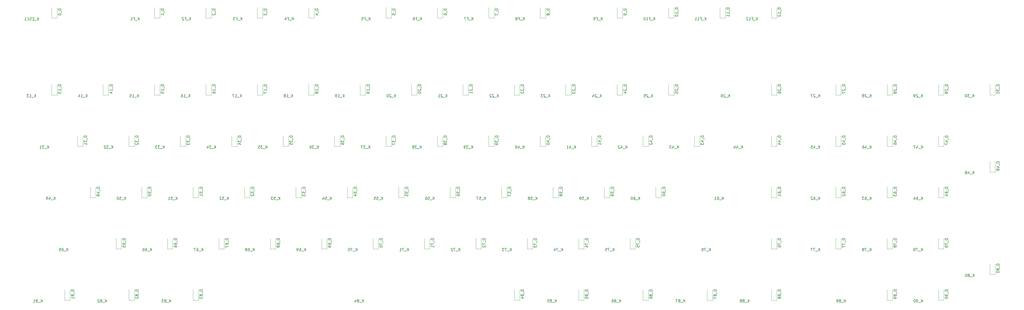
<source format=gbr>
G04 #@! TF.GenerationSoftware,KiCad,Pcbnew,8.0.5*
G04 #@! TF.CreationDate,2024-10-27T22:32:11+11:00*
G04 #@! TF.ProjectId,keyboard,6b657962-6f61-4726-942e-6b696361645f,rev?*
G04 #@! TF.SameCoordinates,Original*
G04 #@! TF.FileFunction,Legend,Bot*
G04 #@! TF.FilePolarity,Positive*
%FSLAX46Y46*%
G04 Gerber Fmt 4.6, Leading zero omitted, Abs format (unit mm)*
G04 Created by KiCad (PCBNEW 8.0.5) date 2024-10-27 22:32:11*
%MOMM*%
%LPD*%
G01*
G04 APERTURE LIST*
%ADD10C,0.150000*%
%ADD11C,0.120000*%
G04 APERTURE END LIST*
D10*
X148170237Y-64227819D02*
X148170237Y-63227819D01*
X147598809Y-64227819D02*
X148027380Y-63656390D01*
X147598809Y-63227819D02*
X148170237Y-63799247D01*
X147408333Y-64323057D02*
X146646428Y-64323057D01*
X145884523Y-64227819D02*
X146455951Y-64227819D01*
X146170237Y-64227819D02*
X146170237Y-63227819D01*
X146170237Y-63227819D02*
X146265475Y-63370676D01*
X146265475Y-63370676D02*
X146360713Y-63465914D01*
X146360713Y-63465914D02*
X146455951Y-63513533D01*
X145408332Y-64227819D02*
X145217856Y-64227819D01*
X145217856Y-64227819D02*
X145122618Y-64180200D01*
X145122618Y-64180200D02*
X145074999Y-64132580D01*
X145074999Y-64132580D02*
X144979761Y-63989723D01*
X144979761Y-63989723D02*
X144932142Y-63799247D01*
X144932142Y-63799247D02*
X144932142Y-63418295D01*
X144932142Y-63418295D02*
X144979761Y-63323057D01*
X144979761Y-63323057D02*
X145027380Y-63275438D01*
X145027380Y-63275438D02*
X145122618Y-63227819D01*
X145122618Y-63227819D02*
X145313094Y-63227819D01*
X145313094Y-63227819D02*
X145408332Y-63275438D01*
X145408332Y-63275438D02*
X145455951Y-63323057D01*
X145455951Y-63323057D02*
X145503570Y-63418295D01*
X145503570Y-63418295D02*
X145503570Y-63656390D01*
X145503570Y-63656390D02*
X145455951Y-63751628D01*
X145455951Y-63751628D02*
X145408332Y-63799247D01*
X145408332Y-63799247D02*
X145313094Y-63846866D01*
X145313094Y-63846866D02*
X145122618Y-63846866D01*
X145122618Y-63846866D02*
X145027380Y-63799247D01*
X145027380Y-63799247D02*
X144979761Y-63751628D01*
X144979761Y-63751628D02*
X144932142Y-63656390D01*
X167220237Y-64227819D02*
X167220237Y-63227819D01*
X166648809Y-64227819D02*
X167077380Y-63656390D01*
X166648809Y-63227819D02*
X167220237Y-63799247D01*
X166458333Y-64323057D02*
X165696428Y-64323057D01*
X165505951Y-63323057D02*
X165458332Y-63275438D01*
X165458332Y-63275438D02*
X165363094Y-63227819D01*
X165363094Y-63227819D02*
X165124999Y-63227819D01*
X165124999Y-63227819D02*
X165029761Y-63275438D01*
X165029761Y-63275438D02*
X164982142Y-63323057D01*
X164982142Y-63323057D02*
X164934523Y-63418295D01*
X164934523Y-63418295D02*
X164934523Y-63513533D01*
X164934523Y-63513533D02*
X164982142Y-63656390D01*
X164982142Y-63656390D02*
X165553570Y-64227819D01*
X165553570Y-64227819D02*
X164934523Y-64227819D01*
X164315475Y-63227819D02*
X164220237Y-63227819D01*
X164220237Y-63227819D02*
X164124999Y-63275438D01*
X164124999Y-63275438D02*
X164077380Y-63323057D01*
X164077380Y-63323057D02*
X164029761Y-63418295D01*
X164029761Y-63418295D02*
X163982142Y-63608771D01*
X163982142Y-63608771D02*
X163982142Y-63846866D01*
X163982142Y-63846866D02*
X164029761Y-64037342D01*
X164029761Y-64037342D02*
X164077380Y-64132580D01*
X164077380Y-64132580D02*
X164124999Y-64180200D01*
X164124999Y-64180200D02*
X164220237Y-64227819D01*
X164220237Y-64227819D02*
X164315475Y-64227819D01*
X164315475Y-64227819D02*
X164410713Y-64180200D01*
X164410713Y-64180200D02*
X164458332Y-64132580D01*
X164458332Y-64132580D02*
X164505951Y-64037342D01*
X164505951Y-64037342D02*
X164553570Y-63846866D01*
X164553570Y-63846866D02*
X164553570Y-63608771D01*
X164553570Y-63608771D02*
X164505951Y-63418295D01*
X164505951Y-63418295D02*
X164458332Y-63323057D01*
X164458332Y-63323057D02*
X164410713Y-63275438D01*
X164410713Y-63275438D02*
X164315475Y-63227819D01*
X91020237Y-64227819D02*
X91020237Y-63227819D01*
X90448809Y-64227819D02*
X90877380Y-63656390D01*
X90448809Y-63227819D02*
X91020237Y-63799247D01*
X90258333Y-64323057D02*
X89496428Y-64323057D01*
X88734523Y-64227819D02*
X89305951Y-64227819D01*
X89020237Y-64227819D02*
X89020237Y-63227819D01*
X89020237Y-63227819D02*
X89115475Y-63370676D01*
X89115475Y-63370676D02*
X89210713Y-63465914D01*
X89210713Y-63465914D02*
X89305951Y-63513533D01*
X87877380Y-63227819D02*
X88067856Y-63227819D01*
X88067856Y-63227819D02*
X88163094Y-63275438D01*
X88163094Y-63275438D02*
X88210713Y-63323057D01*
X88210713Y-63323057D02*
X88305951Y-63465914D01*
X88305951Y-63465914D02*
X88353570Y-63656390D01*
X88353570Y-63656390D02*
X88353570Y-64037342D01*
X88353570Y-64037342D02*
X88305951Y-64132580D01*
X88305951Y-64132580D02*
X88258332Y-64180200D01*
X88258332Y-64180200D02*
X88163094Y-64227819D01*
X88163094Y-64227819D02*
X87972618Y-64227819D01*
X87972618Y-64227819D02*
X87877380Y-64180200D01*
X87877380Y-64180200D02*
X87829761Y-64132580D01*
X87829761Y-64132580D02*
X87782142Y-64037342D01*
X87782142Y-64037342D02*
X87782142Y-63799247D01*
X87782142Y-63799247D02*
X87829761Y-63704009D01*
X87829761Y-63704009D02*
X87877380Y-63656390D01*
X87877380Y-63656390D02*
X87972618Y-63608771D01*
X87972618Y-63608771D02*
X88163094Y-63608771D01*
X88163094Y-63608771D02*
X88258332Y-63656390D01*
X88258332Y-63656390D02*
X88305951Y-63704009D01*
X88305951Y-63704009D02*
X88353570Y-63799247D01*
X282285515Y-35627339D02*
X282285515Y-34627339D01*
X281714087Y-35627339D02*
X282142658Y-35055910D01*
X281714087Y-34627339D02*
X282285515Y-35198767D01*
X281523611Y-35722577D02*
X280761706Y-35722577D01*
X280190277Y-35103529D02*
X280523610Y-35103529D01*
X280523610Y-35627339D02*
X280523610Y-34627339D01*
X280523610Y-34627339D02*
X280047420Y-34627339D01*
X279142658Y-35627339D02*
X279714086Y-35627339D01*
X279428372Y-35627339D02*
X279428372Y-34627339D01*
X279428372Y-34627339D02*
X279523610Y-34770196D01*
X279523610Y-34770196D02*
X279618848Y-34865434D01*
X279618848Y-34865434D02*
X279714086Y-34913053D01*
X278190277Y-35627339D02*
X278761705Y-35627339D01*
X278475991Y-35627339D02*
X278475991Y-34627339D01*
X278475991Y-34627339D02*
X278571229Y-34770196D01*
X278571229Y-34770196D02*
X278666467Y-34865434D01*
X278666467Y-34865434D02*
X278761705Y-34913053D01*
X324382737Y-83277819D02*
X324382737Y-82277819D01*
X323811309Y-83277819D02*
X324239880Y-82706390D01*
X323811309Y-82277819D02*
X324382737Y-82849247D01*
X323620833Y-83373057D02*
X322858928Y-83373057D01*
X322192261Y-82611152D02*
X322192261Y-83277819D01*
X322430356Y-82230200D02*
X322668451Y-82944485D01*
X322668451Y-82944485D02*
X322049404Y-82944485D01*
X321192261Y-82277819D02*
X321668451Y-82277819D01*
X321668451Y-82277819D02*
X321716070Y-82754009D01*
X321716070Y-82754009D02*
X321668451Y-82706390D01*
X321668451Y-82706390D02*
X321573213Y-82658771D01*
X321573213Y-82658771D02*
X321335118Y-82658771D01*
X321335118Y-82658771D02*
X321239880Y-82706390D01*
X321239880Y-82706390D02*
X321192261Y-82754009D01*
X321192261Y-82754009D02*
X321144642Y-82849247D01*
X321144642Y-82849247D02*
X321144642Y-83087342D01*
X321144642Y-83087342D02*
X321192261Y-83182580D01*
X321192261Y-83182580D02*
X321239880Y-83230200D01*
X321239880Y-83230200D02*
X321335118Y-83277819D01*
X321335118Y-83277819D02*
X321573213Y-83277819D01*
X321573213Y-83277819D02*
X321668451Y-83230200D01*
X321668451Y-83230200D02*
X321716070Y-83182580D01*
X33870237Y-64227819D02*
X33870237Y-63227819D01*
X33298809Y-64227819D02*
X33727380Y-63656390D01*
X33298809Y-63227819D02*
X33870237Y-63799247D01*
X33108333Y-64323057D02*
X32346428Y-64323057D01*
X31584523Y-64227819D02*
X32155951Y-64227819D01*
X31870237Y-64227819D02*
X31870237Y-63227819D01*
X31870237Y-63227819D02*
X31965475Y-63370676D01*
X31965475Y-63370676D02*
X32060713Y-63465914D01*
X32060713Y-63465914D02*
X32155951Y-63513533D01*
X31251189Y-63227819D02*
X30632142Y-63227819D01*
X30632142Y-63227819D02*
X30965475Y-63608771D01*
X30965475Y-63608771D02*
X30822618Y-63608771D01*
X30822618Y-63608771D02*
X30727380Y-63656390D01*
X30727380Y-63656390D02*
X30679761Y-63704009D01*
X30679761Y-63704009D02*
X30632142Y-63799247D01*
X30632142Y-63799247D02*
X30632142Y-64037342D01*
X30632142Y-64037342D02*
X30679761Y-64132580D01*
X30679761Y-64132580D02*
X30727380Y-64180200D01*
X30727380Y-64180200D02*
X30822618Y-64227819D01*
X30822618Y-64227819D02*
X31108332Y-64227819D01*
X31108332Y-64227819D02*
X31203570Y-64180200D01*
X31203570Y-64180200D02*
X31251189Y-64132580D01*
X248182737Y-121377819D02*
X248182737Y-120377819D01*
X247611309Y-121377819D02*
X248039880Y-120806390D01*
X247611309Y-120377819D02*
X248182737Y-120949247D01*
X247420833Y-121473057D02*
X246658928Y-121473057D01*
X246516070Y-120377819D02*
X245849404Y-120377819D01*
X245849404Y-120377819D02*
X246277975Y-121377819D01*
X244992261Y-120377819D02*
X245468451Y-120377819D01*
X245468451Y-120377819D02*
X245516070Y-120854009D01*
X245516070Y-120854009D02*
X245468451Y-120806390D01*
X245468451Y-120806390D02*
X245373213Y-120758771D01*
X245373213Y-120758771D02*
X245135118Y-120758771D01*
X245135118Y-120758771D02*
X245039880Y-120806390D01*
X245039880Y-120806390D02*
X244992261Y-120854009D01*
X244992261Y-120854009D02*
X244944642Y-120949247D01*
X244944642Y-120949247D02*
X244944642Y-121187342D01*
X244944642Y-121187342D02*
X244992261Y-121282580D01*
X244992261Y-121282580D02*
X245039880Y-121330200D01*
X245039880Y-121330200D02*
X245135118Y-121377819D01*
X245135118Y-121377819D02*
X245373213Y-121377819D01*
X245373213Y-121377819D02*
X245468451Y-121330200D01*
X245468451Y-121330200D02*
X245516070Y-121282580D01*
X181507737Y-102327819D02*
X181507737Y-101327819D01*
X180936309Y-102327819D02*
X181364880Y-101756390D01*
X180936309Y-101327819D02*
X181507737Y-101899247D01*
X180745833Y-102423057D02*
X179983928Y-102423057D01*
X179269642Y-101327819D02*
X179745832Y-101327819D01*
X179745832Y-101327819D02*
X179793451Y-101804009D01*
X179793451Y-101804009D02*
X179745832Y-101756390D01*
X179745832Y-101756390D02*
X179650594Y-101708771D01*
X179650594Y-101708771D02*
X179412499Y-101708771D01*
X179412499Y-101708771D02*
X179317261Y-101756390D01*
X179317261Y-101756390D02*
X179269642Y-101804009D01*
X179269642Y-101804009D02*
X179222023Y-101899247D01*
X179222023Y-101899247D02*
X179222023Y-102137342D01*
X179222023Y-102137342D02*
X179269642Y-102232580D01*
X179269642Y-102232580D02*
X179317261Y-102280200D01*
X179317261Y-102280200D02*
X179412499Y-102327819D01*
X179412499Y-102327819D02*
X179650594Y-102327819D01*
X179650594Y-102327819D02*
X179745832Y-102280200D01*
X179745832Y-102280200D02*
X179793451Y-102232580D01*
X178364880Y-101327819D02*
X178555356Y-101327819D01*
X178555356Y-101327819D02*
X178650594Y-101375438D01*
X178650594Y-101375438D02*
X178698213Y-101423057D01*
X178698213Y-101423057D02*
X178793451Y-101565914D01*
X178793451Y-101565914D02*
X178841070Y-101756390D01*
X178841070Y-101756390D02*
X178841070Y-102137342D01*
X178841070Y-102137342D02*
X178793451Y-102232580D01*
X178793451Y-102232580D02*
X178745832Y-102280200D01*
X178745832Y-102280200D02*
X178650594Y-102327819D01*
X178650594Y-102327819D02*
X178460118Y-102327819D01*
X178460118Y-102327819D02*
X178364880Y-102280200D01*
X178364880Y-102280200D02*
X178317261Y-102232580D01*
X178317261Y-102232580D02*
X178269642Y-102137342D01*
X178269642Y-102137342D02*
X178269642Y-101899247D01*
X178269642Y-101899247D02*
X178317261Y-101804009D01*
X178317261Y-101804009D02*
X178364880Y-101756390D01*
X178364880Y-101756390D02*
X178460118Y-101708771D01*
X178460118Y-101708771D02*
X178650594Y-101708771D01*
X178650594Y-101708771D02*
X178745832Y-101756390D01*
X178745832Y-101756390D02*
X178793451Y-101804009D01*
X178793451Y-101804009D02*
X178841070Y-101899247D01*
X343432737Y-83277819D02*
X343432737Y-82277819D01*
X342861309Y-83277819D02*
X343289880Y-82706390D01*
X342861309Y-82277819D02*
X343432737Y-82849247D01*
X342670833Y-83373057D02*
X341908928Y-83373057D01*
X341242261Y-82611152D02*
X341242261Y-83277819D01*
X341480356Y-82230200D02*
X341718451Y-82944485D01*
X341718451Y-82944485D02*
X341099404Y-82944485D01*
X340289880Y-82277819D02*
X340480356Y-82277819D01*
X340480356Y-82277819D02*
X340575594Y-82325438D01*
X340575594Y-82325438D02*
X340623213Y-82373057D01*
X340623213Y-82373057D02*
X340718451Y-82515914D01*
X340718451Y-82515914D02*
X340766070Y-82706390D01*
X340766070Y-82706390D02*
X340766070Y-83087342D01*
X340766070Y-83087342D02*
X340718451Y-83182580D01*
X340718451Y-83182580D02*
X340670832Y-83230200D01*
X340670832Y-83230200D02*
X340575594Y-83277819D01*
X340575594Y-83277819D02*
X340385118Y-83277819D01*
X340385118Y-83277819D02*
X340289880Y-83230200D01*
X340289880Y-83230200D02*
X340242261Y-83182580D01*
X340242261Y-83182580D02*
X340194642Y-83087342D01*
X340194642Y-83087342D02*
X340194642Y-82849247D01*
X340194642Y-82849247D02*
X340242261Y-82754009D01*
X340242261Y-82754009D02*
X340289880Y-82706390D01*
X340289880Y-82706390D02*
X340385118Y-82658771D01*
X340385118Y-82658771D02*
X340575594Y-82658771D01*
X340575594Y-82658771D02*
X340670832Y-82706390D01*
X340670832Y-82706390D02*
X340718451Y-82754009D01*
X340718451Y-82754009D02*
X340766070Y-82849247D01*
X343432737Y-121377819D02*
X343432737Y-120377819D01*
X342861309Y-121377819D02*
X343289880Y-120806390D01*
X342861309Y-120377819D02*
X343432737Y-120949247D01*
X342670833Y-121473057D02*
X341908928Y-121473057D01*
X341766070Y-120377819D02*
X341099404Y-120377819D01*
X341099404Y-120377819D02*
X341527975Y-121377819D01*
X340575594Y-120806390D02*
X340670832Y-120758771D01*
X340670832Y-120758771D02*
X340718451Y-120711152D01*
X340718451Y-120711152D02*
X340766070Y-120615914D01*
X340766070Y-120615914D02*
X340766070Y-120568295D01*
X340766070Y-120568295D02*
X340718451Y-120473057D01*
X340718451Y-120473057D02*
X340670832Y-120425438D01*
X340670832Y-120425438D02*
X340575594Y-120377819D01*
X340575594Y-120377819D02*
X340385118Y-120377819D01*
X340385118Y-120377819D02*
X340289880Y-120425438D01*
X340289880Y-120425438D02*
X340242261Y-120473057D01*
X340242261Y-120473057D02*
X340194642Y-120568295D01*
X340194642Y-120568295D02*
X340194642Y-120615914D01*
X340194642Y-120615914D02*
X340242261Y-120711152D01*
X340242261Y-120711152D02*
X340289880Y-120758771D01*
X340289880Y-120758771D02*
X340385118Y-120806390D01*
X340385118Y-120806390D02*
X340575594Y-120806390D01*
X340575594Y-120806390D02*
X340670832Y-120854009D01*
X340670832Y-120854009D02*
X340718451Y-120901628D01*
X340718451Y-120901628D02*
X340766070Y-120996866D01*
X340766070Y-120996866D02*
X340766070Y-121187342D01*
X340766070Y-121187342D02*
X340718451Y-121282580D01*
X340718451Y-121282580D02*
X340670832Y-121330200D01*
X340670832Y-121330200D02*
X340575594Y-121377819D01*
X340575594Y-121377819D02*
X340385118Y-121377819D01*
X340385118Y-121377819D02*
X340289880Y-121330200D01*
X340289880Y-121330200D02*
X340242261Y-121282580D01*
X340242261Y-121282580D02*
X340194642Y-121187342D01*
X340194642Y-121187342D02*
X340194642Y-120996866D01*
X340194642Y-120996866D02*
X340242261Y-120901628D01*
X340242261Y-120901628D02*
X340289880Y-120854009D01*
X340289880Y-120854009D02*
X340385118Y-120806390D01*
X229132737Y-121377819D02*
X229132737Y-120377819D01*
X228561309Y-121377819D02*
X228989880Y-120806390D01*
X228561309Y-120377819D02*
X229132737Y-120949247D01*
X228370833Y-121473057D02*
X227608928Y-121473057D01*
X227466070Y-120377819D02*
X226799404Y-120377819D01*
X226799404Y-120377819D02*
X227227975Y-121377819D01*
X225989880Y-120711152D02*
X225989880Y-121377819D01*
X226227975Y-120330200D02*
X226466070Y-121044485D01*
X226466070Y-121044485D02*
X225847023Y-121044485D01*
X119595237Y-83277819D02*
X119595237Y-82277819D01*
X119023809Y-83277819D02*
X119452380Y-82706390D01*
X119023809Y-82277819D02*
X119595237Y-82849247D01*
X118833333Y-83373057D02*
X118071428Y-83373057D01*
X117928570Y-82277819D02*
X117309523Y-82277819D01*
X117309523Y-82277819D02*
X117642856Y-82658771D01*
X117642856Y-82658771D02*
X117499999Y-82658771D01*
X117499999Y-82658771D02*
X117404761Y-82706390D01*
X117404761Y-82706390D02*
X117357142Y-82754009D01*
X117357142Y-82754009D02*
X117309523Y-82849247D01*
X117309523Y-82849247D02*
X117309523Y-83087342D01*
X117309523Y-83087342D02*
X117357142Y-83182580D01*
X117357142Y-83182580D02*
X117404761Y-83230200D01*
X117404761Y-83230200D02*
X117499999Y-83277819D01*
X117499999Y-83277819D02*
X117785713Y-83277819D01*
X117785713Y-83277819D02*
X117880951Y-83230200D01*
X117880951Y-83230200D02*
X117928570Y-83182580D01*
X116404761Y-82277819D02*
X116880951Y-82277819D01*
X116880951Y-82277819D02*
X116928570Y-82754009D01*
X116928570Y-82754009D02*
X116880951Y-82706390D01*
X116880951Y-82706390D02*
X116785713Y-82658771D01*
X116785713Y-82658771D02*
X116547618Y-82658771D01*
X116547618Y-82658771D02*
X116452380Y-82706390D01*
X116452380Y-82706390D02*
X116404761Y-82754009D01*
X116404761Y-82754009D02*
X116357142Y-82849247D01*
X116357142Y-82849247D02*
X116357142Y-83087342D01*
X116357142Y-83087342D02*
X116404761Y-83182580D01*
X116404761Y-83182580D02*
X116452380Y-83230200D01*
X116452380Y-83230200D02*
X116547618Y-83277819D01*
X116547618Y-83277819D02*
X116785713Y-83277819D01*
X116785713Y-83277819D02*
X116880951Y-83230200D01*
X116880951Y-83230200D02*
X116928570Y-83182580D01*
X71970237Y-64227819D02*
X71970237Y-63227819D01*
X71398809Y-64227819D02*
X71827380Y-63656390D01*
X71398809Y-63227819D02*
X71970237Y-63799247D01*
X71208333Y-64323057D02*
X70446428Y-64323057D01*
X69684523Y-64227819D02*
X70255951Y-64227819D01*
X69970237Y-64227819D02*
X69970237Y-63227819D01*
X69970237Y-63227819D02*
X70065475Y-63370676D01*
X70065475Y-63370676D02*
X70160713Y-63465914D01*
X70160713Y-63465914D02*
X70255951Y-63513533D01*
X68779761Y-63227819D02*
X69255951Y-63227819D01*
X69255951Y-63227819D02*
X69303570Y-63704009D01*
X69303570Y-63704009D02*
X69255951Y-63656390D01*
X69255951Y-63656390D02*
X69160713Y-63608771D01*
X69160713Y-63608771D02*
X68922618Y-63608771D01*
X68922618Y-63608771D02*
X68827380Y-63656390D01*
X68827380Y-63656390D02*
X68779761Y-63704009D01*
X68779761Y-63704009D02*
X68732142Y-63799247D01*
X68732142Y-63799247D02*
X68732142Y-64037342D01*
X68732142Y-64037342D02*
X68779761Y-64132580D01*
X68779761Y-64132580D02*
X68827380Y-64180200D01*
X68827380Y-64180200D02*
X68922618Y-64227819D01*
X68922618Y-64227819D02*
X69160713Y-64227819D01*
X69160713Y-64227819D02*
X69255951Y-64180200D01*
X69255951Y-64180200D02*
X69303570Y-64132580D01*
X34877618Y-35707819D02*
X34877618Y-34707819D01*
X34306190Y-35707819D02*
X34734761Y-35136390D01*
X34306190Y-34707819D02*
X34877618Y-35279247D01*
X34115714Y-35803057D02*
X33353809Y-35803057D01*
X33115713Y-35184009D02*
X32782380Y-35184009D01*
X32639523Y-35707819D02*
X33115713Y-35707819D01*
X33115713Y-35707819D02*
X33115713Y-34707819D01*
X33115713Y-34707819D02*
X32639523Y-34707819D01*
X32258570Y-35660200D02*
X32115713Y-35707819D01*
X32115713Y-35707819D02*
X31877618Y-35707819D01*
X31877618Y-35707819D02*
X31782380Y-35660200D01*
X31782380Y-35660200D02*
X31734761Y-35612580D01*
X31734761Y-35612580D02*
X31687142Y-35517342D01*
X31687142Y-35517342D02*
X31687142Y-35422104D01*
X31687142Y-35422104D02*
X31734761Y-35326866D01*
X31734761Y-35326866D02*
X31782380Y-35279247D01*
X31782380Y-35279247D02*
X31877618Y-35231628D01*
X31877618Y-35231628D02*
X32068094Y-35184009D01*
X32068094Y-35184009D02*
X32163332Y-35136390D01*
X32163332Y-35136390D02*
X32210951Y-35088771D01*
X32210951Y-35088771D02*
X32258570Y-34993533D01*
X32258570Y-34993533D02*
X32258570Y-34898295D01*
X32258570Y-34898295D02*
X32210951Y-34803057D01*
X32210951Y-34803057D02*
X32163332Y-34755438D01*
X32163332Y-34755438D02*
X32068094Y-34707819D01*
X32068094Y-34707819D02*
X31829999Y-34707819D01*
X31829999Y-34707819D02*
X31687142Y-34755438D01*
X30687142Y-35612580D02*
X30734761Y-35660200D01*
X30734761Y-35660200D02*
X30877618Y-35707819D01*
X30877618Y-35707819D02*
X30972856Y-35707819D01*
X30972856Y-35707819D02*
X31115713Y-35660200D01*
X31115713Y-35660200D02*
X31210951Y-35564961D01*
X31210951Y-35564961D02*
X31258570Y-35469723D01*
X31258570Y-35469723D02*
X31306189Y-35279247D01*
X31306189Y-35279247D02*
X31306189Y-35136390D01*
X31306189Y-35136390D02*
X31258570Y-34945914D01*
X31258570Y-34945914D02*
X31210951Y-34850676D01*
X31210951Y-34850676D02*
X31115713Y-34755438D01*
X31115713Y-34755438D02*
X30972856Y-34707819D01*
X30972856Y-34707819D02*
X30877618Y-34707819D01*
X30877618Y-34707819D02*
X30734761Y-34755438D01*
X30734761Y-34755438D02*
X30687142Y-34803057D01*
X29734761Y-35707819D02*
X30306189Y-35707819D01*
X30020475Y-35707819D02*
X30020475Y-34707819D01*
X30020475Y-34707819D02*
X30115713Y-34850676D01*
X30115713Y-34850676D02*
X30210951Y-34945914D01*
X30210951Y-34945914D02*
X30306189Y-34993533D01*
X176745237Y-83277819D02*
X176745237Y-82277819D01*
X176173809Y-83277819D02*
X176602380Y-82706390D01*
X176173809Y-82277819D02*
X176745237Y-82849247D01*
X175983333Y-83373057D02*
X175221428Y-83373057D01*
X175078570Y-82277819D02*
X174459523Y-82277819D01*
X174459523Y-82277819D02*
X174792856Y-82658771D01*
X174792856Y-82658771D02*
X174649999Y-82658771D01*
X174649999Y-82658771D02*
X174554761Y-82706390D01*
X174554761Y-82706390D02*
X174507142Y-82754009D01*
X174507142Y-82754009D02*
X174459523Y-82849247D01*
X174459523Y-82849247D02*
X174459523Y-83087342D01*
X174459523Y-83087342D02*
X174507142Y-83182580D01*
X174507142Y-83182580D02*
X174554761Y-83230200D01*
X174554761Y-83230200D02*
X174649999Y-83277819D01*
X174649999Y-83277819D02*
X174935713Y-83277819D01*
X174935713Y-83277819D02*
X175030951Y-83230200D01*
X175030951Y-83230200D02*
X175078570Y-83182580D01*
X173888094Y-82706390D02*
X173983332Y-82658771D01*
X173983332Y-82658771D02*
X174030951Y-82611152D01*
X174030951Y-82611152D02*
X174078570Y-82515914D01*
X174078570Y-82515914D02*
X174078570Y-82468295D01*
X174078570Y-82468295D02*
X174030951Y-82373057D01*
X174030951Y-82373057D02*
X173983332Y-82325438D01*
X173983332Y-82325438D02*
X173888094Y-82277819D01*
X173888094Y-82277819D02*
X173697618Y-82277819D01*
X173697618Y-82277819D02*
X173602380Y-82325438D01*
X173602380Y-82325438D02*
X173554761Y-82373057D01*
X173554761Y-82373057D02*
X173507142Y-82468295D01*
X173507142Y-82468295D02*
X173507142Y-82515914D01*
X173507142Y-82515914D02*
X173554761Y-82611152D01*
X173554761Y-82611152D02*
X173602380Y-82658771D01*
X173602380Y-82658771D02*
X173697618Y-82706390D01*
X173697618Y-82706390D02*
X173888094Y-82706390D01*
X173888094Y-82706390D02*
X173983332Y-82754009D01*
X173983332Y-82754009D02*
X174030951Y-82801628D01*
X174030951Y-82801628D02*
X174078570Y-82896866D01*
X174078570Y-82896866D02*
X174078570Y-83087342D01*
X174078570Y-83087342D02*
X174030951Y-83182580D01*
X174030951Y-83182580D02*
X173983332Y-83230200D01*
X173983332Y-83230200D02*
X173888094Y-83277819D01*
X173888094Y-83277819D02*
X173697618Y-83277819D01*
X173697618Y-83277819D02*
X173602380Y-83230200D01*
X173602380Y-83230200D02*
X173554761Y-83182580D01*
X173554761Y-83182580D02*
X173507142Y-83087342D01*
X173507142Y-83087342D02*
X173507142Y-82896866D01*
X173507142Y-82896866D02*
X173554761Y-82801628D01*
X173554761Y-82801628D02*
X173602380Y-82754009D01*
X173602380Y-82754009D02*
X173697618Y-82706390D01*
X362482737Y-121377819D02*
X362482737Y-120377819D01*
X361911309Y-121377819D02*
X362339880Y-120806390D01*
X361911309Y-120377819D02*
X362482737Y-120949247D01*
X361720833Y-121473057D02*
X360958928Y-121473057D01*
X360816070Y-120377819D02*
X360149404Y-120377819D01*
X360149404Y-120377819D02*
X360577975Y-121377819D01*
X359720832Y-121377819D02*
X359530356Y-121377819D01*
X359530356Y-121377819D02*
X359435118Y-121330200D01*
X359435118Y-121330200D02*
X359387499Y-121282580D01*
X359387499Y-121282580D02*
X359292261Y-121139723D01*
X359292261Y-121139723D02*
X359244642Y-120949247D01*
X359244642Y-120949247D02*
X359244642Y-120568295D01*
X359244642Y-120568295D02*
X359292261Y-120473057D01*
X359292261Y-120473057D02*
X359339880Y-120425438D01*
X359339880Y-120425438D02*
X359435118Y-120377819D01*
X359435118Y-120377819D02*
X359625594Y-120377819D01*
X359625594Y-120377819D02*
X359720832Y-120425438D01*
X359720832Y-120425438D02*
X359768451Y-120473057D01*
X359768451Y-120473057D02*
X359816070Y-120568295D01*
X359816070Y-120568295D02*
X359816070Y-120806390D01*
X359816070Y-120806390D02*
X359768451Y-120901628D01*
X359768451Y-120901628D02*
X359720832Y-120949247D01*
X359720832Y-120949247D02*
X359625594Y-120996866D01*
X359625594Y-120996866D02*
X359435118Y-120996866D01*
X359435118Y-120996866D02*
X359339880Y-120949247D01*
X359339880Y-120949247D02*
X359292261Y-120901628D01*
X359292261Y-120901628D02*
X359244642Y-120806390D01*
X250563987Y-140427819D02*
X250563987Y-139427819D01*
X249992559Y-140427819D02*
X250421130Y-139856390D01*
X249992559Y-139427819D02*
X250563987Y-139999247D01*
X249802083Y-140523057D02*
X249040178Y-140523057D01*
X248659225Y-139856390D02*
X248754463Y-139808771D01*
X248754463Y-139808771D02*
X248802082Y-139761152D01*
X248802082Y-139761152D02*
X248849701Y-139665914D01*
X248849701Y-139665914D02*
X248849701Y-139618295D01*
X248849701Y-139618295D02*
X248802082Y-139523057D01*
X248802082Y-139523057D02*
X248754463Y-139475438D01*
X248754463Y-139475438D02*
X248659225Y-139427819D01*
X248659225Y-139427819D02*
X248468749Y-139427819D01*
X248468749Y-139427819D02*
X248373511Y-139475438D01*
X248373511Y-139475438D02*
X248325892Y-139523057D01*
X248325892Y-139523057D02*
X248278273Y-139618295D01*
X248278273Y-139618295D02*
X248278273Y-139665914D01*
X248278273Y-139665914D02*
X248325892Y-139761152D01*
X248325892Y-139761152D02*
X248373511Y-139808771D01*
X248373511Y-139808771D02*
X248468749Y-139856390D01*
X248468749Y-139856390D02*
X248659225Y-139856390D01*
X248659225Y-139856390D02*
X248754463Y-139904009D01*
X248754463Y-139904009D02*
X248802082Y-139951628D01*
X248802082Y-139951628D02*
X248849701Y-140046866D01*
X248849701Y-140046866D02*
X248849701Y-140237342D01*
X248849701Y-140237342D02*
X248802082Y-140332580D01*
X248802082Y-140332580D02*
X248754463Y-140380200D01*
X248754463Y-140380200D02*
X248659225Y-140427819D01*
X248659225Y-140427819D02*
X248468749Y-140427819D01*
X248468749Y-140427819D02*
X248373511Y-140380200D01*
X248373511Y-140380200D02*
X248325892Y-140332580D01*
X248325892Y-140332580D02*
X248278273Y-140237342D01*
X248278273Y-140237342D02*
X248278273Y-140046866D01*
X248278273Y-140046866D02*
X248325892Y-139951628D01*
X248325892Y-139951628D02*
X248373511Y-139904009D01*
X248373511Y-139904009D02*
X248468749Y-139856390D01*
X247421130Y-139427819D02*
X247611606Y-139427819D01*
X247611606Y-139427819D02*
X247706844Y-139475438D01*
X247706844Y-139475438D02*
X247754463Y-139523057D01*
X247754463Y-139523057D02*
X247849701Y-139665914D01*
X247849701Y-139665914D02*
X247897320Y-139856390D01*
X247897320Y-139856390D02*
X247897320Y-140237342D01*
X247897320Y-140237342D02*
X247849701Y-140332580D01*
X247849701Y-140332580D02*
X247802082Y-140380200D01*
X247802082Y-140380200D02*
X247706844Y-140427819D01*
X247706844Y-140427819D02*
X247516368Y-140427819D01*
X247516368Y-140427819D02*
X247421130Y-140380200D01*
X247421130Y-140380200D02*
X247373511Y-140332580D01*
X247373511Y-140332580D02*
X247325892Y-140237342D01*
X247325892Y-140237342D02*
X247325892Y-139999247D01*
X247325892Y-139999247D02*
X247373511Y-139904009D01*
X247373511Y-139904009D02*
X247421130Y-139856390D01*
X247421130Y-139856390D02*
X247516368Y-139808771D01*
X247516368Y-139808771D02*
X247706844Y-139808771D01*
X247706844Y-139808771D02*
X247802082Y-139856390D01*
X247802082Y-139856390D02*
X247849701Y-139904009D01*
X247849701Y-139904009D02*
X247897320Y-139999247D01*
X243797618Y-35627819D02*
X243797618Y-34627819D01*
X243226190Y-35627819D02*
X243654761Y-35056390D01*
X243226190Y-34627819D02*
X243797618Y-35199247D01*
X243035714Y-35723057D02*
X242273809Y-35723057D01*
X241702380Y-35104009D02*
X242035713Y-35104009D01*
X242035713Y-35627819D02*
X242035713Y-34627819D01*
X242035713Y-34627819D02*
X241559523Y-34627819D01*
X241130951Y-35627819D02*
X240940475Y-35627819D01*
X240940475Y-35627819D02*
X240845237Y-35580200D01*
X240845237Y-35580200D02*
X240797618Y-35532580D01*
X240797618Y-35532580D02*
X240702380Y-35389723D01*
X240702380Y-35389723D02*
X240654761Y-35199247D01*
X240654761Y-35199247D02*
X240654761Y-34818295D01*
X240654761Y-34818295D02*
X240702380Y-34723057D01*
X240702380Y-34723057D02*
X240749999Y-34675438D01*
X240749999Y-34675438D02*
X240845237Y-34627819D01*
X240845237Y-34627819D02*
X241035713Y-34627819D01*
X241035713Y-34627819D02*
X241130951Y-34675438D01*
X241130951Y-34675438D02*
X241178570Y-34723057D01*
X241178570Y-34723057D02*
X241226189Y-34818295D01*
X241226189Y-34818295D02*
X241226189Y-35056390D01*
X241226189Y-35056390D02*
X241178570Y-35151628D01*
X241178570Y-35151628D02*
X241130951Y-35199247D01*
X241130951Y-35199247D02*
X241035713Y-35246866D01*
X241035713Y-35246866D02*
X240845237Y-35246866D01*
X240845237Y-35246866D02*
X240749999Y-35199247D01*
X240749999Y-35199247D02*
X240702380Y-35151628D01*
X240702380Y-35151628D02*
X240654761Y-35056390D01*
X298188987Y-140427819D02*
X298188987Y-139427819D01*
X297617559Y-140427819D02*
X298046130Y-139856390D01*
X297617559Y-139427819D02*
X298188987Y-139999247D01*
X297427083Y-140523057D02*
X296665178Y-140523057D01*
X296284225Y-139856390D02*
X296379463Y-139808771D01*
X296379463Y-139808771D02*
X296427082Y-139761152D01*
X296427082Y-139761152D02*
X296474701Y-139665914D01*
X296474701Y-139665914D02*
X296474701Y-139618295D01*
X296474701Y-139618295D02*
X296427082Y-139523057D01*
X296427082Y-139523057D02*
X296379463Y-139475438D01*
X296379463Y-139475438D02*
X296284225Y-139427819D01*
X296284225Y-139427819D02*
X296093749Y-139427819D01*
X296093749Y-139427819D02*
X295998511Y-139475438D01*
X295998511Y-139475438D02*
X295950892Y-139523057D01*
X295950892Y-139523057D02*
X295903273Y-139618295D01*
X295903273Y-139618295D02*
X295903273Y-139665914D01*
X295903273Y-139665914D02*
X295950892Y-139761152D01*
X295950892Y-139761152D02*
X295998511Y-139808771D01*
X295998511Y-139808771D02*
X296093749Y-139856390D01*
X296093749Y-139856390D02*
X296284225Y-139856390D01*
X296284225Y-139856390D02*
X296379463Y-139904009D01*
X296379463Y-139904009D02*
X296427082Y-139951628D01*
X296427082Y-139951628D02*
X296474701Y-140046866D01*
X296474701Y-140046866D02*
X296474701Y-140237342D01*
X296474701Y-140237342D02*
X296427082Y-140332580D01*
X296427082Y-140332580D02*
X296379463Y-140380200D01*
X296379463Y-140380200D02*
X296284225Y-140427819D01*
X296284225Y-140427819D02*
X296093749Y-140427819D01*
X296093749Y-140427819D02*
X295998511Y-140380200D01*
X295998511Y-140380200D02*
X295950892Y-140332580D01*
X295950892Y-140332580D02*
X295903273Y-140237342D01*
X295903273Y-140237342D02*
X295903273Y-140046866D01*
X295903273Y-140046866D02*
X295950892Y-139951628D01*
X295950892Y-139951628D02*
X295998511Y-139904009D01*
X295998511Y-139904009D02*
X296093749Y-139856390D01*
X295331844Y-139856390D02*
X295427082Y-139808771D01*
X295427082Y-139808771D02*
X295474701Y-139761152D01*
X295474701Y-139761152D02*
X295522320Y-139665914D01*
X295522320Y-139665914D02*
X295522320Y-139618295D01*
X295522320Y-139618295D02*
X295474701Y-139523057D01*
X295474701Y-139523057D02*
X295427082Y-139475438D01*
X295427082Y-139475438D02*
X295331844Y-139427819D01*
X295331844Y-139427819D02*
X295141368Y-139427819D01*
X295141368Y-139427819D02*
X295046130Y-139475438D01*
X295046130Y-139475438D02*
X294998511Y-139523057D01*
X294998511Y-139523057D02*
X294950892Y-139618295D01*
X294950892Y-139618295D02*
X294950892Y-139665914D01*
X294950892Y-139665914D02*
X294998511Y-139761152D01*
X294998511Y-139761152D02*
X295046130Y-139808771D01*
X295046130Y-139808771D02*
X295141368Y-139856390D01*
X295141368Y-139856390D02*
X295331844Y-139856390D01*
X295331844Y-139856390D02*
X295427082Y-139904009D01*
X295427082Y-139904009D02*
X295474701Y-139951628D01*
X295474701Y-139951628D02*
X295522320Y-140046866D01*
X295522320Y-140046866D02*
X295522320Y-140237342D01*
X295522320Y-140237342D02*
X295474701Y-140332580D01*
X295474701Y-140332580D02*
X295427082Y-140380200D01*
X295427082Y-140380200D02*
X295331844Y-140427819D01*
X295331844Y-140427819D02*
X295141368Y-140427819D01*
X295141368Y-140427819D02*
X295046130Y-140380200D01*
X295046130Y-140380200D02*
X294998511Y-140332580D01*
X294998511Y-140332580D02*
X294950892Y-140237342D01*
X294950892Y-140237342D02*
X294950892Y-140046866D01*
X294950892Y-140046866D02*
X294998511Y-139951628D01*
X294998511Y-139951628D02*
X295046130Y-139904009D01*
X295046130Y-139904009D02*
X295141368Y-139856390D01*
X36251487Y-140427819D02*
X36251487Y-139427819D01*
X35680059Y-140427819D02*
X36108630Y-139856390D01*
X35680059Y-139427819D02*
X36251487Y-139999247D01*
X35489583Y-140523057D02*
X34727678Y-140523057D01*
X34346725Y-139856390D02*
X34441963Y-139808771D01*
X34441963Y-139808771D02*
X34489582Y-139761152D01*
X34489582Y-139761152D02*
X34537201Y-139665914D01*
X34537201Y-139665914D02*
X34537201Y-139618295D01*
X34537201Y-139618295D02*
X34489582Y-139523057D01*
X34489582Y-139523057D02*
X34441963Y-139475438D01*
X34441963Y-139475438D02*
X34346725Y-139427819D01*
X34346725Y-139427819D02*
X34156249Y-139427819D01*
X34156249Y-139427819D02*
X34061011Y-139475438D01*
X34061011Y-139475438D02*
X34013392Y-139523057D01*
X34013392Y-139523057D02*
X33965773Y-139618295D01*
X33965773Y-139618295D02*
X33965773Y-139665914D01*
X33965773Y-139665914D02*
X34013392Y-139761152D01*
X34013392Y-139761152D02*
X34061011Y-139808771D01*
X34061011Y-139808771D02*
X34156249Y-139856390D01*
X34156249Y-139856390D02*
X34346725Y-139856390D01*
X34346725Y-139856390D02*
X34441963Y-139904009D01*
X34441963Y-139904009D02*
X34489582Y-139951628D01*
X34489582Y-139951628D02*
X34537201Y-140046866D01*
X34537201Y-140046866D02*
X34537201Y-140237342D01*
X34537201Y-140237342D02*
X34489582Y-140332580D01*
X34489582Y-140332580D02*
X34441963Y-140380200D01*
X34441963Y-140380200D02*
X34346725Y-140427819D01*
X34346725Y-140427819D02*
X34156249Y-140427819D01*
X34156249Y-140427819D02*
X34061011Y-140380200D01*
X34061011Y-140380200D02*
X34013392Y-140332580D01*
X34013392Y-140332580D02*
X33965773Y-140237342D01*
X33965773Y-140237342D02*
X33965773Y-140046866D01*
X33965773Y-140046866D02*
X34013392Y-139951628D01*
X34013392Y-139951628D02*
X34061011Y-139904009D01*
X34061011Y-139904009D02*
X34156249Y-139856390D01*
X33013392Y-140427819D02*
X33584820Y-140427819D01*
X33299106Y-140427819D02*
X33299106Y-139427819D01*
X33299106Y-139427819D02*
X33394344Y-139570676D01*
X33394344Y-139570676D02*
X33489582Y-139665914D01*
X33489582Y-139665914D02*
X33584820Y-139713533D01*
X224370237Y-64227819D02*
X224370237Y-63227819D01*
X223798809Y-64227819D02*
X224227380Y-63656390D01*
X223798809Y-63227819D02*
X224370237Y-63799247D01*
X223608333Y-64323057D02*
X222846428Y-64323057D01*
X222655951Y-63323057D02*
X222608332Y-63275438D01*
X222608332Y-63275438D02*
X222513094Y-63227819D01*
X222513094Y-63227819D02*
X222274999Y-63227819D01*
X222274999Y-63227819D02*
X222179761Y-63275438D01*
X222179761Y-63275438D02*
X222132142Y-63323057D01*
X222132142Y-63323057D02*
X222084523Y-63418295D01*
X222084523Y-63418295D02*
X222084523Y-63513533D01*
X222084523Y-63513533D02*
X222132142Y-63656390D01*
X222132142Y-63656390D02*
X222703570Y-64227819D01*
X222703570Y-64227819D02*
X222084523Y-64227819D01*
X221751189Y-63227819D02*
X221132142Y-63227819D01*
X221132142Y-63227819D02*
X221465475Y-63608771D01*
X221465475Y-63608771D02*
X221322618Y-63608771D01*
X221322618Y-63608771D02*
X221227380Y-63656390D01*
X221227380Y-63656390D02*
X221179761Y-63704009D01*
X221179761Y-63704009D02*
X221132142Y-63799247D01*
X221132142Y-63799247D02*
X221132142Y-64037342D01*
X221132142Y-64037342D02*
X221179761Y-64132580D01*
X221179761Y-64132580D02*
X221227380Y-64180200D01*
X221227380Y-64180200D02*
X221322618Y-64227819D01*
X221322618Y-64227819D02*
X221608332Y-64227819D01*
X221608332Y-64227819D02*
X221703570Y-64180200D01*
X221703570Y-64180200D02*
X221751189Y-64132580D01*
X343432737Y-102327819D02*
X343432737Y-101327819D01*
X342861309Y-102327819D02*
X343289880Y-101756390D01*
X342861309Y-101327819D02*
X343432737Y-101899247D01*
X342670833Y-102423057D02*
X341908928Y-102423057D01*
X341242261Y-101327819D02*
X341432737Y-101327819D01*
X341432737Y-101327819D02*
X341527975Y-101375438D01*
X341527975Y-101375438D02*
X341575594Y-101423057D01*
X341575594Y-101423057D02*
X341670832Y-101565914D01*
X341670832Y-101565914D02*
X341718451Y-101756390D01*
X341718451Y-101756390D02*
X341718451Y-102137342D01*
X341718451Y-102137342D02*
X341670832Y-102232580D01*
X341670832Y-102232580D02*
X341623213Y-102280200D01*
X341623213Y-102280200D02*
X341527975Y-102327819D01*
X341527975Y-102327819D02*
X341337499Y-102327819D01*
X341337499Y-102327819D02*
X341242261Y-102280200D01*
X341242261Y-102280200D02*
X341194642Y-102232580D01*
X341194642Y-102232580D02*
X341147023Y-102137342D01*
X341147023Y-102137342D02*
X341147023Y-101899247D01*
X341147023Y-101899247D02*
X341194642Y-101804009D01*
X341194642Y-101804009D02*
X341242261Y-101756390D01*
X341242261Y-101756390D02*
X341337499Y-101708771D01*
X341337499Y-101708771D02*
X341527975Y-101708771D01*
X341527975Y-101708771D02*
X341623213Y-101756390D01*
X341623213Y-101756390D02*
X341670832Y-101804009D01*
X341670832Y-101804009D02*
X341718451Y-101899247D01*
X340813689Y-101327819D02*
X340194642Y-101327819D01*
X340194642Y-101327819D02*
X340527975Y-101708771D01*
X340527975Y-101708771D02*
X340385118Y-101708771D01*
X340385118Y-101708771D02*
X340289880Y-101756390D01*
X340289880Y-101756390D02*
X340242261Y-101804009D01*
X340242261Y-101804009D02*
X340194642Y-101899247D01*
X340194642Y-101899247D02*
X340194642Y-102137342D01*
X340194642Y-102137342D02*
X340242261Y-102232580D01*
X340242261Y-102232580D02*
X340289880Y-102280200D01*
X340289880Y-102280200D02*
X340385118Y-102327819D01*
X340385118Y-102327819D02*
X340670832Y-102327819D01*
X340670832Y-102327819D02*
X340766070Y-102280200D01*
X340766070Y-102280200D02*
X340813689Y-102232580D01*
X95782737Y-121377819D02*
X95782737Y-120377819D01*
X95211309Y-121377819D02*
X95639880Y-120806390D01*
X95211309Y-120377819D02*
X95782737Y-120949247D01*
X95020833Y-121473057D02*
X94258928Y-121473057D01*
X93592261Y-120377819D02*
X93782737Y-120377819D01*
X93782737Y-120377819D02*
X93877975Y-120425438D01*
X93877975Y-120425438D02*
X93925594Y-120473057D01*
X93925594Y-120473057D02*
X94020832Y-120615914D01*
X94020832Y-120615914D02*
X94068451Y-120806390D01*
X94068451Y-120806390D02*
X94068451Y-121187342D01*
X94068451Y-121187342D02*
X94020832Y-121282580D01*
X94020832Y-121282580D02*
X93973213Y-121330200D01*
X93973213Y-121330200D02*
X93877975Y-121377819D01*
X93877975Y-121377819D02*
X93687499Y-121377819D01*
X93687499Y-121377819D02*
X93592261Y-121330200D01*
X93592261Y-121330200D02*
X93544642Y-121282580D01*
X93544642Y-121282580D02*
X93497023Y-121187342D01*
X93497023Y-121187342D02*
X93497023Y-120949247D01*
X93497023Y-120949247D02*
X93544642Y-120854009D01*
X93544642Y-120854009D02*
X93592261Y-120806390D01*
X93592261Y-120806390D02*
X93687499Y-120758771D01*
X93687499Y-120758771D02*
X93877975Y-120758771D01*
X93877975Y-120758771D02*
X93973213Y-120806390D01*
X93973213Y-120806390D02*
X94020832Y-120854009D01*
X94020832Y-120854009D02*
X94068451Y-120949247D01*
X93163689Y-120377819D02*
X92497023Y-120377819D01*
X92497023Y-120377819D02*
X92925594Y-121377819D01*
X124357737Y-102327819D02*
X124357737Y-101327819D01*
X123786309Y-102327819D02*
X124214880Y-101756390D01*
X123786309Y-101327819D02*
X124357737Y-101899247D01*
X123595833Y-102423057D02*
X122833928Y-102423057D01*
X122119642Y-101327819D02*
X122595832Y-101327819D01*
X122595832Y-101327819D02*
X122643451Y-101804009D01*
X122643451Y-101804009D02*
X122595832Y-101756390D01*
X122595832Y-101756390D02*
X122500594Y-101708771D01*
X122500594Y-101708771D02*
X122262499Y-101708771D01*
X122262499Y-101708771D02*
X122167261Y-101756390D01*
X122167261Y-101756390D02*
X122119642Y-101804009D01*
X122119642Y-101804009D02*
X122072023Y-101899247D01*
X122072023Y-101899247D02*
X122072023Y-102137342D01*
X122072023Y-102137342D02*
X122119642Y-102232580D01*
X122119642Y-102232580D02*
X122167261Y-102280200D01*
X122167261Y-102280200D02*
X122262499Y-102327819D01*
X122262499Y-102327819D02*
X122500594Y-102327819D01*
X122500594Y-102327819D02*
X122595832Y-102280200D01*
X122595832Y-102280200D02*
X122643451Y-102232580D01*
X121738689Y-101327819D02*
X121119642Y-101327819D01*
X121119642Y-101327819D02*
X121452975Y-101708771D01*
X121452975Y-101708771D02*
X121310118Y-101708771D01*
X121310118Y-101708771D02*
X121214880Y-101756390D01*
X121214880Y-101756390D02*
X121167261Y-101804009D01*
X121167261Y-101804009D02*
X121119642Y-101899247D01*
X121119642Y-101899247D02*
X121119642Y-102137342D01*
X121119642Y-102137342D02*
X121167261Y-102232580D01*
X121167261Y-102232580D02*
X121214880Y-102280200D01*
X121214880Y-102280200D02*
X121310118Y-102327819D01*
X121310118Y-102327819D02*
X121595832Y-102327819D01*
X121595832Y-102327819D02*
X121691070Y-102280200D01*
X121691070Y-102280200D02*
X121738689Y-102232580D01*
X191032737Y-121377819D02*
X191032737Y-120377819D01*
X190461309Y-121377819D02*
X190889880Y-120806390D01*
X190461309Y-120377819D02*
X191032737Y-120949247D01*
X190270833Y-121473057D02*
X189508928Y-121473057D01*
X189366070Y-120377819D02*
X188699404Y-120377819D01*
X188699404Y-120377819D02*
X189127975Y-121377819D01*
X188366070Y-120473057D02*
X188318451Y-120425438D01*
X188318451Y-120425438D02*
X188223213Y-120377819D01*
X188223213Y-120377819D02*
X187985118Y-120377819D01*
X187985118Y-120377819D02*
X187889880Y-120425438D01*
X187889880Y-120425438D02*
X187842261Y-120473057D01*
X187842261Y-120473057D02*
X187794642Y-120568295D01*
X187794642Y-120568295D02*
X187794642Y-120663533D01*
X187794642Y-120663533D02*
X187842261Y-120806390D01*
X187842261Y-120806390D02*
X188413689Y-121377819D01*
X188413689Y-121377819D02*
X187794642Y-121377819D01*
X362482737Y-83277819D02*
X362482737Y-82277819D01*
X361911309Y-83277819D02*
X362339880Y-82706390D01*
X361911309Y-82277819D02*
X362482737Y-82849247D01*
X361720833Y-83373057D02*
X360958928Y-83373057D01*
X360292261Y-82611152D02*
X360292261Y-83277819D01*
X360530356Y-82230200D02*
X360768451Y-82944485D01*
X360768451Y-82944485D02*
X360149404Y-82944485D01*
X359863689Y-82277819D02*
X359197023Y-82277819D01*
X359197023Y-82277819D02*
X359625594Y-83277819D01*
X257707737Y-102327819D02*
X257707737Y-101327819D01*
X257136309Y-102327819D02*
X257564880Y-101756390D01*
X257136309Y-101327819D02*
X257707737Y-101899247D01*
X256945833Y-102423057D02*
X256183928Y-102423057D01*
X255517261Y-101327819D02*
X255707737Y-101327819D01*
X255707737Y-101327819D02*
X255802975Y-101375438D01*
X255802975Y-101375438D02*
X255850594Y-101423057D01*
X255850594Y-101423057D02*
X255945832Y-101565914D01*
X255945832Y-101565914D02*
X255993451Y-101756390D01*
X255993451Y-101756390D02*
X255993451Y-102137342D01*
X255993451Y-102137342D02*
X255945832Y-102232580D01*
X255945832Y-102232580D02*
X255898213Y-102280200D01*
X255898213Y-102280200D02*
X255802975Y-102327819D01*
X255802975Y-102327819D02*
X255612499Y-102327819D01*
X255612499Y-102327819D02*
X255517261Y-102280200D01*
X255517261Y-102280200D02*
X255469642Y-102232580D01*
X255469642Y-102232580D02*
X255422023Y-102137342D01*
X255422023Y-102137342D02*
X255422023Y-101899247D01*
X255422023Y-101899247D02*
X255469642Y-101804009D01*
X255469642Y-101804009D02*
X255517261Y-101756390D01*
X255517261Y-101756390D02*
X255612499Y-101708771D01*
X255612499Y-101708771D02*
X255802975Y-101708771D01*
X255802975Y-101708771D02*
X255898213Y-101756390D01*
X255898213Y-101756390D02*
X255945832Y-101804009D01*
X255945832Y-101804009D02*
X255993451Y-101899247D01*
X254802975Y-101327819D02*
X254707737Y-101327819D01*
X254707737Y-101327819D02*
X254612499Y-101375438D01*
X254612499Y-101375438D02*
X254564880Y-101423057D01*
X254564880Y-101423057D02*
X254517261Y-101518295D01*
X254517261Y-101518295D02*
X254469642Y-101708771D01*
X254469642Y-101708771D02*
X254469642Y-101946866D01*
X254469642Y-101946866D02*
X254517261Y-102137342D01*
X254517261Y-102137342D02*
X254564880Y-102232580D01*
X254564880Y-102232580D02*
X254612499Y-102280200D01*
X254612499Y-102280200D02*
X254707737Y-102327819D01*
X254707737Y-102327819D02*
X254802975Y-102327819D01*
X254802975Y-102327819D02*
X254898213Y-102280200D01*
X254898213Y-102280200D02*
X254945832Y-102232580D01*
X254945832Y-102232580D02*
X254993451Y-102137342D01*
X254993451Y-102137342D02*
X255041070Y-101946866D01*
X255041070Y-101946866D02*
X255041070Y-101708771D01*
X255041070Y-101708771D02*
X254993451Y-101518295D01*
X254993451Y-101518295D02*
X254945832Y-101423057D01*
X254945832Y-101423057D02*
X254898213Y-101375438D01*
X254898213Y-101375438D02*
X254802975Y-101327819D01*
X195893827Y-35636513D02*
X195893827Y-34636513D01*
X195322399Y-35636513D02*
X195750970Y-35065084D01*
X195322399Y-34636513D02*
X195893827Y-35207941D01*
X195131923Y-35731751D02*
X194370018Y-35731751D01*
X193798589Y-35112703D02*
X194131922Y-35112703D01*
X194131922Y-35636513D02*
X194131922Y-34636513D01*
X194131922Y-34636513D02*
X193655732Y-34636513D01*
X193370017Y-34636513D02*
X192703351Y-34636513D01*
X192703351Y-34636513D02*
X193131922Y-35636513D01*
X288663987Y-102327819D02*
X288663987Y-101327819D01*
X288092559Y-102327819D02*
X288521130Y-101756390D01*
X288092559Y-101327819D02*
X288663987Y-101899247D01*
X287902083Y-102423057D02*
X287140178Y-102423057D01*
X286473511Y-101327819D02*
X286663987Y-101327819D01*
X286663987Y-101327819D02*
X286759225Y-101375438D01*
X286759225Y-101375438D02*
X286806844Y-101423057D01*
X286806844Y-101423057D02*
X286902082Y-101565914D01*
X286902082Y-101565914D02*
X286949701Y-101756390D01*
X286949701Y-101756390D02*
X286949701Y-102137342D01*
X286949701Y-102137342D02*
X286902082Y-102232580D01*
X286902082Y-102232580D02*
X286854463Y-102280200D01*
X286854463Y-102280200D02*
X286759225Y-102327819D01*
X286759225Y-102327819D02*
X286568749Y-102327819D01*
X286568749Y-102327819D02*
X286473511Y-102280200D01*
X286473511Y-102280200D02*
X286425892Y-102232580D01*
X286425892Y-102232580D02*
X286378273Y-102137342D01*
X286378273Y-102137342D02*
X286378273Y-101899247D01*
X286378273Y-101899247D02*
X286425892Y-101804009D01*
X286425892Y-101804009D02*
X286473511Y-101756390D01*
X286473511Y-101756390D02*
X286568749Y-101708771D01*
X286568749Y-101708771D02*
X286759225Y-101708771D01*
X286759225Y-101708771D02*
X286854463Y-101756390D01*
X286854463Y-101756390D02*
X286902082Y-101804009D01*
X286902082Y-101804009D02*
X286949701Y-101899247D01*
X285425892Y-102327819D02*
X285997320Y-102327819D01*
X285711606Y-102327819D02*
X285711606Y-101327819D01*
X285711606Y-101327819D02*
X285806844Y-101470676D01*
X285806844Y-101470676D02*
X285902082Y-101565914D01*
X285902082Y-101565914D02*
X285997320Y-101613533D01*
X262470237Y-64227819D02*
X262470237Y-63227819D01*
X261898809Y-64227819D02*
X262327380Y-63656390D01*
X261898809Y-63227819D02*
X262470237Y-63799247D01*
X261708333Y-64323057D02*
X260946428Y-64323057D01*
X260755951Y-63323057D02*
X260708332Y-63275438D01*
X260708332Y-63275438D02*
X260613094Y-63227819D01*
X260613094Y-63227819D02*
X260374999Y-63227819D01*
X260374999Y-63227819D02*
X260279761Y-63275438D01*
X260279761Y-63275438D02*
X260232142Y-63323057D01*
X260232142Y-63323057D02*
X260184523Y-63418295D01*
X260184523Y-63418295D02*
X260184523Y-63513533D01*
X260184523Y-63513533D02*
X260232142Y-63656390D01*
X260232142Y-63656390D02*
X260803570Y-64227819D01*
X260803570Y-64227819D02*
X260184523Y-64227819D01*
X259279761Y-63227819D02*
X259755951Y-63227819D01*
X259755951Y-63227819D02*
X259803570Y-63704009D01*
X259803570Y-63704009D02*
X259755951Y-63656390D01*
X259755951Y-63656390D02*
X259660713Y-63608771D01*
X259660713Y-63608771D02*
X259422618Y-63608771D01*
X259422618Y-63608771D02*
X259327380Y-63656390D01*
X259327380Y-63656390D02*
X259279761Y-63704009D01*
X259279761Y-63704009D02*
X259232142Y-63799247D01*
X259232142Y-63799247D02*
X259232142Y-64037342D01*
X259232142Y-64037342D02*
X259279761Y-64132580D01*
X259279761Y-64132580D02*
X259327380Y-64180200D01*
X259327380Y-64180200D02*
X259422618Y-64227819D01*
X259422618Y-64227819D02*
X259660713Y-64227819D01*
X259660713Y-64227819D02*
X259755951Y-64180200D01*
X259755951Y-64180200D02*
X259803570Y-64132580D01*
X214893827Y-35636513D02*
X214893827Y-34636513D01*
X214322399Y-35636513D02*
X214750970Y-35065084D01*
X214322399Y-34636513D02*
X214893827Y-35207941D01*
X214131923Y-35731751D02*
X213370018Y-35731751D01*
X212798589Y-35112703D02*
X213131922Y-35112703D01*
X213131922Y-35636513D02*
X213131922Y-34636513D01*
X213131922Y-34636513D02*
X212655732Y-34636513D01*
X212131922Y-35065084D02*
X212227160Y-35017465D01*
X212227160Y-35017465D02*
X212274779Y-34969846D01*
X212274779Y-34969846D02*
X212322398Y-34874608D01*
X212322398Y-34874608D02*
X212322398Y-34826989D01*
X212322398Y-34826989D02*
X212274779Y-34731751D01*
X212274779Y-34731751D02*
X212227160Y-34684132D01*
X212227160Y-34684132D02*
X212131922Y-34636513D01*
X212131922Y-34636513D02*
X211941446Y-34636513D01*
X211941446Y-34636513D02*
X211846208Y-34684132D01*
X211846208Y-34684132D02*
X211798589Y-34731751D01*
X211798589Y-34731751D02*
X211750970Y-34826989D01*
X211750970Y-34826989D02*
X211750970Y-34874608D01*
X211750970Y-34874608D02*
X211798589Y-34969846D01*
X211798589Y-34969846D02*
X211846208Y-35017465D01*
X211846208Y-35017465D02*
X211941446Y-35065084D01*
X211941446Y-35065084D02*
X212131922Y-35065084D01*
X212131922Y-35065084D02*
X212227160Y-35112703D01*
X212227160Y-35112703D02*
X212274779Y-35160322D01*
X212274779Y-35160322D02*
X212322398Y-35255560D01*
X212322398Y-35255560D02*
X212322398Y-35446036D01*
X212322398Y-35446036D02*
X212274779Y-35541274D01*
X212274779Y-35541274D02*
X212227160Y-35588894D01*
X212227160Y-35588894D02*
X212131922Y-35636513D01*
X212131922Y-35636513D02*
X211941446Y-35636513D01*
X211941446Y-35636513D02*
X211846208Y-35588894D01*
X211846208Y-35588894D02*
X211798589Y-35541274D01*
X211798589Y-35541274D02*
X211750970Y-35446036D01*
X211750970Y-35446036D02*
X211750970Y-35255560D01*
X211750970Y-35255560D02*
X211798589Y-35160322D01*
X211798589Y-35160322D02*
X211846208Y-35112703D01*
X211846208Y-35112703D02*
X211941446Y-35065084D01*
X301325515Y-35627339D02*
X301325515Y-34627339D01*
X300754087Y-35627339D02*
X301182658Y-35055910D01*
X300754087Y-34627339D02*
X301325515Y-35198767D01*
X300563611Y-35722577D02*
X299801706Y-35722577D01*
X299230277Y-35103529D02*
X299563610Y-35103529D01*
X299563610Y-35627339D02*
X299563610Y-34627339D01*
X299563610Y-34627339D02*
X299087420Y-34627339D01*
X298182658Y-35627339D02*
X298754086Y-35627339D01*
X298468372Y-35627339D02*
X298468372Y-34627339D01*
X298468372Y-34627339D02*
X298563610Y-34770196D01*
X298563610Y-34770196D02*
X298658848Y-34865434D01*
X298658848Y-34865434D02*
X298754086Y-34913053D01*
X297801705Y-34722577D02*
X297754086Y-34674958D01*
X297754086Y-34674958D02*
X297658848Y-34627339D01*
X297658848Y-34627339D02*
X297420753Y-34627339D01*
X297420753Y-34627339D02*
X297325515Y-34674958D01*
X297325515Y-34674958D02*
X297277896Y-34722577D01*
X297277896Y-34722577D02*
X297230277Y-34817815D01*
X297230277Y-34817815D02*
X297230277Y-34913053D01*
X297230277Y-34913053D02*
X297277896Y-35055910D01*
X297277896Y-35055910D02*
X297849324Y-35627339D01*
X297849324Y-35627339D02*
X297230277Y-35627339D01*
X81495237Y-83277819D02*
X81495237Y-82277819D01*
X80923809Y-83277819D02*
X81352380Y-82706390D01*
X80923809Y-82277819D02*
X81495237Y-82849247D01*
X80733333Y-83373057D02*
X79971428Y-83373057D01*
X79828570Y-82277819D02*
X79209523Y-82277819D01*
X79209523Y-82277819D02*
X79542856Y-82658771D01*
X79542856Y-82658771D02*
X79399999Y-82658771D01*
X79399999Y-82658771D02*
X79304761Y-82706390D01*
X79304761Y-82706390D02*
X79257142Y-82754009D01*
X79257142Y-82754009D02*
X79209523Y-82849247D01*
X79209523Y-82849247D02*
X79209523Y-83087342D01*
X79209523Y-83087342D02*
X79257142Y-83182580D01*
X79257142Y-83182580D02*
X79304761Y-83230200D01*
X79304761Y-83230200D02*
X79399999Y-83277819D01*
X79399999Y-83277819D02*
X79685713Y-83277819D01*
X79685713Y-83277819D02*
X79780951Y-83230200D01*
X79780951Y-83230200D02*
X79828570Y-83182580D01*
X78876189Y-82277819D02*
X78257142Y-82277819D01*
X78257142Y-82277819D02*
X78590475Y-82658771D01*
X78590475Y-82658771D02*
X78447618Y-82658771D01*
X78447618Y-82658771D02*
X78352380Y-82706390D01*
X78352380Y-82706390D02*
X78304761Y-82754009D01*
X78304761Y-82754009D02*
X78257142Y-82849247D01*
X78257142Y-82849247D02*
X78257142Y-83087342D01*
X78257142Y-83087342D02*
X78304761Y-83182580D01*
X78304761Y-83182580D02*
X78352380Y-83230200D01*
X78352380Y-83230200D02*
X78447618Y-83277819D01*
X78447618Y-83277819D02*
X78733332Y-83277819D01*
X78733332Y-83277819D02*
X78828570Y-83230200D01*
X78828570Y-83230200D02*
X78876189Y-83182580D01*
X283901487Y-121377819D02*
X283901487Y-120377819D01*
X283330059Y-121377819D02*
X283758630Y-120806390D01*
X283330059Y-120377819D02*
X283901487Y-120949247D01*
X283139583Y-121473057D02*
X282377678Y-121473057D01*
X282234820Y-120377819D02*
X281568154Y-120377819D01*
X281568154Y-120377819D02*
X281996725Y-121377819D01*
X280758630Y-120377819D02*
X280949106Y-120377819D01*
X280949106Y-120377819D02*
X281044344Y-120425438D01*
X281044344Y-120425438D02*
X281091963Y-120473057D01*
X281091963Y-120473057D02*
X281187201Y-120615914D01*
X281187201Y-120615914D02*
X281234820Y-120806390D01*
X281234820Y-120806390D02*
X281234820Y-121187342D01*
X281234820Y-121187342D02*
X281187201Y-121282580D01*
X281187201Y-121282580D02*
X281139582Y-121330200D01*
X281139582Y-121330200D02*
X281044344Y-121377819D01*
X281044344Y-121377819D02*
X280853868Y-121377819D01*
X280853868Y-121377819D02*
X280758630Y-121330200D01*
X280758630Y-121330200D02*
X280711011Y-121282580D01*
X280711011Y-121282580D02*
X280663392Y-121187342D01*
X280663392Y-121187342D02*
X280663392Y-120949247D01*
X280663392Y-120949247D02*
X280711011Y-120854009D01*
X280711011Y-120854009D02*
X280758630Y-120806390D01*
X280758630Y-120806390D02*
X280853868Y-120758771D01*
X280853868Y-120758771D02*
X281044344Y-120758771D01*
X281044344Y-120758771D02*
X281139582Y-120806390D01*
X281139582Y-120806390D02*
X281187201Y-120854009D01*
X281187201Y-120854009D02*
X281234820Y-120949247D01*
X210082737Y-121377819D02*
X210082737Y-120377819D01*
X209511309Y-121377819D02*
X209939880Y-120806390D01*
X209511309Y-120377819D02*
X210082737Y-120949247D01*
X209320833Y-121473057D02*
X208558928Y-121473057D01*
X208416070Y-120377819D02*
X207749404Y-120377819D01*
X207749404Y-120377819D02*
X208177975Y-121377819D01*
X207463689Y-120377819D02*
X206844642Y-120377819D01*
X206844642Y-120377819D02*
X207177975Y-120758771D01*
X207177975Y-120758771D02*
X207035118Y-120758771D01*
X207035118Y-120758771D02*
X206939880Y-120806390D01*
X206939880Y-120806390D02*
X206892261Y-120854009D01*
X206892261Y-120854009D02*
X206844642Y-120949247D01*
X206844642Y-120949247D02*
X206844642Y-121187342D01*
X206844642Y-121187342D02*
X206892261Y-121282580D01*
X206892261Y-121282580D02*
X206939880Y-121330200D01*
X206939880Y-121330200D02*
X207035118Y-121377819D01*
X207035118Y-121377819D02*
X207320832Y-121377819D01*
X207320832Y-121377819D02*
X207416070Y-121330200D01*
X207416070Y-121330200D02*
X207463689Y-121282580D01*
X152932737Y-121377819D02*
X152932737Y-120377819D01*
X152361309Y-121377819D02*
X152789880Y-120806390D01*
X152361309Y-120377819D02*
X152932737Y-120949247D01*
X152170833Y-121473057D02*
X151408928Y-121473057D01*
X151266070Y-120377819D02*
X150599404Y-120377819D01*
X150599404Y-120377819D02*
X151027975Y-121377819D01*
X150027975Y-120377819D02*
X149932737Y-120377819D01*
X149932737Y-120377819D02*
X149837499Y-120425438D01*
X149837499Y-120425438D02*
X149789880Y-120473057D01*
X149789880Y-120473057D02*
X149742261Y-120568295D01*
X149742261Y-120568295D02*
X149694642Y-120758771D01*
X149694642Y-120758771D02*
X149694642Y-120996866D01*
X149694642Y-120996866D02*
X149742261Y-121187342D01*
X149742261Y-121187342D02*
X149789880Y-121282580D01*
X149789880Y-121282580D02*
X149837499Y-121330200D01*
X149837499Y-121330200D02*
X149932737Y-121377819D01*
X149932737Y-121377819D02*
X150027975Y-121377819D01*
X150027975Y-121377819D02*
X150123213Y-121330200D01*
X150123213Y-121330200D02*
X150170832Y-121282580D01*
X150170832Y-121282580D02*
X150218451Y-121187342D01*
X150218451Y-121187342D02*
X150266070Y-120996866D01*
X150266070Y-120996866D02*
X150266070Y-120758771D01*
X150266070Y-120758771D02*
X150218451Y-120568295D01*
X150218451Y-120568295D02*
X150170832Y-120473057D01*
X150170832Y-120473057D02*
X150123213Y-120425438D01*
X150123213Y-120425438D02*
X150027975Y-120377819D01*
X243420237Y-64227819D02*
X243420237Y-63227819D01*
X242848809Y-64227819D02*
X243277380Y-63656390D01*
X242848809Y-63227819D02*
X243420237Y-63799247D01*
X242658333Y-64323057D02*
X241896428Y-64323057D01*
X241705951Y-63323057D02*
X241658332Y-63275438D01*
X241658332Y-63275438D02*
X241563094Y-63227819D01*
X241563094Y-63227819D02*
X241324999Y-63227819D01*
X241324999Y-63227819D02*
X241229761Y-63275438D01*
X241229761Y-63275438D02*
X241182142Y-63323057D01*
X241182142Y-63323057D02*
X241134523Y-63418295D01*
X241134523Y-63418295D02*
X241134523Y-63513533D01*
X241134523Y-63513533D02*
X241182142Y-63656390D01*
X241182142Y-63656390D02*
X241753570Y-64227819D01*
X241753570Y-64227819D02*
X241134523Y-64227819D01*
X240277380Y-63561152D02*
X240277380Y-64227819D01*
X240515475Y-63180200D02*
X240753570Y-63894485D01*
X240753570Y-63894485D02*
X240134523Y-63894485D01*
X143407737Y-102327819D02*
X143407737Y-101327819D01*
X142836309Y-102327819D02*
X143264880Y-101756390D01*
X142836309Y-101327819D02*
X143407737Y-101899247D01*
X142645833Y-102423057D02*
X141883928Y-102423057D01*
X141169642Y-101327819D02*
X141645832Y-101327819D01*
X141645832Y-101327819D02*
X141693451Y-101804009D01*
X141693451Y-101804009D02*
X141645832Y-101756390D01*
X141645832Y-101756390D02*
X141550594Y-101708771D01*
X141550594Y-101708771D02*
X141312499Y-101708771D01*
X141312499Y-101708771D02*
X141217261Y-101756390D01*
X141217261Y-101756390D02*
X141169642Y-101804009D01*
X141169642Y-101804009D02*
X141122023Y-101899247D01*
X141122023Y-101899247D02*
X141122023Y-102137342D01*
X141122023Y-102137342D02*
X141169642Y-102232580D01*
X141169642Y-102232580D02*
X141217261Y-102280200D01*
X141217261Y-102280200D02*
X141312499Y-102327819D01*
X141312499Y-102327819D02*
X141550594Y-102327819D01*
X141550594Y-102327819D02*
X141645832Y-102280200D01*
X141645832Y-102280200D02*
X141693451Y-102232580D01*
X140264880Y-101661152D02*
X140264880Y-102327819D01*
X140502975Y-101280200D02*
X140741070Y-101994485D01*
X140741070Y-101994485D02*
X140122023Y-101994485D01*
X362482737Y-64227819D02*
X362482737Y-63227819D01*
X361911309Y-64227819D02*
X362339880Y-63656390D01*
X361911309Y-63227819D02*
X362482737Y-63799247D01*
X361720833Y-64323057D02*
X360958928Y-64323057D01*
X360768451Y-63323057D02*
X360720832Y-63275438D01*
X360720832Y-63275438D02*
X360625594Y-63227819D01*
X360625594Y-63227819D02*
X360387499Y-63227819D01*
X360387499Y-63227819D02*
X360292261Y-63275438D01*
X360292261Y-63275438D02*
X360244642Y-63323057D01*
X360244642Y-63323057D02*
X360197023Y-63418295D01*
X360197023Y-63418295D02*
X360197023Y-63513533D01*
X360197023Y-63513533D02*
X360244642Y-63656390D01*
X360244642Y-63656390D02*
X360816070Y-64227819D01*
X360816070Y-64227819D02*
X360197023Y-64227819D01*
X359720832Y-64227819D02*
X359530356Y-64227819D01*
X359530356Y-64227819D02*
X359435118Y-64180200D01*
X359435118Y-64180200D02*
X359387499Y-64132580D01*
X359387499Y-64132580D02*
X359292261Y-63989723D01*
X359292261Y-63989723D02*
X359244642Y-63799247D01*
X359244642Y-63799247D02*
X359244642Y-63418295D01*
X359244642Y-63418295D02*
X359292261Y-63323057D01*
X359292261Y-63323057D02*
X359339880Y-63275438D01*
X359339880Y-63275438D02*
X359435118Y-63227819D01*
X359435118Y-63227819D02*
X359625594Y-63227819D01*
X359625594Y-63227819D02*
X359720832Y-63275438D01*
X359720832Y-63275438D02*
X359768451Y-63323057D01*
X359768451Y-63323057D02*
X359816070Y-63418295D01*
X359816070Y-63418295D02*
X359816070Y-63656390D01*
X359816070Y-63656390D02*
X359768451Y-63751628D01*
X359768451Y-63751628D02*
X359720832Y-63799247D01*
X359720832Y-63799247D02*
X359625594Y-63846866D01*
X359625594Y-63846866D02*
X359435118Y-63846866D01*
X359435118Y-63846866D02*
X359339880Y-63799247D01*
X359339880Y-63799247D02*
X359292261Y-63751628D01*
X359292261Y-63751628D02*
X359244642Y-63656390D01*
X263285515Y-35627339D02*
X263285515Y-34627339D01*
X262714087Y-35627339D02*
X263142658Y-35055910D01*
X262714087Y-34627339D02*
X263285515Y-35198767D01*
X262523611Y-35722577D02*
X261761706Y-35722577D01*
X261190277Y-35103529D02*
X261523610Y-35103529D01*
X261523610Y-35627339D02*
X261523610Y-34627339D01*
X261523610Y-34627339D02*
X261047420Y-34627339D01*
X260142658Y-35627339D02*
X260714086Y-35627339D01*
X260428372Y-35627339D02*
X260428372Y-34627339D01*
X260428372Y-34627339D02*
X260523610Y-34770196D01*
X260523610Y-34770196D02*
X260618848Y-34865434D01*
X260618848Y-34865434D02*
X260714086Y-34913053D01*
X259523610Y-34627339D02*
X259428372Y-34627339D01*
X259428372Y-34627339D02*
X259333134Y-34674958D01*
X259333134Y-34674958D02*
X259285515Y-34722577D01*
X259285515Y-34722577D02*
X259237896Y-34817815D01*
X259237896Y-34817815D02*
X259190277Y-35008291D01*
X259190277Y-35008291D02*
X259190277Y-35246386D01*
X259190277Y-35246386D02*
X259237896Y-35436862D01*
X259237896Y-35436862D02*
X259285515Y-35532100D01*
X259285515Y-35532100D02*
X259333134Y-35579720D01*
X259333134Y-35579720D02*
X259428372Y-35627339D01*
X259428372Y-35627339D02*
X259523610Y-35627339D01*
X259523610Y-35627339D02*
X259618848Y-35579720D01*
X259618848Y-35579720D02*
X259666467Y-35532100D01*
X259666467Y-35532100D02*
X259714086Y-35436862D01*
X259714086Y-35436862D02*
X259761705Y-35246386D01*
X259761705Y-35246386D02*
X259761705Y-35008291D01*
X259761705Y-35008291D02*
X259714086Y-34817815D01*
X259714086Y-34817815D02*
X259666467Y-34722577D01*
X259666467Y-34722577D02*
X259618848Y-34674958D01*
X259618848Y-34674958D02*
X259523610Y-34627339D01*
X62445237Y-83277819D02*
X62445237Y-82277819D01*
X61873809Y-83277819D02*
X62302380Y-82706390D01*
X61873809Y-82277819D02*
X62445237Y-82849247D01*
X61683333Y-83373057D02*
X60921428Y-83373057D01*
X60778570Y-82277819D02*
X60159523Y-82277819D01*
X60159523Y-82277819D02*
X60492856Y-82658771D01*
X60492856Y-82658771D02*
X60349999Y-82658771D01*
X60349999Y-82658771D02*
X60254761Y-82706390D01*
X60254761Y-82706390D02*
X60207142Y-82754009D01*
X60207142Y-82754009D02*
X60159523Y-82849247D01*
X60159523Y-82849247D02*
X60159523Y-83087342D01*
X60159523Y-83087342D02*
X60207142Y-83182580D01*
X60207142Y-83182580D02*
X60254761Y-83230200D01*
X60254761Y-83230200D02*
X60349999Y-83277819D01*
X60349999Y-83277819D02*
X60635713Y-83277819D01*
X60635713Y-83277819D02*
X60730951Y-83230200D01*
X60730951Y-83230200D02*
X60778570Y-83182580D01*
X59778570Y-82373057D02*
X59730951Y-82325438D01*
X59730951Y-82325438D02*
X59635713Y-82277819D01*
X59635713Y-82277819D02*
X59397618Y-82277819D01*
X59397618Y-82277819D02*
X59302380Y-82325438D01*
X59302380Y-82325438D02*
X59254761Y-82373057D01*
X59254761Y-82373057D02*
X59207142Y-82468295D01*
X59207142Y-82468295D02*
X59207142Y-82563533D01*
X59207142Y-82563533D02*
X59254761Y-82706390D01*
X59254761Y-82706390D02*
X59826189Y-83277819D01*
X59826189Y-83277819D02*
X59207142Y-83277819D01*
X100545237Y-83277819D02*
X100545237Y-82277819D01*
X99973809Y-83277819D02*
X100402380Y-82706390D01*
X99973809Y-82277819D02*
X100545237Y-82849247D01*
X99783333Y-83373057D02*
X99021428Y-83373057D01*
X98878570Y-82277819D02*
X98259523Y-82277819D01*
X98259523Y-82277819D02*
X98592856Y-82658771D01*
X98592856Y-82658771D02*
X98449999Y-82658771D01*
X98449999Y-82658771D02*
X98354761Y-82706390D01*
X98354761Y-82706390D02*
X98307142Y-82754009D01*
X98307142Y-82754009D02*
X98259523Y-82849247D01*
X98259523Y-82849247D02*
X98259523Y-83087342D01*
X98259523Y-83087342D02*
X98307142Y-83182580D01*
X98307142Y-83182580D02*
X98354761Y-83230200D01*
X98354761Y-83230200D02*
X98449999Y-83277819D01*
X98449999Y-83277819D02*
X98735713Y-83277819D01*
X98735713Y-83277819D02*
X98830951Y-83230200D01*
X98830951Y-83230200D02*
X98878570Y-83182580D01*
X97402380Y-82611152D02*
X97402380Y-83277819D01*
X97640475Y-82230200D02*
X97878570Y-82944485D01*
X97878570Y-82944485D02*
X97259523Y-82944485D01*
X114832737Y-121377819D02*
X114832737Y-120377819D01*
X114261309Y-121377819D02*
X114689880Y-120806390D01*
X114261309Y-120377819D02*
X114832737Y-120949247D01*
X114070833Y-121473057D02*
X113308928Y-121473057D01*
X112642261Y-120377819D02*
X112832737Y-120377819D01*
X112832737Y-120377819D02*
X112927975Y-120425438D01*
X112927975Y-120425438D02*
X112975594Y-120473057D01*
X112975594Y-120473057D02*
X113070832Y-120615914D01*
X113070832Y-120615914D02*
X113118451Y-120806390D01*
X113118451Y-120806390D02*
X113118451Y-121187342D01*
X113118451Y-121187342D02*
X113070832Y-121282580D01*
X113070832Y-121282580D02*
X113023213Y-121330200D01*
X113023213Y-121330200D02*
X112927975Y-121377819D01*
X112927975Y-121377819D02*
X112737499Y-121377819D01*
X112737499Y-121377819D02*
X112642261Y-121330200D01*
X112642261Y-121330200D02*
X112594642Y-121282580D01*
X112594642Y-121282580D02*
X112547023Y-121187342D01*
X112547023Y-121187342D02*
X112547023Y-120949247D01*
X112547023Y-120949247D02*
X112594642Y-120854009D01*
X112594642Y-120854009D02*
X112642261Y-120806390D01*
X112642261Y-120806390D02*
X112737499Y-120758771D01*
X112737499Y-120758771D02*
X112927975Y-120758771D01*
X112927975Y-120758771D02*
X113023213Y-120806390D01*
X113023213Y-120806390D02*
X113070832Y-120854009D01*
X113070832Y-120854009D02*
X113118451Y-120949247D01*
X111975594Y-120806390D02*
X112070832Y-120758771D01*
X112070832Y-120758771D02*
X112118451Y-120711152D01*
X112118451Y-120711152D02*
X112166070Y-120615914D01*
X112166070Y-120615914D02*
X112166070Y-120568295D01*
X112166070Y-120568295D02*
X112118451Y-120473057D01*
X112118451Y-120473057D02*
X112070832Y-120425438D01*
X112070832Y-120425438D02*
X111975594Y-120377819D01*
X111975594Y-120377819D02*
X111785118Y-120377819D01*
X111785118Y-120377819D02*
X111689880Y-120425438D01*
X111689880Y-120425438D02*
X111642261Y-120473057D01*
X111642261Y-120473057D02*
X111594642Y-120568295D01*
X111594642Y-120568295D02*
X111594642Y-120615914D01*
X111594642Y-120615914D02*
X111642261Y-120711152D01*
X111642261Y-120711152D02*
X111689880Y-120758771D01*
X111689880Y-120758771D02*
X111785118Y-120806390D01*
X111785118Y-120806390D02*
X111975594Y-120806390D01*
X111975594Y-120806390D02*
X112070832Y-120854009D01*
X112070832Y-120854009D02*
X112118451Y-120901628D01*
X112118451Y-120901628D02*
X112166070Y-120996866D01*
X112166070Y-120996866D02*
X112166070Y-121187342D01*
X112166070Y-121187342D02*
X112118451Y-121282580D01*
X112118451Y-121282580D02*
X112070832Y-121330200D01*
X112070832Y-121330200D02*
X111975594Y-121377819D01*
X111975594Y-121377819D02*
X111785118Y-121377819D01*
X111785118Y-121377819D02*
X111689880Y-121330200D01*
X111689880Y-121330200D02*
X111642261Y-121282580D01*
X111642261Y-121282580D02*
X111594642Y-121187342D01*
X111594642Y-121187342D02*
X111594642Y-120996866D01*
X111594642Y-120996866D02*
X111642261Y-120901628D01*
X111642261Y-120901628D02*
X111689880Y-120854009D01*
X111689880Y-120854009D02*
X111785118Y-120806390D01*
X252945237Y-83277819D02*
X252945237Y-82277819D01*
X252373809Y-83277819D02*
X252802380Y-82706390D01*
X252373809Y-82277819D02*
X252945237Y-82849247D01*
X252183333Y-83373057D02*
X251421428Y-83373057D01*
X250754761Y-82611152D02*
X250754761Y-83277819D01*
X250992856Y-82230200D02*
X251230951Y-82944485D01*
X251230951Y-82944485D02*
X250611904Y-82944485D01*
X250278570Y-82373057D02*
X250230951Y-82325438D01*
X250230951Y-82325438D02*
X250135713Y-82277819D01*
X250135713Y-82277819D02*
X249897618Y-82277819D01*
X249897618Y-82277819D02*
X249802380Y-82325438D01*
X249802380Y-82325438D02*
X249754761Y-82373057D01*
X249754761Y-82373057D02*
X249707142Y-82468295D01*
X249707142Y-82468295D02*
X249707142Y-82563533D01*
X249707142Y-82563533D02*
X249754761Y-82706390D01*
X249754761Y-82706390D02*
X250326189Y-83277819D01*
X250326189Y-83277819D02*
X249707142Y-83277819D01*
X52920237Y-64227819D02*
X52920237Y-63227819D01*
X52348809Y-64227819D02*
X52777380Y-63656390D01*
X52348809Y-63227819D02*
X52920237Y-63799247D01*
X52158333Y-64323057D02*
X51396428Y-64323057D01*
X50634523Y-64227819D02*
X51205951Y-64227819D01*
X50920237Y-64227819D02*
X50920237Y-63227819D01*
X50920237Y-63227819D02*
X51015475Y-63370676D01*
X51015475Y-63370676D02*
X51110713Y-63465914D01*
X51110713Y-63465914D02*
X51205951Y-63513533D01*
X49777380Y-63561152D02*
X49777380Y-64227819D01*
X50015475Y-63180200D02*
X50253570Y-63894485D01*
X50253570Y-63894485D02*
X49634523Y-63894485D01*
X155313987Y-140427819D02*
X155313987Y-139427819D01*
X154742559Y-140427819D02*
X155171130Y-139856390D01*
X154742559Y-139427819D02*
X155313987Y-139999247D01*
X154552083Y-140523057D02*
X153790178Y-140523057D01*
X153409225Y-139856390D02*
X153504463Y-139808771D01*
X153504463Y-139808771D02*
X153552082Y-139761152D01*
X153552082Y-139761152D02*
X153599701Y-139665914D01*
X153599701Y-139665914D02*
X153599701Y-139618295D01*
X153599701Y-139618295D02*
X153552082Y-139523057D01*
X153552082Y-139523057D02*
X153504463Y-139475438D01*
X153504463Y-139475438D02*
X153409225Y-139427819D01*
X153409225Y-139427819D02*
X153218749Y-139427819D01*
X153218749Y-139427819D02*
X153123511Y-139475438D01*
X153123511Y-139475438D02*
X153075892Y-139523057D01*
X153075892Y-139523057D02*
X153028273Y-139618295D01*
X153028273Y-139618295D02*
X153028273Y-139665914D01*
X153028273Y-139665914D02*
X153075892Y-139761152D01*
X153075892Y-139761152D02*
X153123511Y-139808771D01*
X153123511Y-139808771D02*
X153218749Y-139856390D01*
X153218749Y-139856390D02*
X153409225Y-139856390D01*
X153409225Y-139856390D02*
X153504463Y-139904009D01*
X153504463Y-139904009D02*
X153552082Y-139951628D01*
X153552082Y-139951628D02*
X153599701Y-140046866D01*
X153599701Y-140046866D02*
X153599701Y-140237342D01*
X153599701Y-140237342D02*
X153552082Y-140332580D01*
X153552082Y-140332580D02*
X153504463Y-140380200D01*
X153504463Y-140380200D02*
X153409225Y-140427819D01*
X153409225Y-140427819D02*
X153218749Y-140427819D01*
X153218749Y-140427819D02*
X153123511Y-140380200D01*
X153123511Y-140380200D02*
X153075892Y-140332580D01*
X153075892Y-140332580D02*
X153028273Y-140237342D01*
X153028273Y-140237342D02*
X153028273Y-140046866D01*
X153028273Y-140046866D02*
X153075892Y-139951628D01*
X153075892Y-139951628D02*
X153123511Y-139904009D01*
X153123511Y-139904009D02*
X153218749Y-139856390D01*
X152171130Y-139761152D02*
X152171130Y-140427819D01*
X152409225Y-139380200D02*
X152647320Y-140094485D01*
X152647320Y-140094485D02*
X152028273Y-140094485D01*
X195795237Y-83277819D02*
X195795237Y-82277819D01*
X195223809Y-83277819D02*
X195652380Y-82706390D01*
X195223809Y-82277819D02*
X195795237Y-82849247D01*
X195033333Y-83373057D02*
X194271428Y-83373057D01*
X194128570Y-82277819D02*
X193509523Y-82277819D01*
X193509523Y-82277819D02*
X193842856Y-82658771D01*
X193842856Y-82658771D02*
X193699999Y-82658771D01*
X193699999Y-82658771D02*
X193604761Y-82706390D01*
X193604761Y-82706390D02*
X193557142Y-82754009D01*
X193557142Y-82754009D02*
X193509523Y-82849247D01*
X193509523Y-82849247D02*
X193509523Y-83087342D01*
X193509523Y-83087342D02*
X193557142Y-83182580D01*
X193557142Y-83182580D02*
X193604761Y-83230200D01*
X193604761Y-83230200D02*
X193699999Y-83277819D01*
X193699999Y-83277819D02*
X193985713Y-83277819D01*
X193985713Y-83277819D02*
X194080951Y-83230200D01*
X194080951Y-83230200D02*
X194128570Y-83182580D01*
X193033332Y-83277819D02*
X192842856Y-83277819D01*
X192842856Y-83277819D02*
X192747618Y-83230200D01*
X192747618Y-83230200D02*
X192699999Y-83182580D01*
X192699999Y-83182580D02*
X192604761Y-83039723D01*
X192604761Y-83039723D02*
X192557142Y-82849247D01*
X192557142Y-82849247D02*
X192557142Y-82468295D01*
X192557142Y-82468295D02*
X192604761Y-82373057D01*
X192604761Y-82373057D02*
X192652380Y-82325438D01*
X192652380Y-82325438D02*
X192747618Y-82277819D01*
X192747618Y-82277819D02*
X192938094Y-82277819D01*
X192938094Y-82277819D02*
X193033332Y-82325438D01*
X193033332Y-82325438D02*
X193080951Y-82373057D01*
X193080951Y-82373057D02*
X193128570Y-82468295D01*
X193128570Y-82468295D02*
X193128570Y-82706390D01*
X193128570Y-82706390D02*
X193080951Y-82801628D01*
X193080951Y-82801628D02*
X193033332Y-82849247D01*
X193033332Y-82849247D02*
X192938094Y-82896866D01*
X192938094Y-82896866D02*
X192747618Y-82896866D01*
X192747618Y-82896866D02*
X192652380Y-82849247D01*
X192652380Y-82849247D02*
X192604761Y-82801628D01*
X192604761Y-82801628D02*
X192557142Y-82706390D01*
X333907737Y-140427819D02*
X333907737Y-139427819D01*
X333336309Y-140427819D02*
X333764880Y-139856390D01*
X333336309Y-139427819D02*
X333907737Y-139999247D01*
X333145833Y-140523057D02*
X332383928Y-140523057D01*
X332002975Y-139856390D02*
X332098213Y-139808771D01*
X332098213Y-139808771D02*
X332145832Y-139761152D01*
X332145832Y-139761152D02*
X332193451Y-139665914D01*
X332193451Y-139665914D02*
X332193451Y-139618295D01*
X332193451Y-139618295D02*
X332145832Y-139523057D01*
X332145832Y-139523057D02*
X332098213Y-139475438D01*
X332098213Y-139475438D02*
X332002975Y-139427819D01*
X332002975Y-139427819D02*
X331812499Y-139427819D01*
X331812499Y-139427819D02*
X331717261Y-139475438D01*
X331717261Y-139475438D02*
X331669642Y-139523057D01*
X331669642Y-139523057D02*
X331622023Y-139618295D01*
X331622023Y-139618295D02*
X331622023Y-139665914D01*
X331622023Y-139665914D02*
X331669642Y-139761152D01*
X331669642Y-139761152D02*
X331717261Y-139808771D01*
X331717261Y-139808771D02*
X331812499Y-139856390D01*
X331812499Y-139856390D02*
X332002975Y-139856390D01*
X332002975Y-139856390D02*
X332098213Y-139904009D01*
X332098213Y-139904009D02*
X332145832Y-139951628D01*
X332145832Y-139951628D02*
X332193451Y-140046866D01*
X332193451Y-140046866D02*
X332193451Y-140237342D01*
X332193451Y-140237342D02*
X332145832Y-140332580D01*
X332145832Y-140332580D02*
X332098213Y-140380200D01*
X332098213Y-140380200D02*
X332002975Y-140427819D01*
X332002975Y-140427819D02*
X331812499Y-140427819D01*
X331812499Y-140427819D02*
X331717261Y-140380200D01*
X331717261Y-140380200D02*
X331669642Y-140332580D01*
X331669642Y-140332580D02*
X331622023Y-140237342D01*
X331622023Y-140237342D02*
X331622023Y-140046866D01*
X331622023Y-140046866D02*
X331669642Y-139951628D01*
X331669642Y-139951628D02*
X331717261Y-139904009D01*
X331717261Y-139904009D02*
X331812499Y-139856390D01*
X331145832Y-140427819D02*
X330955356Y-140427819D01*
X330955356Y-140427819D02*
X330860118Y-140380200D01*
X330860118Y-140380200D02*
X330812499Y-140332580D01*
X330812499Y-140332580D02*
X330717261Y-140189723D01*
X330717261Y-140189723D02*
X330669642Y-139999247D01*
X330669642Y-139999247D02*
X330669642Y-139618295D01*
X330669642Y-139618295D02*
X330717261Y-139523057D01*
X330717261Y-139523057D02*
X330764880Y-139475438D01*
X330764880Y-139475438D02*
X330860118Y-139427819D01*
X330860118Y-139427819D02*
X331050594Y-139427819D01*
X331050594Y-139427819D02*
X331145832Y-139475438D01*
X331145832Y-139475438D02*
X331193451Y-139523057D01*
X331193451Y-139523057D02*
X331241070Y-139618295D01*
X331241070Y-139618295D02*
X331241070Y-139856390D01*
X331241070Y-139856390D02*
X331193451Y-139951628D01*
X331193451Y-139951628D02*
X331145832Y-139999247D01*
X331145832Y-139999247D02*
X331050594Y-140046866D01*
X331050594Y-140046866D02*
X330860118Y-140046866D01*
X330860118Y-140046866D02*
X330764880Y-139999247D01*
X330764880Y-139999247D02*
X330717261Y-139951628D01*
X330717261Y-139951628D02*
X330669642Y-139856390D01*
X238657737Y-102327819D02*
X238657737Y-101327819D01*
X238086309Y-102327819D02*
X238514880Y-101756390D01*
X238086309Y-101327819D02*
X238657737Y-101899247D01*
X237895833Y-102423057D02*
X237133928Y-102423057D01*
X236419642Y-101327819D02*
X236895832Y-101327819D01*
X236895832Y-101327819D02*
X236943451Y-101804009D01*
X236943451Y-101804009D02*
X236895832Y-101756390D01*
X236895832Y-101756390D02*
X236800594Y-101708771D01*
X236800594Y-101708771D02*
X236562499Y-101708771D01*
X236562499Y-101708771D02*
X236467261Y-101756390D01*
X236467261Y-101756390D02*
X236419642Y-101804009D01*
X236419642Y-101804009D02*
X236372023Y-101899247D01*
X236372023Y-101899247D02*
X236372023Y-102137342D01*
X236372023Y-102137342D02*
X236419642Y-102232580D01*
X236419642Y-102232580D02*
X236467261Y-102280200D01*
X236467261Y-102280200D02*
X236562499Y-102327819D01*
X236562499Y-102327819D02*
X236800594Y-102327819D01*
X236800594Y-102327819D02*
X236895832Y-102280200D01*
X236895832Y-102280200D02*
X236943451Y-102232580D01*
X235895832Y-102327819D02*
X235705356Y-102327819D01*
X235705356Y-102327819D02*
X235610118Y-102280200D01*
X235610118Y-102280200D02*
X235562499Y-102232580D01*
X235562499Y-102232580D02*
X235467261Y-102089723D01*
X235467261Y-102089723D02*
X235419642Y-101899247D01*
X235419642Y-101899247D02*
X235419642Y-101518295D01*
X235419642Y-101518295D02*
X235467261Y-101423057D01*
X235467261Y-101423057D02*
X235514880Y-101375438D01*
X235514880Y-101375438D02*
X235610118Y-101327819D01*
X235610118Y-101327819D02*
X235800594Y-101327819D01*
X235800594Y-101327819D02*
X235895832Y-101375438D01*
X235895832Y-101375438D02*
X235943451Y-101423057D01*
X235943451Y-101423057D02*
X235991070Y-101518295D01*
X235991070Y-101518295D02*
X235991070Y-101756390D01*
X235991070Y-101756390D02*
X235943451Y-101851628D01*
X235943451Y-101851628D02*
X235895832Y-101899247D01*
X235895832Y-101899247D02*
X235800594Y-101946866D01*
X235800594Y-101946866D02*
X235610118Y-101946866D01*
X235610118Y-101946866D02*
X235514880Y-101899247D01*
X235514880Y-101899247D02*
X235467261Y-101851628D01*
X235467261Y-101851628D02*
X235419642Y-101756390D01*
X324382737Y-102327819D02*
X324382737Y-101327819D01*
X323811309Y-102327819D02*
X324239880Y-101756390D01*
X323811309Y-101327819D02*
X324382737Y-101899247D01*
X323620833Y-102423057D02*
X322858928Y-102423057D01*
X322192261Y-101327819D02*
X322382737Y-101327819D01*
X322382737Y-101327819D02*
X322477975Y-101375438D01*
X322477975Y-101375438D02*
X322525594Y-101423057D01*
X322525594Y-101423057D02*
X322620832Y-101565914D01*
X322620832Y-101565914D02*
X322668451Y-101756390D01*
X322668451Y-101756390D02*
X322668451Y-102137342D01*
X322668451Y-102137342D02*
X322620832Y-102232580D01*
X322620832Y-102232580D02*
X322573213Y-102280200D01*
X322573213Y-102280200D02*
X322477975Y-102327819D01*
X322477975Y-102327819D02*
X322287499Y-102327819D01*
X322287499Y-102327819D02*
X322192261Y-102280200D01*
X322192261Y-102280200D02*
X322144642Y-102232580D01*
X322144642Y-102232580D02*
X322097023Y-102137342D01*
X322097023Y-102137342D02*
X322097023Y-101899247D01*
X322097023Y-101899247D02*
X322144642Y-101804009D01*
X322144642Y-101804009D02*
X322192261Y-101756390D01*
X322192261Y-101756390D02*
X322287499Y-101708771D01*
X322287499Y-101708771D02*
X322477975Y-101708771D01*
X322477975Y-101708771D02*
X322573213Y-101756390D01*
X322573213Y-101756390D02*
X322620832Y-101804009D01*
X322620832Y-101804009D02*
X322668451Y-101899247D01*
X321716070Y-101423057D02*
X321668451Y-101375438D01*
X321668451Y-101375438D02*
X321573213Y-101327819D01*
X321573213Y-101327819D02*
X321335118Y-101327819D01*
X321335118Y-101327819D02*
X321239880Y-101375438D01*
X321239880Y-101375438D02*
X321192261Y-101423057D01*
X321192261Y-101423057D02*
X321144642Y-101518295D01*
X321144642Y-101518295D02*
X321144642Y-101613533D01*
X321144642Y-101613533D02*
X321192261Y-101756390D01*
X321192261Y-101756390D02*
X321763689Y-102327819D01*
X321763689Y-102327819D02*
X321144642Y-102327819D01*
X41013987Y-102327819D02*
X41013987Y-101327819D01*
X40442559Y-102327819D02*
X40871130Y-101756390D01*
X40442559Y-101327819D02*
X41013987Y-101899247D01*
X40252083Y-102423057D02*
X39490178Y-102423057D01*
X38823511Y-101661152D02*
X38823511Y-102327819D01*
X39061606Y-101280200D02*
X39299701Y-101994485D01*
X39299701Y-101994485D02*
X38680654Y-101994485D01*
X38252082Y-102327819D02*
X38061606Y-102327819D01*
X38061606Y-102327819D02*
X37966368Y-102280200D01*
X37966368Y-102280200D02*
X37918749Y-102232580D01*
X37918749Y-102232580D02*
X37823511Y-102089723D01*
X37823511Y-102089723D02*
X37775892Y-101899247D01*
X37775892Y-101899247D02*
X37775892Y-101518295D01*
X37775892Y-101518295D02*
X37823511Y-101423057D01*
X37823511Y-101423057D02*
X37871130Y-101375438D01*
X37871130Y-101375438D02*
X37966368Y-101327819D01*
X37966368Y-101327819D02*
X38156844Y-101327819D01*
X38156844Y-101327819D02*
X38252082Y-101375438D01*
X38252082Y-101375438D02*
X38299701Y-101423057D01*
X38299701Y-101423057D02*
X38347320Y-101518295D01*
X38347320Y-101518295D02*
X38347320Y-101756390D01*
X38347320Y-101756390D02*
X38299701Y-101851628D01*
X38299701Y-101851628D02*
X38252082Y-101899247D01*
X38252082Y-101899247D02*
X38156844Y-101946866D01*
X38156844Y-101946866D02*
X37966368Y-101946866D01*
X37966368Y-101946866D02*
X37871130Y-101899247D01*
X37871130Y-101899247D02*
X37823511Y-101851628D01*
X37823511Y-101851628D02*
X37775892Y-101756390D01*
X129120237Y-64227819D02*
X129120237Y-63227819D01*
X128548809Y-64227819D02*
X128977380Y-63656390D01*
X128548809Y-63227819D02*
X129120237Y-63799247D01*
X128358333Y-64323057D02*
X127596428Y-64323057D01*
X126834523Y-64227819D02*
X127405951Y-64227819D01*
X127120237Y-64227819D02*
X127120237Y-63227819D01*
X127120237Y-63227819D02*
X127215475Y-63370676D01*
X127215475Y-63370676D02*
X127310713Y-63465914D01*
X127310713Y-63465914D02*
X127405951Y-63513533D01*
X126263094Y-63656390D02*
X126358332Y-63608771D01*
X126358332Y-63608771D02*
X126405951Y-63561152D01*
X126405951Y-63561152D02*
X126453570Y-63465914D01*
X126453570Y-63465914D02*
X126453570Y-63418295D01*
X126453570Y-63418295D02*
X126405951Y-63323057D01*
X126405951Y-63323057D02*
X126358332Y-63275438D01*
X126358332Y-63275438D02*
X126263094Y-63227819D01*
X126263094Y-63227819D02*
X126072618Y-63227819D01*
X126072618Y-63227819D02*
X125977380Y-63275438D01*
X125977380Y-63275438D02*
X125929761Y-63323057D01*
X125929761Y-63323057D02*
X125882142Y-63418295D01*
X125882142Y-63418295D02*
X125882142Y-63465914D01*
X125882142Y-63465914D02*
X125929761Y-63561152D01*
X125929761Y-63561152D02*
X125977380Y-63608771D01*
X125977380Y-63608771D02*
X126072618Y-63656390D01*
X126072618Y-63656390D02*
X126263094Y-63656390D01*
X126263094Y-63656390D02*
X126358332Y-63704009D01*
X126358332Y-63704009D02*
X126405951Y-63751628D01*
X126405951Y-63751628D02*
X126453570Y-63846866D01*
X126453570Y-63846866D02*
X126453570Y-64037342D01*
X126453570Y-64037342D02*
X126405951Y-64132580D01*
X126405951Y-64132580D02*
X126358332Y-64180200D01*
X126358332Y-64180200D02*
X126263094Y-64227819D01*
X126263094Y-64227819D02*
X126072618Y-64227819D01*
X126072618Y-64227819D02*
X125977380Y-64180200D01*
X125977380Y-64180200D02*
X125929761Y-64132580D01*
X125929761Y-64132580D02*
X125882142Y-64037342D01*
X125882142Y-64037342D02*
X125882142Y-63846866D01*
X125882142Y-63846866D02*
X125929761Y-63751628D01*
X125929761Y-63751628D02*
X125977380Y-63704009D01*
X125977380Y-63704009D02*
X126072618Y-63656390D01*
X110070237Y-64227819D02*
X110070237Y-63227819D01*
X109498809Y-64227819D02*
X109927380Y-63656390D01*
X109498809Y-63227819D02*
X110070237Y-63799247D01*
X109308333Y-64323057D02*
X108546428Y-64323057D01*
X107784523Y-64227819D02*
X108355951Y-64227819D01*
X108070237Y-64227819D02*
X108070237Y-63227819D01*
X108070237Y-63227819D02*
X108165475Y-63370676D01*
X108165475Y-63370676D02*
X108260713Y-63465914D01*
X108260713Y-63465914D02*
X108355951Y-63513533D01*
X107451189Y-63227819D02*
X106784523Y-63227819D01*
X106784523Y-63227819D02*
X107213094Y-64227819D01*
X72227093Y-35680207D02*
X72227093Y-34680207D01*
X71655665Y-35680207D02*
X72084236Y-35108778D01*
X71655665Y-34680207D02*
X72227093Y-35251635D01*
X71465189Y-35775445D02*
X70703284Y-35775445D01*
X70131855Y-35156397D02*
X70465188Y-35156397D01*
X70465188Y-35680207D02*
X70465188Y-34680207D01*
X70465188Y-34680207D02*
X69988998Y-34680207D01*
X69084236Y-35680207D02*
X69655664Y-35680207D01*
X69369950Y-35680207D02*
X69369950Y-34680207D01*
X69369950Y-34680207D02*
X69465188Y-34823064D01*
X69465188Y-34823064D02*
X69560426Y-34918302D01*
X69560426Y-34918302D02*
X69655664Y-34965921D01*
X274376487Y-140427819D02*
X274376487Y-139427819D01*
X273805059Y-140427819D02*
X274233630Y-139856390D01*
X273805059Y-139427819D02*
X274376487Y-139999247D01*
X273614583Y-140523057D02*
X272852678Y-140523057D01*
X272471725Y-139856390D02*
X272566963Y-139808771D01*
X272566963Y-139808771D02*
X272614582Y-139761152D01*
X272614582Y-139761152D02*
X272662201Y-139665914D01*
X272662201Y-139665914D02*
X272662201Y-139618295D01*
X272662201Y-139618295D02*
X272614582Y-139523057D01*
X272614582Y-139523057D02*
X272566963Y-139475438D01*
X272566963Y-139475438D02*
X272471725Y-139427819D01*
X272471725Y-139427819D02*
X272281249Y-139427819D01*
X272281249Y-139427819D02*
X272186011Y-139475438D01*
X272186011Y-139475438D02*
X272138392Y-139523057D01*
X272138392Y-139523057D02*
X272090773Y-139618295D01*
X272090773Y-139618295D02*
X272090773Y-139665914D01*
X272090773Y-139665914D02*
X272138392Y-139761152D01*
X272138392Y-139761152D02*
X272186011Y-139808771D01*
X272186011Y-139808771D02*
X272281249Y-139856390D01*
X272281249Y-139856390D02*
X272471725Y-139856390D01*
X272471725Y-139856390D02*
X272566963Y-139904009D01*
X272566963Y-139904009D02*
X272614582Y-139951628D01*
X272614582Y-139951628D02*
X272662201Y-140046866D01*
X272662201Y-140046866D02*
X272662201Y-140237342D01*
X272662201Y-140237342D02*
X272614582Y-140332580D01*
X272614582Y-140332580D02*
X272566963Y-140380200D01*
X272566963Y-140380200D02*
X272471725Y-140427819D01*
X272471725Y-140427819D02*
X272281249Y-140427819D01*
X272281249Y-140427819D02*
X272186011Y-140380200D01*
X272186011Y-140380200D02*
X272138392Y-140332580D01*
X272138392Y-140332580D02*
X272090773Y-140237342D01*
X272090773Y-140237342D02*
X272090773Y-140046866D01*
X272090773Y-140046866D02*
X272138392Y-139951628D01*
X272138392Y-139951628D02*
X272186011Y-139904009D01*
X272186011Y-139904009D02*
X272281249Y-139856390D01*
X271757439Y-139427819D02*
X271090773Y-139427819D01*
X271090773Y-139427819D02*
X271519344Y-140427819D01*
X226751487Y-140427819D02*
X226751487Y-139427819D01*
X226180059Y-140427819D02*
X226608630Y-139856390D01*
X226180059Y-139427819D02*
X226751487Y-139999247D01*
X225989583Y-140523057D02*
X225227678Y-140523057D01*
X224846725Y-139856390D02*
X224941963Y-139808771D01*
X224941963Y-139808771D02*
X224989582Y-139761152D01*
X224989582Y-139761152D02*
X225037201Y-139665914D01*
X225037201Y-139665914D02*
X225037201Y-139618295D01*
X225037201Y-139618295D02*
X224989582Y-139523057D01*
X224989582Y-139523057D02*
X224941963Y-139475438D01*
X224941963Y-139475438D02*
X224846725Y-139427819D01*
X224846725Y-139427819D02*
X224656249Y-139427819D01*
X224656249Y-139427819D02*
X224561011Y-139475438D01*
X224561011Y-139475438D02*
X224513392Y-139523057D01*
X224513392Y-139523057D02*
X224465773Y-139618295D01*
X224465773Y-139618295D02*
X224465773Y-139665914D01*
X224465773Y-139665914D02*
X224513392Y-139761152D01*
X224513392Y-139761152D02*
X224561011Y-139808771D01*
X224561011Y-139808771D02*
X224656249Y-139856390D01*
X224656249Y-139856390D02*
X224846725Y-139856390D01*
X224846725Y-139856390D02*
X224941963Y-139904009D01*
X224941963Y-139904009D02*
X224989582Y-139951628D01*
X224989582Y-139951628D02*
X225037201Y-140046866D01*
X225037201Y-140046866D02*
X225037201Y-140237342D01*
X225037201Y-140237342D02*
X224989582Y-140332580D01*
X224989582Y-140332580D02*
X224941963Y-140380200D01*
X224941963Y-140380200D02*
X224846725Y-140427819D01*
X224846725Y-140427819D02*
X224656249Y-140427819D01*
X224656249Y-140427819D02*
X224561011Y-140380200D01*
X224561011Y-140380200D02*
X224513392Y-140332580D01*
X224513392Y-140332580D02*
X224465773Y-140237342D01*
X224465773Y-140237342D02*
X224465773Y-140046866D01*
X224465773Y-140046866D02*
X224513392Y-139951628D01*
X224513392Y-139951628D02*
X224561011Y-139904009D01*
X224561011Y-139904009D02*
X224656249Y-139856390D01*
X223561011Y-139427819D02*
X224037201Y-139427819D01*
X224037201Y-139427819D02*
X224084820Y-139904009D01*
X224084820Y-139904009D02*
X224037201Y-139856390D01*
X224037201Y-139856390D02*
X223941963Y-139808771D01*
X223941963Y-139808771D02*
X223703868Y-139808771D01*
X223703868Y-139808771D02*
X223608630Y-139856390D01*
X223608630Y-139856390D02*
X223561011Y-139904009D01*
X223561011Y-139904009D02*
X223513392Y-139999247D01*
X223513392Y-139999247D02*
X223513392Y-140237342D01*
X223513392Y-140237342D02*
X223561011Y-140332580D01*
X223561011Y-140332580D02*
X223608630Y-140380200D01*
X223608630Y-140380200D02*
X223703868Y-140427819D01*
X223703868Y-140427819D02*
X223941963Y-140427819D01*
X223941963Y-140427819D02*
X224037201Y-140380200D01*
X224037201Y-140380200D02*
X224084820Y-140332580D01*
X83876487Y-140427819D02*
X83876487Y-139427819D01*
X83305059Y-140427819D02*
X83733630Y-139856390D01*
X83305059Y-139427819D02*
X83876487Y-139999247D01*
X83114583Y-140523057D02*
X82352678Y-140523057D01*
X81971725Y-139856390D02*
X82066963Y-139808771D01*
X82066963Y-139808771D02*
X82114582Y-139761152D01*
X82114582Y-139761152D02*
X82162201Y-139665914D01*
X82162201Y-139665914D02*
X82162201Y-139618295D01*
X82162201Y-139618295D02*
X82114582Y-139523057D01*
X82114582Y-139523057D02*
X82066963Y-139475438D01*
X82066963Y-139475438D02*
X81971725Y-139427819D01*
X81971725Y-139427819D02*
X81781249Y-139427819D01*
X81781249Y-139427819D02*
X81686011Y-139475438D01*
X81686011Y-139475438D02*
X81638392Y-139523057D01*
X81638392Y-139523057D02*
X81590773Y-139618295D01*
X81590773Y-139618295D02*
X81590773Y-139665914D01*
X81590773Y-139665914D02*
X81638392Y-139761152D01*
X81638392Y-139761152D02*
X81686011Y-139808771D01*
X81686011Y-139808771D02*
X81781249Y-139856390D01*
X81781249Y-139856390D02*
X81971725Y-139856390D01*
X81971725Y-139856390D02*
X82066963Y-139904009D01*
X82066963Y-139904009D02*
X82114582Y-139951628D01*
X82114582Y-139951628D02*
X82162201Y-140046866D01*
X82162201Y-140046866D02*
X82162201Y-140237342D01*
X82162201Y-140237342D02*
X82114582Y-140332580D01*
X82114582Y-140332580D02*
X82066963Y-140380200D01*
X82066963Y-140380200D02*
X81971725Y-140427819D01*
X81971725Y-140427819D02*
X81781249Y-140427819D01*
X81781249Y-140427819D02*
X81686011Y-140380200D01*
X81686011Y-140380200D02*
X81638392Y-140332580D01*
X81638392Y-140332580D02*
X81590773Y-140237342D01*
X81590773Y-140237342D02*
X81590773Y-140046866D01*
X81590773Y-140046866D02*
X81638392Y-139951628D01*
X81638392Y-139951628D02*
X81686011Y-139904009D01*
X81686011Y-139904009D02*
X81781249Y-139856390D01*
X81257439Y-139427819D02*
X80638392Y-139427819D01*
X80638392Y-139427819D02*
X80971725Y-139808771D01*
X80971725Y-139808771D02*
X80828868Y-139808771D01*
X80828868Y-139808771D02*
X80733630Y-139856390D01*
X80733630Y-139856390D02*
X80686011Y-139904009D01*
X80686011Y-139904009D02*
X80638392Y-139999247D01*
X80638392Y-139999247D02*
X80638392Y-140237342D01*
X80638392Y-140237342D02*
X80686011Y-140332580D01*
X80686011Y-140332580D02*
X80733630Y-140380200D01*
X80733630Y-140380200D02*
X80828868Y-140427819D01*
X80828868Y-140427819D02*
X81114582Y-140427819D01*
X81114582Y-140427819D02*
X81209820Y-140380200D01*
X81209820Y-140380200D02*
X81257439Y-140332580D01*
X324382737Y-121377819D02*
X324382737Y-120377819D01*
X323811309Y-121377819D02*
X324239880Y-120806390D01*
X323811309Y-120377819D02*
X324382737Y-120949247D01*
X323620833Y-121473057D02*
X322858928Y-121473057D01*
X322716070Y-120377819D02*
X322049404Y-120377819D01*
X322049404Y-120377819D02*
X322477975Y-121377819D01*
X321763689Y-120377819D02*
X321097023Y-120377819D01*
X321097023Y-120377819D02*
X321525594Y-121377819D01*
X295807737Y-83277819D02*
X295807737Y-82277819D01*
X295236309Y-83277819D02*
X295664880Y-82706390D01*
X295236309Y-82277819D02*
X295807737Y-82849247D01*
X295045833Y-83373057D02*
X294283928Y-83373057D01*
X293617261Y-82611152D02*
X293617261Y-83277819D01*
X293855356Y-82230200D02*
X294093451Y-82944485D01*
X294093451Y-82944485D02*
X293474404Y-82944485D01*
X292664880Y-82611152D02*
X292664880Y-83277819D01*
X292902975Y-82230200D02*
X293141070Y-82944485D01*
X293141070Y-82944485D02*
X292522023Y-82944485D01*
X381532737Y-64227819D02*
X381532737Y-63227819D01*
X380961309Y-64227819D02*
X381389880Y-63656390D01*
X380961309Y-63227819D02*
X381532737Y-63799247D01*
X380770833Y-64323057D02*
X380008928Y-64323057D01*
X379866070Y-63227819D02*
X379247023Y-63227819D01*
X379247023Y-63227819D02*
X379580356Y-63608771D01*
X379580356Y-63608771D02*
X379437499Y-63608771D01*
X379437499Y-63608771D02*
X379342261Y-63656390D01*
X379342261Y-63656390D02*
X379294642Y-63704009D01*
X379294642Y-63704009D02*
X379247023Y-63799247D01*
X379247023Y-63799247D02*
X379247023Y-64037342D01*
X379247023Y-64037342D02*
X379294642Y-64132580D01*
X379294642Y-64132580D02*
X379342261Y-64180200D01*
X379342261Y-64180200D02*
X379437499Y-64227819D01*
X379437499Y-64227819D02*
X379723213Y-64227819D01*
X379723213Y-64227819D02*
X379818451Y-64180200D01*
X379818451Y-64180200D02*
X379866070Y-64132580D01*
X378627975Y-63227819D02*
X378532737Y-63227819D01*
X378532737Y-63227819D02*
X378437499Y-63275438D01*
X378437499Y-63275438D02*
X378389880Y-63323057D01*
X378389880Y-63323057D02*
X378342261Y-63418295D01*
X378342261Y-63418295D02*
X378294642Y-63608771D01*
X378294642Y-63608771D02*
X378294642Y-63846866D01*
X378294642Y-63846866D02*
X378342261Y-64037342D01*
X378342261Y-64037342D02*
X378389880Y-64132580D01*
X378389880Y-64132580D02*
X378437499Y-64180200D01*
X378437499Y-64180200D02*
X378532737Y-64227819D01*
X378532737Y-64227819D02*
X378627975Y-64227819D01*
X378627975Y-64227819D02*
X378723213Y-64180200D01*
X378723213Y-64180200D02*
X378770832Y-64132580D01*
X378770832Y-64132580D02*
X378818451Y-64037342D01*
X378818451Y-64037342D02*
X378866070Y-63846866D01*
X378866070Y-63846866D02*
X378866070Y-63608771D01*
X378866070Y-63608771D02*
X378818451Y-63418295D01*
X378818451Y-63418295D02*
X378770832Y-63323057D01*
X378770832Y-63323057D02*
X378723213Y-63275438D01*
X378723213Y-63275438D02*
X378627975Y-63227819D01*
X76732737Y-121377819D02*
X76732737Y-120377819D01*
X76161309Y-121377819D02*
X76589880Y-120806390D01*
X76161309Y-120377819D02*
X76732737Y-120949247D01*
X75970833Y-121473057D02*
X75208928Y-121473057D01*
X74542261Y-120377819D02*
X74732737Y-120377819D01*
X74732737Y-120377819D02*
X74827975Y-120425438D01*
X74827975Y-120425438D02*
X74875594Y-120473057D01*
X74875594Y-120473057D02*
X74970832Y-120615914D01*
X74970832Y-120615914D02*
X75018451Y-120806390D01*
X75018451Y-120806390D02*
X75018451Y-121187342D01*
X75018451Y-121187342D02*
X74970832Y-121282580D01*
X74970832Y-121282580D02*
X74923213Y-121330200D01*
X74923213Y-121330200D02*
X74827975Y-121377819D01*
X74827975Y-121377819D02*
X74637499Y-121377819D01*
X74637499Y-121377819D02*
X74542261Y-121330200D01*
X74542261Y-121330200D02*
X74494642Y-121282580D01*
X74494642Y-121282580D02*
X74447023Y-121187342D01*
X74447023Y-121187342D02*
X74447023Y-120949247D01*
X74447023Y-120949247D02*
X74494642Y-120854009D01*
X74494642Y-120854009D02*
X74542261Y-120806390D01*
X74542261Y-120806390D02*
X74637499Y-120758771D01*
X74637499Y-120758771D02*
X74827975Y-120758771D01*
X74827975Y-120758771D02*
X74923213Y-120806390D01*
X74923213Y-120806390D02*
X74970832Y-120854009D01*
X74970832Y-120854009D02*
X75018451Y-120949247D01*
X73589880Y-120377819D02*
X73780356Y-120377819D01*
X73780356Y-120377819D02*
X73875594Y-120425438D01*
X73875594Y-120425438D02*
X73923213Y-120473057D01*
X73923213Y-120473057D02*
X74018451Y-120615914D01*
X74018451Y-120615914D02*
X74066070Y-120806390D01*
X74066070Y-120806390D02*
X74066070Y-121187342D01*
X74066070Y-121187342D02*
X74018451Y-121282580D01*
X74018451Y-121282580D02*
X73970832Y-121330200D01*
X73970832Y-121330200D02*
X73875594Y-121377819D01*
X73875594Y-121377819D02*
X73685118Y-121377819D01*
X73685118Y-121377819D02*
X73589880Y-121330200D01*
X73589880Y-121330200D02*
X73542261Y-121282580D01*
X73542261Y-121282580D02*
X73494642Y-121187342D01*
X73494642Y-121187342D02*
X73494642Y-120949247D01*
X73494642Y-120949247D02*
X73542261Y-120854009D01*
X73542261Y-120854009D02*
X73589880Y-120806390D01*
X73589880Y-120806390D02*
X73685118Y-120758771D01*
X73685118Y-120758771D02*
X73875594Y-120758771D01*
X73875594Y-120758771D02*
X73970832Y-120806390D01*
X73970832Y-120806390D02*
X74018451Y-120854009D01*
X74018451Y-120854009D02*
X74066070Y-120949247D01*
X362482737Y-102327819D02*
X362482737Y-101327819D01*
X361911309Y-102327819D02*
X362339880Y-101756390D01*
X361911309Y-101327819D02*
X362482737Y-101899247D01*
X361720833Y-102423057D02*
X360958928Y-102423057D01*
X360292261Y-101327819D02*
X360482737Y-101327819D01*
X360482737Y-101327819D02*
X360577975Y-101375438D01*
X360577975Y-101375438D02*
X360625594Y-101423057D01*
X360625594Y-101423057D02*
X360720832Y-101565914D01*
X360720832Y-101565914D02*
X360768451Y-101756390D01*
X360768451Y-101756390D02*
X360768451Y-102137342D01*
X360768451Y-102137342D02*
X360720832Y-102232580D01*
X360720832Y-102232580D02*
X360673213Y-102280200D01*
X360673213Y-102280200D02*
X360577975Y-102327819D01*
X360577975Y-102327819D02*
X360387499Y-102327819D01*
X360387499Y-102327819D02*
X360292261Y-102280200D01*
X360292261Y-102280200D02*
X360244642Y-102232580D01*
X360244642Y-102232580D02*
X360197023Y-102137342D01*
X360197023Y-102137342D02*
X360197023Y-101899247D01*
X360197023Y-101899247D02*
X360244642Y-101804009D01*
X360244642Y-101804009D02*
X360292261Y-101756390D01*
X360292261Y-101756390D02*
X360387499Y-101708771D01*
X360387499Y-101708771D02*
X360577975Y-101708771D01*
X360577975Y-101708771D02*
X360673213Y-101756390D01*
X360673213Y-101756390D02*
X360720832Y-101804009D01*
X360720832Y-101804009D02*
X360768451Y-101899247D01*
X359339880Y-101661152D02*
X359339880Y-102327819D01*
X359577975Y-101280200D02*
X359816070Y-101994485D01*
X359816070Y-101994485D02*
X359197023Y-101994485D01*
X219607737Y-102327819D02*
X219607737Y-101327819D01*
X219036309Y-102327819D02*
X219464880Y-101756390D01*
X219036309Y-101327819D02*
X219607737Y-101899247D01*
X218845833Y-102423057D02*
X218083928Y-102423057D01*
X217369642Y-101327819D02*
X217845832Y-101327819D01*
X217845832Y-101327819D02*
X217893451Y-101804009D01*
X217893451Y-101804009D02*
X217845832Y-101756390D01*
X217845832Y-101756390D02*
X217750594Y-101708771D01*
X217750594Y-101708771D02*
X217512499Y-101708771D01*
X217512499Y-101708771D02*
X217417261Y-101756390D01*
X217417261Y-101756390D02*
X217369642Y-101804009D01*
X217369642Y-101804009D02*
X217322023Y-101899247D01*
X217322023Y-101899247D02*
X217322023Y-102137342D01*
X217322023Y-102137342D02*
X217369642Y-102232580D01*
X217369642Y-102232580D02*
X217417261Y-102280200D01*
X217417261Y-102280200D02*
X217512499Y-102327819D01*
X217512499Y-102327819D02*
X217750594Y-102327819D01*
X217750594Y-102327819D02*
X217845832Y-102280200D01*
X217845832Y-102280200D02*
X217893451Y-102232580D01*
X216750594Y-101756390D02*
X216845832Y-101708771D01*
X216845832Y-101708771D02*
X216893451Y-101661152D01*
X216893451Y-101661152D02*
X216941070Y-101565914D01*
X216941070Y-101565914D02*
X216941070Y-101518295D01*
X216941070Y-101518295D02*
X216893451Y-101423057D01*
X216893451Y-101423057D02*
X216845832Y-101375438D01*
X216845832Y-101375438D02*
X216750594Y-101327819D01*
X216750594Y-101327819D02*
X216560118Y-101327819D01*
X216560118Y-101327819D02*
X216464880Y-101375438D01*
X216464880Y-101375438D02*
X216417261Y-101423057D01*
X216417261Y-101423057D02*
X216369642Y-101518295D01*
X216369642Y-101518295D02*
X216369642Y-101565914D01*
X216369642Y-101565914D02*
X216417261Y-101661152D01*
X216417261Y-101661152D02*
X216464880Y-101708771D01*
X216464880Y-101708771D02*
X216560118Y-101756390D01*
X216560118Y-101756390D02*
X216750594Y-101756390D01*
X216750594Y-101756390D02*
X216845832Y-101804009D01*
X216845832Y-101804009D02*
X216893451Y-101851628D01*
X216893451Y-101851628D02*
X216941070Y-101946866D01*
X216941070Y-101946866D02*
X216941070Y-102137342D01*
X216941070Y-102137342D02*
X216893451Y-102232580D01*
X216893451Y-102232580D02*
X216845832Y-102280200D01*
X216845832Y-102280200D02*
X216750594Y-102327819D01*
X216750594Y-102327819D02*
X216560118Y-102327819D01*
X216560118Y-102327819D02*
X216464880Y-102280200D01*
X216464880Y-102280200D02*
X216417261Y-102232580D01*
X216417261Y-102232580D02*
X216369642Y-102137342D01*
X216369642Y-102137342D02*
X216369642Y-101946866D01*
X216369642Y-101946866D02*
X216417261Y-101851628D01*
X216417261Y-101851628D02*
X216464880Y-101804009D01*
X216464880Y-101804009D02*
X216560118Y-101756390D01*
X186270237Y-64227819D02*
X186270237Y-63227819D01*
X185698809Y-64227819D02*
X186127380Y-63656390D01*
X185698809Y-63227819D02*
X186270237Y-63799247D01*
X185508333Y-64323057D02*
X184746428Y-64323057D01*
X184555951Y-63323057D02*
X184508332Y-63275438D01*
X184508332Y-63275438D02*
X184413094Y-63227819D01*
X184413094Y-63227819D02*
X184174999Y-63227819D01*
X184174999Y-63227819D02*
X184079761Y-63275438D01*
X184079761Y-63275438D02*
X184032142Y-63323057D01*
X184032142Y-63323057D02*
X183984523Y-63418295D01*
X183984523Y-63418295D02*
X183984523Y-63513533D01*
X183984523Y-63513533D02*
X184032142Y-63656390D01*
X184032142Y-63656390D02*
X184603570Y-64227819D01*
X184603570Y-64227819D02*
X183984523Y-64227819D01*
X183032142Y-64227819D02*
X183603570Y-64227819D01*
X183317856Y-64227819D02*
X183317856Y-63227819D01*
X183317856Y-63227819D02*
X183413094Y-63370676D01*
X183413094Y-63370676D02*
X183508332Y-63465914D01*
X183508332Y-63465914D02*
X183603570Y-63513533D01*
X271995237Y-83277819D02*
X271995237Y-82277819D01*
X271423809Y-83277819D02*
X271852380Y-82706390D01*
X271423809Y-82277819D02*
X271995237Y-82849247D01*
X271233333Y-83373057D02*
X270471428Y-83373057D01*
X269804761Y-82611152D02*
X269804761Y-83277819D01*
X270042856Y-82230200D02*
X270280951Y-82944485D01*
X270280951Y-82944485D02*
X269661904Y-82944485D01*
X269376189Y-82277819D02*
X268757142Y-82277819D01*
X268757142Y-82277819D02*
X269090475Y-82658771D01*
X269090475Y-82658771D02*
X268947618Y-82658771D01*
X268947618Y-82658771D02*
X268852380Y-82706390D01*
X268852380Y-82706390D02*
X268804761Y-82754009D01*
X268804761Y-82754009D02*
X268757142Y-82849247D01*
X268757142Y-82849247D02*
X268757142Y-83087342D01*
X268757142Y-83087342D02*
X268804761Y-83182580D01*
X268804761Y-83182580D02*
X268852380Y-83230200D01*
X268852380Y-83230200D02*
X268947618Y-83277819D01*
X268947618Y-83277819D02*
X269233332Y-83277819D01*
X269233332Y-83277819D02*
X269328570Y-83230200D01*
X269328570Y-83230200D02*
X269376189Y-83182580D01*
X381539380Y-92786242D02*
X381539380Y-91786242D01*
X380967952Y-92786242D02*
X381396523Y-92214813D01*
X380967952Y-91786242D02*
X381539380Y-92357670D01*
X380777476Y-92881480D02*
X380015571Y-92881480D01*
X379348904Y-92119575D02*
X379348904Y-92786242D01*
X379586999Y-91738623D02*
X379825094Y-92452908D01*
X379825094Y-92452908D02*
X379206047Y-92452908D01*
X378682237Y-92214813D02*
X378777475Y-92167194D01*
X378777475Y-92167194D02*
X378825094Y-92119575D01*
X378825094Y-92119575D02*
X378872713Y-92024337D01*
X378872713Y-92024337D02*
X378872713Y-91976718D01*
X378872713Y-91976718D02*
X378825094Y-91881480D01*
X378825094Y-91881480D02*
X378777475Y-91833861D01*
X378777475Y-91833861D02*
X378682237Y-91786242D01*
X378682237Y-91786242D02*
X378491761Y-91786242D01*
X378491761Y-91786242D02*
X378396523Y-91833861D01*
X378396523Y-91833861D02*
X378348904Y-91881480D01*
X378348904Y-91881480D02*
X378301285Y-91976718D01*
X378301285Y-91976718D02*
X378301285Y-92024337D01*
X378301285Y-92024337D02*
X378348904Y-92119575D01*
X378348904Y-92119575D02*
X378396523Y-92167194D01*
X378396523Y-92167194D02*
X378491761Y-92214813D01*
X378491761Y-92214813D02*
X378682237Y-92214813D01*
X378682237Y-92214813D02*
X378777475Y-92262432D01*
X378777475Y-92262432D02*
X378825094Y-92310051D01*
X378825094Y-92310051D02*
X378872713Y-92405289D01*
X378872713Y-92405289D02*
X378872713Y-92595765D01*
X378872713Y-92595765D02*
X378825094Y-92691003D01*
X378825094Y-92691003D02*
X378777475Y-92738623D01*
X378777475Y-92738623D02*
X378682237Y-92786242D01*
X378682237Y-92786242D02*
X378491761Y-92786242D01*
X378491761Y-92786242D02*
X378396523Y-92738623D01*
X378396523Y-92738623D02*
X378348904Y-92691003D01*
X378348904Y-92691003D02*
X378301285Y-92595765D01*
X378301285Y-92595765D02*
X378301285Y-92405289D01*
X378301285Y-92405289D02*
X378348904Y-92310051D01*
X378348904Y-92310051D02*
X378396523Y-92262432D01*
X378396523Y-92262432D02*
X378491761Y-92214813D01*
X171982737Y-121377819D02*
X171982737Y-120377819D01*
X171411309Y-121377819D02*
X171839880Y-120806390D01*
X171411309Y-120377819D02*
X171982737Y-120949247D01*
X171220833Y-121473057D02*
X170458928Y-121473057D01*
X170316070Y-120377819D02*
X169649404Y-120377819D01*
X169649404Y-120377819D02*
X170077975Y-121377819D01*
X168744642Y-121377819D02*
X169316070Y-121377819D01*
X169030356Y-121377819D02*
X169030356Y-120377819D01*
X169030356Y-120377819D02*
X169125594Y-120520676D01*
X169125594Y-120520676D02*
X169220832Y-120615914D01*
X169220832Y-120615914D02*
X169316070Y-120663533D01*
X214845237Y-83277819D02*
X214845237Y-82277819D01*
X214273809Y-83277819D02*
X214702380Y-82706390D01*
X214273809Y-82277819D02*
X214845237Y-82849247D01*
X214083333Y-83373057D02*
X213321428Y-83373057D01*
X212654761Y-82611152D02*
X212654761Y-83277819D01*
X212892856Y-82230200D02*
X213130951Y-82944485D01*
X213130951Y-82944485D02*
X212511904Y-82944485D01*
X211940475Y-82277819D02*
X211845237Y-82277819D01*
X211845237Y-82277819D02*
X211749999Y-82325438D01*
X211749999Y-82325438D02*
X211702380Y-82373057D01*
X211702380Y-82373057D02*
X211654761Y-82468295D01*
X211654761Y-82468295D02*
X211607142Y-82658771D01*
X211607142Y-82658771D02*
X211607142Y-82896866D01*
X211607142Y-82896866D02*
X211654761Y-83087342D01*
X211654761Y-83087342D02*
X211702380Y-83182580D01*
X211702380Y-83182580D02*
X211749999Y-83230200D01*
X211749999Y-83230200D02*
X211845237Y-83277819D01*
X211845237Y-83277819D02*
X211940475Y-83277819D01*
X211940475Y-83277819D02*
X212035713Y-83230200D01*
X212035713Y-83230200D02*
X212083332Y-83182580D01*
X212083332Y-83182580D02*
X212130951Y-83087342D01*
X212130951Y-83087342D02*
X212178570Y-82896866D01*
X212178570Y-82896866D02*
X212178570Y-82658771D01*
X212178570Y-82658771D02*
X212130951Y-82468295D01*
X212130951Y-82468295D02*
X212083332Y-82373057D01*
X212083332Y-82373057D02*
X212035713Y-82325438D01*
X212035713Y-82325438D02*
X211940475Y-82277819D01*
X105307737Y-102327819D02*
X105307737Y-101327819D01*
X104736309Y-102327819D02*
X105164880Y-101756390D01*
X104736309Y-101327819D02*
X105307737Y-101899247D01*
X104545833Y-102423057D02*
X103783928Y-102423057D01*
X103069642Y-101327819D02*
X103545832Y-101327819D01*
X103545832Y-101327819D02*
X103593451Y-101804009D01*
X103593451Y-101804009D02*
X103545832Y-101756390D01*
X103545832Y-101756390D02*
X103450594Y-101708771D01*
X103450594Y-101708771D02*
X103212499Y-101708771D01*
X103212499Y-101708771D02*
X103117261Y-101756390D01*
X103117261Y-101756390D02*
X103069642Y-101804009D01*
X103069642Y-101804009D02*
X103022023Y-101899247D01*
X103022023Y-101899247D02*
X103022023Y-102137342D01*
X103022023Y-102137342D02*
X103069642Y-102232580D01*
X103069642Y-102232580D02*
X103117261Y-102280200D01*
X103117261Y-102280200D02*
X103212499Y-102327819D01*
X103212499Y-102327819D02*
X103450594Y-102327819D01*
X103450594Y-102327819D02*
X103545832Y-102280200D01*
X103545832Y-102280200D02*
X103593451Y-102232580D01*
X102641070Y-101423057D02*
X102593451Y-101375438D01*
X102593451Y-101375438D02*
X102498213Y-101327819D01*
X102498213Y-101327819D02*
X102260118Y-101327819D01*
X102260118Y-101327819D02*
X102164880Y-101375438D01*
X102164880Y-101375438D02*
X102117261Y-101423057D01*
X102117261Y-101423057D02*
X102069642Y-101518295D01*
X102069642Y-101518295D02*
X102069642Y-101613533D01*
X102069642Y-101613533D02*
X102117261Y-101756390D01*
X102117261Y-101756390D02*
X102688689Y-102327819D01*
X102688689Y-102327819D02*
X102069642Y-102327819D01*
X381595237Y-131002819D02*
X381595237Y-130002819D01*
X381023809Y-131002819D02*
X381452380Y-130431390D01*
X381023809Y-130002819D02*
X381595237Y-130574247D01*
X380833333Y-131098057D02*
X380071428Y-131098057D01*
X379690475Y-130431390D02*
X379785713Y-130383771D01*
X379785713Y-130383771D02*
X379833332Y-130336152D01*
X379833332Y-130336152D02*
X379880951Y-130240914D01*
X379880951Y-130240914D02*
X379880951Y-130193295D01*
X379880951Y-130193295D02*
X379833332Y-130098057D01*
X379833332Y-130098057D02*
X379785713Y-130050438D01*
X379785713Y-130050438D02*
X379690475Y-130002819D01*
X379690475Y-130002819D02*
X379499999Y-130002819D01*
X379499999Y-130002819D02*
X379404761Y-130050438D01*
X379404761Y-130050438D02*
X379357142Y-130098057D01*
X379357142Y-130098057D02*
X379309523Y-130193295D01*
X379309523Y-130193295D02*
X379309523Y-130240914D01*
X379309523Y-130240914D02*
X379357142Y-130336152D01*
X379357142Y-130336152D02*
X379404761Y-130383771D01*
X379404761Y-130383771D02*
X379499999Y-130431390D01*
X379499999Y-130431390D02*
X379690475Y-130431390D01*
X379690475Y-130431390D02*
X379785713Y-130479009D01*
X379785713Y-130479009D02*
X379833332Y-130526628D01*
X379833332Y-130526628D02*
X379880951Y-130621866D01*
X379880951Y-130621866D02*
X379880951Y-130812342D01*
X379880951Y-130812342D02*
X379833332Y-130907580D01*
X379833332Y-130907580D02*
X379785713Y-130955200D01*
X379785713Y-130955200D02*
X379690475Y-131002819D01*
X379690475Y-131002819D02*
X379499999Y-131002819D01*
X379499999Y-131002819D02*
X379404761Y-130955200D01*
X379404761Y-130955200D02*
X379357142Y-130907580D01*
X379357142Y-130907580D02*
X379309523Y-130812342D01*
X379309523Y-130812342D02*
X379309523Y-130621866D01*
X379309523Y-130621866D02*
X379357142Y-130526628D01*
X379357142Y-130526628D02*
X379404761Y-130479009D01*
X379404761Y-130479009D02*
X379499999Y-130431390D01*
X378690475Y-130002819D02*
X378595237Y-130002819D01*
X378595237Y-130002819D02*
X378499999Y-130050438D01*
X378499999Y-130050438D02*
X378452380Y-130098057D01*
X378452380Y-130098057D02*
X378404761Y-130193295D01*
X378404761Y-130193295D02*
X378357142Y-130383771D01*
X378357142Y-130383771D02*
X378357142Y-130621866D01*
X378357142Y-130621866D02*
X378404761Y-130812342D01*
X378404761Y-130812342D02*
X378452380Y-130907580D01*
X378452380Y-130907580D02*
X378499999Y-130955200D01*
X378499999Y-130955200D02*
X378595237Y-131002819D01*
X378595237Y-131002819D02*
X378690475Y-131002819D01*
X378690475Y-131002819D02*
X378785713Y-130955200D01*
X378785713Y-130955200D02*
X378833332Y-130907580D01*
X378833332Y-130907580D02*
X378880951Y-130812342D01*
X378880951Y-130812342D02*
X378928570Y-130621866D01*
X378928570Y-130621866D02*
X378928570Y-130383771D01*
X378928570Y-130383771D02*
X378880951Y-130193295D01*
X378880951Y-130193295D02*
X378833332Y-130098057D01*
X378833332Y-130098057D02*
X378785713Y-130050438D01*
X378785713Y-130050438D02*
X378690475Y-130002819D01*
X157797618Y-35627819D02*
X157797618Y-34627819D01*
X157226190Y-35627819D02*
X157654761Y-35056390D01*
X157226190Y-34627819D02*
X157797618Y-35199247D01*
X157035714Y-35723057D02*
X156273809Y-35723057D01*
X155702380Y-35104009D02*
X156035713Y-35104009D01*
X156035713Y-35627819D02*
X156035713Y-34627819D01*
X156035713Y-34627819D02*
X155559523Y-34627819D01*
X154702380Y-34627819D02*
X155178570Y-34627819D01*
X155178570Y-34627819D02*
X155226189Y-35104009D01*
X155226189Y-35104009D02*
X155178570Y-35056390D01*
X155178570Y-35056390D02*
X155083332Y-35008771D01*
X155083332Y-35008771D02*
X154845237Y-35008771D01*
X154845237Y-35008771D02*
X154749999Y-35056390D01*
X154749999Y-35056390D02*
X154702380Y-35104009D01*
X154702380Y-35104009D02*
X154654761Y-35199247D01*
X154654761Y-35199247D02*
X154654761Y-35437342D01*
X154654761Y-35437342D02*
X154702380Y-35532580D01*
X154702380Y-35532580D02*
X154749999Y-35580200D01*
X154749999Y-35580200D02*
X154845237Y-35627819D01*
X154845237Y-35627819D02*
X155083332Y-35627819D01*
X155083332Y-35627819D02*
X155178570Y-35580200D01*
X155178570Y-35580200D02*
X155226189Y-35532580D01*
X91264965Y-35638925D02*
X91264965Y-34638925D01*
X90693537Y-35638925D02*
X91122108Y-35067496D01*
X90693537Y-34638925D02*
X91264965Y-35210353D01*
X90503061Y-35734163D02*
X89741156Y-35734163D01*
X89169727Y-35115115D02*
X89503060Y-35115115D01*
X89503060Y-35638925D02*
X89503060Y-34638925D01*
X89503060Y-34638925D02*
X89026870Y-34638925D01*
X88693536Y-34734163D02*
X88645917Y-34686544D01*
X88645917Y-34686544D02*
X88550679Y-34638925D01*
X88550679Y-34638925D02*
X88312584Y-34638925D01*
X88312584Y-34638925D02*
X88217346Y-34686544D01*
X88217346Y-34686544D02*
X88169727Y-34734163D01*
X88169727Y-34734163D02*
X88122108Y-34829401D01*
X88122108Y-34829401D02*
X88122108Y-34924639D01*
X88122108Y-34924639D02*
X88169727Y-35067496D01*
X88169727Y-35067496D02*
X88741155Y-35638925D01*
X88741155Y-35638925D02*
X88122108Y-35638925D01*
X60063987Y-140427819D02*
X60063987Y-139427819D01*
X59492559Y-140427819D02*
X59921130Y-139856390D01*
X59492559Y-139427819D02*
X60063987Y-139999247D01*
X59302083Y-140523057D02*
X58540178Y-140523057D01*
X58159225Y-139856390D02*
X58254463Y-139808771D01*
X58254463Y-139808771D02*
X58302082Y-139761152D01*
X58302082Y-139761152D02*
X58349701Y-139665914D01*
X58349701Y-139665914D02*
X58349701Y-139618295D01*
X58349701Y-139618295D02*
X58302082Y-139523057D01*
X58302082Y-139523057D02*
X58254463Y-139475438D01*
X58254463Y-139475438D02*
X58159225Y-139427819D01*
X58159225Y-139427819D02*
X57968749Y-139427819D01*
X57968749Y-139427819D02*
X57873511Y-139475438D01*
X57873511Y-139475438D02*
X57825892Y-139523057D01*
X57825892Y-139523057D02*
X57778273Y-139618295D01*
X57778273Y-139618295D02*
X57778273Y-139665914D01*
X57778273Y-139665914D02*
X57825892Y-139761152D01*
X57825892Y-139761152D02*
X57873511Y-139808771D01*
X57873511Y-139808771D02*
X57968749Y-139856390D01*
X57968749Y-139856390D02*
X58159225Y-139856390D01*
X58159225Y-139856390D02*
X58254463Y-139904009D01*
X58254463Y-139904009D02*
X58302082Y-139951628D01*
X58302082Y-139951628D02*
X58349701Y-140046866D01*
X58349701Y-140046866D02*
X58349701Y-140237342D01*
X58349701Y-140237342D02*
X58302082Y-140332580D01*
X58302082Y-140332580D02*
X58254463Y-140380200D01*
X58254463Y-140380200D02*
X58159225Y-140427819D01*
X58159225Y-140427819D02*
X57968749Y-140427819D01*
X57968749Y-140427819D02*
X57873511Y-140380200D01*
X57873511Y-140380200D02*
X57825892Y-140332580D01*
X57825892Y-140332580D02*
X57778273Y-140237342D01*
X57778273Y-140237342D02*
X57778273Y-140046866D01*
X57778273Y-140046866D02*
X57825892Y-139951628D01*
X57825892Y-139951628D02*
X57873511Y-139904009D01*
X57873511Y-139904009D02*
X57968749Y-139856390D01*
X57397320Y-139523057D02*
X57349701Y-139475438D01*
X57349701Y-139475438D02*
X57254463Y-139427819D01*
X57254463Y-139427819D02*
X57016368Y-139427819D01*
X57016368Y-139427819D02*
X56921130Y-139475438D01*
X56921130Y-139475438D02*
X56873511Y-139523057D01*
X56873511Y-139523057D02*
X56825892Y-139618295D01*
X56825892Y-139618295D02*
X56825892Y-139713533D01*
X56825892Y-139713533D02*
X56873511Y-139856390D01*
X56873511Y-139856390D02*
X57444939Y-140427819D01*
X57444939Y-140427819D02*
X56825892Y-140427819D01*
X324382737Y-64227819D02*
X324382737Y-63227819D01*
X323811309Y-64227819D02*
X324239880Y-63656390D01*
X323811309Y-63227819D02*
X324382737Y-63799247D01*
X323620833Y-64323057D02*
X322858928Y-64323057D01*
X322668451Y-63323057D02*
X322620832Y-63275438D01*
X322620832Y-63275438D02*
X322525594Y-63227819D01*
X322525594Y-63227819D02*
X322287499Y-63227819D01*
X322287499Y-63227819D02*
X322192261Y-63275438D01*
X322192261Y-63275438D02*
X322144642Y-63323057D01*
X322144642Y-63323057D02*
X322097023Y-63418295D01*
X322097023Y-63418295D02*
X322097023Y-63513533D01*
X322097023Y-63513533D02*
X322144642Y-63656390D01*
X322144642Y-63656390D02*
X322716070Y-64227819D01*
X322716070Y-64227819D02*
X322097023Y-64227819D01*
X321763689Y-63227819D02*
X321097023Y-63227819D01*
X321097023Y-63227819D02*
X321525594Y-64227819D01*
X362482737Y-140427819D02*
X362482737Y-139427819D01*
X361911309Y-140427819D02*
X362339880Y-139856390D01*
X361911309Y-139427819D02*
X362482737Y-139999247D01*
X361720833Y-140523057D02*
X360958928Y-140523057D01*
X360673213Y-140427819D02*
X360482737Y-140427819D01*
X360482737Y-140427819D02*
X360387499Y-140380200D01*
X360387499Y-140380200D02*
X360339880Y-140332580D01*
X360339880Y-140332580D02*
X360244642Y-140189723D01*
X360244642Y-140189723D02*
X360197023Y-139999247D01*
X360197023Y-139999247D02*
X360197023Y-139618295D01*
X360197023Y-139618295D02*
X360244642Y-139523057D01*
X360244642Y-139523057D02*
X360292261Y-139475438D01*
X360292261Y-139475438D02*
X360387499Y-139427819D01*
X360387499Y-139427819D02*
X360577975Y-139427819D01*
X360577975Y-139427819D02*
X360673213Y-139475438D01*
X360673213Y-139475438D02*
X360720832Y-139523057D01*
X360720832Y-139523057D02*
X360768451Y-139618295D01*
X360768451Y-139618295D02*
X360768451Y-139856390D01*
X360768451Y-139856390D02*
X360720832Y-139951628D01*
X360720832Y-139951628D02*
X360673213Y-139999247D01*
X360673213Y-139999247D02*
X360577975Y-140046866D01*
X360577975Y-140046866D02*
X360387499Y-140046866D01*
X360387499Y-140046866D02*
X360292261Y-139999247D01*
X360292261Y-139999247D02*
X360244642Y-139951628D01*
X360244642Y-139951628D02*
X360197023Y-139856390D01*
X359577975Y-139427819D02*
X359482737Y-139427819D01*
X359482737Y-139427819D02*
X359387499Y-139475438D01*
X359387499Y-139475438D02*
X359339880Y-139523057D01*
X359339880Y-139523057D02*
X359292261Y-139618295D01*
X359292261Y-139618295D02*
X359244642Y-139808771D01*
X359244642Y-139808771D02*
X359244642Y-140046866D01*
X359244642Y-140046866D02*
X359292261Y-140237342D01*
X359292261Y-140237342D02*
X359339880Y-140332580D01*
X359339880Y-140332580D02*
X359387499Y-140380200D01*
X359387499Y-140380200D02*
X359482737Y-140427819D01*
X359482737Y-140427819D02*
X359577975Y-140427819D01*
X359577975Y-140427819D02*
X359673213Y-140380200D01*
X359673213Y-140380200D02*
X359720832Y-140332580D01*
X359720832Y-140332580D02*
X359768451Y-140237342D01*
X359768451Y-140237342D02*
X359816070Y-140046866D01*
X359816070Y-140046866D02*
X359816070Y-139808771D01*
X359816070Y-139808771D02*
X359768451Y-139618295D01*
X359768451Y-139618295D02*
X359720832Y-139523057D01*
X359720832Y-139523057D02*
X359673213Y-139475438D01*
X359673213Y-139475438D02*
X359577975Y-139427819D01*
X86257737Y-102327819D02*
X86257737Y-101327819D01*
X85686309Y-102327819D02*
X86114880Y-101756390D01*
X85686309Y-101327819D02*
X86257737Y-101899247D01*
X85495833Y-102423057D02*
X84733928Y-102423057D01*
X84019642Y-101327819D02*
X84495832Y-101327819D01*
X84495832Y-101327819D02*
X84543451Y-101804009D01*
X84543451Y-101804009D02*
X84495832Y-101756390D01*
X84495832Y-101756390D02*
X84400594Y-101708771D01*
X84400594Y-101708771D02*
X84162499Y-101708771D01*
X84162499Y-101708771D02*
X84067261Y-101756390D01*
X84067261Y-101756390D02*
X84019642Y-101804009D01*
X84019642Y-101804009D02*
X83972023Y-101899247D01*
X83972023Y-101899247D02*
X83972023Y-102137342D01*
X83972023Y-102137342D02*
X84019642Y-102232580D01*
X84019642Y-102232580D02*
X84067261Y-102280200D01*
X84067261Y-102280200D02*
X84162499Y-102327819D01*
X84162499Y-102327819D02*
X84400594Y-102327819D01*
X84400594Y-102327819D02*
X84495832Y-102280200D01*
X84495832Y-102280200D02*
X84543451Y-102232580D01*
X83019642Y-102327819D02*
X83591070Y-102327819D01*
X83305356Y-102327819D02*
X83305356Y-101327819D01*
X83305356Y-101327819D02*
X83400594Y-101470676D01*
X83400594Y-101470676D02*
X83495832Y-101565914D01*
X83495832Y-101565914D02*
X83591070Y-101613533D01*
X205320237Y-64227819D02*
X205320237Y-63227819D01*
X204748809Y-64227819D02*
X205177380Y-63656390D01*
X204748809Y-63227819D02*
X205320237Y-63799247D01*
X204558333Y-64323057D02*
X203796428Y-64323057D01*
X203605951Y-63323057D02*
X203558332Y-63275438D01*
X203558332Y-63275438D02*
X203463094Y-63227819D01*
X203463094Y-63227819D02*
X203224999Y-63227819D01*
X203224999Y-63227819D02*
X203129761Y-63275438D01*
X203129761Y-63275438D02*
X203082142Y-63323057D01*
X203082142Y-63323057D02*
X203034523Y-63418295D01*
X203034523Y-63418295D02*
X203034523Y-63513533D01*
X203034523Y-63513533D02*
X203082142Y-63656390D01*
X203082142Y-63656390D02*
X203653570Y-64227819D01*
X203653570Y-64227819D02*
X203034523Y-64227819D01*
X202653570Y-63323057D02*
X202605951Y-63275438D01*
X202605951Y-63275438D02*
X202510713Y-63227819D01*
X202510713Y-63227819D02*
X202272618Y-63227819D01*
X202272618Y-63227819D02*
X202177380Y-63275438D01*
X202177380Y-63275438D02*
X202129761Y-63323057D01*
X202129761Y-63323057D02*
X202082142Y-63418295D01*
X202082142Y-63418295D02*
X202082142Y-63513533D01*
X202082142Y-63513533D02*
X202129761Y-63656390D01*
X202129761Y-63656390D02*
X202701189Y-64227819D01*
X202701189Y-64227819D02*
X202082142Y-64227819D01*
X291045237Y-64227819D02*
X291045237Y-63227819D01*
X290473809Y-64227819D02*
X290902380Y-63656390D01*
X290473809Y-63227819D02*
X291045237Y-63799247D01*
X290283333Y-64323057D02*
X289521428Y-64323057D01*
X289330951Y-63323057D02*
X289283332Y-63275438D01*
X289283332Y-63275438D02*
X289188094Y-63227819D01*
X289188094Y-63227819D02*
X288949999Y-63227819D01*
X288949999Y-63227819D02*
X288854761Y-63275438D01*
X288854761Y-63275438D02*
X288807142Y-63323057D01*
X288807142Y-63323057D02*
X288759523Y-63418295D01*
X288759523Y-63418295D02*
X288759523Y-63513533D01*
X288759523Y-63513533D02*
X288807142Y-63656390D01*
X288807142Y-63656390D02*
X289378570Y-64227819D01*
X289378570Y-64227819D02*
X288759523Y-64227819D01*
X287902380Y-63227819D02*
X288092856Y-63227819D01*
X288092856Y-63227819D02*
X288188094Y-63275438D01*
X288188094Y-63275438D02*
X288235713Y-63323057D01*
X288235713Y-63323057D02*
X288330951Y-63465914D01*
X288330951Y-63465914D02*
X288378570Y-63656390D01*
X288378570Y-63656390D02*
X288378570Y-64037342D01*
X288378570Y-64037342D02*
X288330951Y-64132580D01*
X288330951Y-64132580D02*
X288283332Y-64180200D01*
X288283332Y-64180200D02*
X288188094Y-64227819D01*
X288188094Y-64227819D02*
X287997618Y-64227819D01*
X287997618Y-64227819D02*
X287902380Y-64180200D01*
X287902380Y-64180200D02*
X287854761Y-64132580D01*
X287854761Y-64132580D02*
X287807142Y-64037342D01*
X287807142Y-64037342D02*
X287807142Y-63799247D01*
X287807142Y-63799247D02*
X287854761Y-63704009D01*
X287854761Y-63704009D02*
X287902380Y-63656390D01*
X287902380Y-63656390D02*
X287997618Y-63608771D01*
X287997618Y-63608771D02*
X288188094Y-63608771D01*
X288188094Y-63608771D02*
X288283332Y-63656390D01*
X288283332Y-63656390D02*
X288330951Y-63704009D01*
X288330951Y-63704009D02*
X288378570Y-63799247D01*
X133882737Y-121377819D02*
X133882737Y-120377819D01*
X133311309Y-121377819D02*
X133739880Y-120806390D01*
X133311309Y-120377819D02*
X133882737Y-120949247D01*
X133120833Y-121473057D02*
X132358928Y-121473057D01*
X131692261Y-120377819D02*
X131882737Y-120377819D01*
X131882737Y-120377819D02*
X131977975Y-120425438D01*
X131977975Y-120425438D02*
X132025594Y-120473057D01*
X132025594Y-120473057D02*
X132120832Y-120615914D01*
X132120832Y-120615914D02*
X132168451Y-120806390D01*
X132168451Y-120806390D02*
X132168451Y-121187342D01*
X132168451Y-121187342D02*
X132120832Y-121282580D01*
X132120832Y-121282580D02*
X132073213Y-121330200D01*
X132073213Y-121330200D02*
X131977975Y-121377819D01*
X131977975Y-121377819D02*
X131787499Y-121377819D01*
X131787499Y-121377819D02*
X131692261Y-121330200D01*
X131692261Y-121330200D02*
X131644642Y-121282580D01*
X131644642Y-121282580D02*
X131597023Y-121187342D01*
X131597023Y-121187342D02*
X131597023Y-120949247D01*
X131597023Y-120949247D02*
X131644642Y-120854009D01*
X131644642Y-120854009D02*
X131692261Y-120806390D01*
X131692261Y-120806390D02*
X131787499Y-120758771D01*
X131787499Y-120758771D02*
X131977975Y-120758771D01*
X131977975Y-120758771D02*
X132073213Y-120806390D01*
X132073213Y-120806390D02*
X132120832Y-120854009D01*
X132120832Y-120854009D02*
X132168451Y-120949247D01*
X131120832Y-121377819D02*
X130930356Y-121377819D01*
X130930356Y-121377819D02*
X130835118Y-121330200D01*
X130835118Y-121330200D02*
X130787499Y-121282580D01*
X130787499Y-121282580D02*
X130692261Y-121139723D01*
X130692261Y-121139723D02*
X130644642Y-120949247D01*
X130644642Y-120949247D02*
X130644642Y-120568295D01*
X130644642Y-120568295D02*
X130692261Y-120473057D01*
X130692261Y-120473057D02*
X130739880Y-120425438D01*
X130739880Y-120425438D02*
X130835118Y-120377819D01*
X130835118Y-120377819D02*
X131025594Y-120377819D01*
X131025594Y-120377819D02*
X131120832Y-120425438D01*
X131120832Y-120425438D02*
X131168451Y-120473057D01*
X131168451Y-120473057D02*
X131216070Y-120568295D01*
X131216070Y-120568295D02*
X131216070Y-120806390D01*
X131216070Y-120806390D02*
X131168451Y-120901628D01*
X131168451Y-120901628D02*
X131120832Y-120949247D01*
X131120832Y-120949247D02*
X131025594Y-120996866D01*
X131025594Y-120996866D02*
X130835118Y-120996866D01*
X130835118Y-120996866D02*
X130739880Y-120949247D01*
X130739880Y-120949247D02*
X130692261Y-120901628D01*
X130692261Y-120901628D02*
X130644642Y-120806390D01*
X343432737Y-64227819D02*
X343432737Y-63227819D01*
X342861309Y-64227819D02*
X343289880Y-63656390D01*
X342861309Y-63227819D02*
X343432737Y-63799247D01*
X342670833Y-64323057D02*
X341908928Y-64323057D01*
X341718451Y-63323057D02*
X341670832Y-63275438D01*
X341670832Y-63275438D02*
X341575594Y-63227819D01*
X341575594Y-63227819D02*
X341337499Y-63227819D01*
X341337499Y-63227819D02*
X341242261Y-63275438D01*
X341242261Y-63275438D02*
X341194642Y-63323057D01*
X341194642Y-63323057D02*
X341147023Y-63418295D01*
X341147023Y-63418295D02*
X341147023Y-63513533D01*
X341147023Y-63513533D02*
X341194642Y-63656390D01*
X341194642Y-63656390D02*
X341766070Y-64227819D01*
X341766070Y-64227819D02*
X341147023Y-64227819D01*
X340575594Y-63656390D02*
X340670832Y-63608771D01*
X340670832Y-63608771D02*
X340718451Y-63561152D01*
X340718451Y-63561152D02*
X340766070Y-63465914D01*
X340766070Y-63465914D02*
X340766070Y-63418295D01*
X340766070Y-63418295D02*
X340718451Y-63323057D01*
X340718451Y-63323057D02*
X340670832Y-63275438D01*
X340670832Y-63275438D02*
X340575594Y-63227819D01*
X340575594Y-63227819D02*
X340385118Y-63227819D01*
X340385118Y-63227819D02*
X340289880Y-63275438D01*
X340289880Y-63275438D02*
X340242261Y-63323057D01*
X340242261Y-63323057D02*
X340194642Y-63418295D01*
X340194642Y-63418295D02*
X340194642Y-63465914D01*
X340194642Y-63465914D02*
X340242261Y-63561152D01*
X340242261Y-63561152D02*
X340289880Y-63608771D01*
X340289880Y-63608771D02*
X340385118Y-63656390D01*
X340385118Y-63656390D02*
X340575594Y-63656390D01*
X340575594Y-63656390D02*
X340670832Y-63704009D01*
X340670832Y-63704009D02*
X340718451Y-63751628D01*
X340718451Y-63751628D02*
X340766070Y-63846866D01*
X340766070Y-63846866D02*
X340766070Y-64037342D01*
X340766070Y-64037342D02*
X340718451Y-64132580D01*
X340718451Y-64132580D02*
X340670832Y-64180200D01*
X340670832Y-64180200D02*
X340575594Y-64227819D01*
X340575594Y-64227819D02*
X340385118Y-64227819D01*
X340385118Y-64227819D02*
X340289880Y-64180200D01*
X340289880Y-64180200D02*
X340242261Y-64132580D01*
X340242261Y-64132580D02*
X340194642Y-64037342D01*
X340194642Y-64037342D02*
X340194642Y-63846866D01*
X340194642Y-63846866D02*
X340242261Y-63751628D01*
X340242261Y-63751628D02*
X340289880Y-63704009D01*
X340289880Y-63704009D02*
X340385118Y-63656390D01*
X129297618Y-35627819D02*
X129297618Y-34627819D01*
X128726190Y-35627819D02*
X129154761Y-35056390D01*
X128726190Y-34627819D02*
X129297618Y-35199247D01*
X128535714Y-35723057D02*
X127773809Y-35723057D01*
X127202380Y-35104009D02*
X127535713Y-35104009D01*
X127535713Y-35627819D02*
X127535713Y-34627819D01*
X127535713Y-34627819D02*
X127059523Y-34627819D01*
X126249999Y-34961152D02*
X126249999Y-35627819D01*
X126488094Y-34580200D02*
X126726189Y-35294485D01*
X126726189Y-35294485D02*
X126107142Y-35294485D01*
X38632737Y-83277819D02*
X38632737Y-82277819D01*
X38061309Y-83277819D02*
X38489880Y-82706390D01*
X38061309Y-82277819D02*
X38632737Y-82849247D01*
X37870833Y-83373057D02*
X37108928Y-83373057D01*
X36966070Y-82277819D02*
X36347023Y-82277819D01*
X36347023Y-82277819D02*
X36680356Y-82658771D01*
X36680356Y-82658771D02*
X36537499Y-82658771D01*
X36537499Y-82658771D02*
X36442261Y-82706390D01*
X36442261Y-82706390D02*
X36394642Y-82754009D01*
X36394642Y-82754009D02*
X36347023Y-82849247D01*
X36347023Y-82849247D02*
X36347023Y-83087342D01*
X36347023Y-83087342D02*
X36394642Y-83182580D01*
X36394642Y-83182580D02*
X36442261Y-83230200D01*
X36442261Y-83230200D02*
X36537499Y-83277819D01*
X36537499Y-83277819D02*
X36823213Y-83277819D01*
X36823213Y-83277819D02*
X36918451Y-83230200D01*
X36918451Y-83230200D02*
X36966070Y-83182580D01*
X35394642Y-83277819D02*
X35966070Y-83277819D01*
X35680356Y-83277819D02*
X35680356Y-82277819D01*
X35680356Y-82277819D02*
X35775594Y-82420676D01*
X35775594Y-82420676D02*
X35870832Y-82515914D01*
X35870832Y-82515914D02*
X35966070Y-82563533D01*
X200557737Y-102327819D02*
X200557737Y-101327819D01*
X199986309Y-102327819D02*
X200414880Y-101756390D01*
X199986309Y-101327819D02*
X200557737Y-101899247D01*
X199795833Y-102423057D02*
X199033928Y-102423057D01*
X198319642Y-101327819D02*
X198795832Y-101327819D01*
X198795832Y-101327819D02*
X198843451Y-101804009D01*
X198843451Y-101804009D02*
X198795832Y-101756390D01*
X198795832Y-101756390D02*
X198700594Y-101708771D01*
X198700594Y-101708771D02*
X198462499Y-101708771D01*
X198462499Y-101708771D02*
X198367261Y-101756390D01*
X198367261Y-101756390D02*
X198319642Y-101804009D01*
X198319642Y-101804009D02*
X198272023Y-101899247D01*
X198272023Y-101899247D02*
X198272023Y-102137342D01*
X198272023Y-102137342D02*
X198319642Y-102232580D01*
X198319642Y-102232580D02*
X198367261Y-102280200D01*
X198367261Y-102280200D02*
X198462499Y-102327819D01*
X198462499Y-102327819D02*
X198700594Y-102327819D01*
X198700594Y-102327819D02*
X198795832Y-102280200D01*
X198795832Y-102280200D02*
X198843451Y-102232580D01*
X197938689Y-101327819D02*
X197272023Y-101327819D01*
X197272023Y-101327819D02*
X197700594Y-102327819D01*
X67207737Y-102327819D02*
X67207737Y-101327819D01*
X66636309Y-102327819D02*
X67064880Y-101756390D01*
X66636309Y-101327819D02*
X67207737Y-101899247D01*
X66445833Y-102423057D02*
X65683928Y-102423057D01*
X64969642Y-101327819D02*
X65445832Y-101327819D01*
X65445832Y-101327819D02*
X65493451Y-101804009D01*
X65493451Y-101804009D02*
X65445832Y-101756390D01*
X65445832Y-101756390D02*
X65350594Y-101708771D01*
X65350594Y-101708771D02*
X65112499Y-101708771D01*
X65112499Y-101708771D02*
X65017261Y-101756390D01*
X65017261Y-101756390D02*
X64969642Y-101804009D01*
X64969642Y-101804009D02*
X64922023Y-101899247D01*
X64922023Y-101899247D02*
X64922023Y-102137342D01*
X64922023Y-102137342D02*
X64969642Y-102232580D01*
X64969642Y-102232580D02*
X65017261Y-102280200D01*
X65017261Y-102280200D02*
X65112499Y-102327819D01*
X65112499Y-102327819D02*
X65350594Y-102327819D01*
X65350594Y-102327819D02*
X65445832Y-102280200D01*
X65445832Y-102280200D02*
X65493451Y-102232580D01*
X64302975Y-101327819D02*
X64207737Y-101327819D01*
X64207737Y-101327819D02*
X64112499Y-101375438D01*
X64112499Y-101375438D02*
X64064880Y-101423057D01*
X64064880Y-101423057D02*
X64017261Y-101518295D01*
X64017261Y-101518295D02*
X63969642Y-101708771D01*
X63969642Y-101708771D02*
X63969642Y-101946866D01*
X63969642Y-101946866D02*
X64017261Y-102137342D01*
X64017261Y-102137342D02*
X64064880Y-102232580D01*
X64064880Y-102232580D02*
X64112499Y-102280200D01*
X64112499Y-102280200D02*
X64207737Y-102327819D01*
X64207737Y-102327819D02*
X64302975Y-102327819D01*
X64302975Y-102327819D02*
X64398213Y-102280200D01*
X64398213Y-102280200D02*
X64445832Y-102232580D01*
X64445832Y-102232580D02*
X64493451Y-102137342D01*
X64493451Y-102137342D02*
X64541070Y-101946866D01*
X64541070Y-101946866D02*
X64541070Y-101708771D01*
X64541070Y-101708771D02*
X64493451Y-101518295D01*
X64493451Y-101518295D02*
X64445832Y-101423057D01*
X64445832Y-101423057D02*
X64398213Y-101375438D01*
X64398213Y-101375438D02*
X64302975Y-101327819D01*
X138645237Y-83277819D02*
X138645237Y-82277819D01*
X138073809Y-83277819D02*
X138502380Y-82706390D01*
X138073809Y-82277819D02*
X138645237Y-82849247D01*
X137883333Y-83373057D02*
X137121428Y-83373057D01*
X136978570Y-82277819D02*
X136359523Y-82277819D01*
X136359523Y-82277819D02*
X136692856Y-82658771D01*
X136692856Y-82658771D02*
X136549999Y-82658771D01*
X136549999Y-82658771D02*
X136454761Y-82706390D01*
X136454761Y-82706390D02*
X136407142Y-82754009D01*
X136407142Y-82754009D02*
X136359523Y-82849247D01*
X136359523Y-82849247D02*
X136359523Y-83087342D01*
X136359523Y-83087342D02*
X136407142Y-83182580D01*
X136407142Y-83182580D02*
X136454761Y-83230200D01*
X136454761Y-83230200D02*
X136549999Y-83277819D01*
X136549999Y-83277819D02*
X136835713Y-83277819D01*
X136835713Y-83277819D02*
X136930951Y-83230200D01*
X136930951Y-83230200D02*
X136978570Y-83182580D01*
X135502380Y-82277819D02*
X135692856Y-82277819D01*
X135692856Y-82277819D02*
X135788094Y-82325438D01*
X135788094Y-82325438D02*
X135835713Y-82373057D01*
X135835713Y-82373057D02*
X135930951Y-82515914D01*
X135930951Y-82515914D02*
X135978570Y-82706390D01*
X135978570Y-82706390D02*
X135978570Y-83087342D01*
X135978570Y-83087342D02*
X135930951Y-83182580D01*
X135930951Y-83182580D02*
X135883332Y-83230200D01*
X135883332Y-83230200D02*
X135788094Y-83277819D01*
X135788094Y-83277819D02*
X135597618Y-83277819D01*
X135597618Y-83277819D02*
X135502380Y-83230200D01*
X135502380Y-83230200D02*
X135454761Y-83182580D01*
X135454761Y-83182580D02*
X135407142Y-83087342D01*
X135407142Y-83087342D02*
X135407142Y-82849247D01*
X135407142Y-82849247D02*
X135454761Y-82754009D01*
X135454761Y-82754009D02*
X135502380Y-82706390D01*
X135502380Y-82706390D02*
X135597618Y-82658771D01*
X135597618Y-82658771D02*
X135788094Y-82658771D01*
X135788094Y-82658771D02*
X135883332Y-82706390D01*
X135883332Y-82706390D02*
X135930951Y-82754009D01*
X135930951Y-82754009D02*
X135978570Y-82849247D01*
X176830103Y-35621305D02*
X176830103Y-34621305D01*
X176258675Y-35621305D02*
X176687246Y-35049876D01*
X176258675Y-34621305D02*
X176830103Y-35192733D01*
X176068199Y-35716543D02*
X175306294Y-35716543D01*
X174734865Y-35097495D02*
X175068198Y-35097495D01*
X175068198Y-35621305D02*
X175068198Y-34621305D01*
X175068198Y-34621305D02*
X174592008Y-34621305D01*
X173782484Y-34621305D02*
X173972960Y-34621305D01*
X173972960Y-34621305D02*
X174068198Y-34668924D01*
X174068198Y-34668924D02*
X174115817Y-34716543D01*
X174115817Y-34716543D02*
X174211055Y-34859400D01*
X174211055Y-34859400D02*
X174258674Y-35049876D01*
X174258674Y-35049876D02*
X174258674Y-35430828D01*
X174258674Y-35430828D02*
X174211055Y-35526066D01*
X174211055Y-35526066D02*
X174163436Y-35573686D01*
X174163436Y-35573686D02*
X174068198Y-35621305D01*
X174068198Y-35621305D02*
X173877722Y-35621305D01*
X173877722Y-35621305D02*
X173782484Y-35573686D01*
X173782484Y-35573686D02*
X173734865Y-35526066D01*
X173734865Y-35526066D02*
X173687246Y-35430828D01*
X173687246Y-35430828D02*
X173687246Y-35192733D01*
X173687246Y-35192733D02*
X173734865Y-35097495D01*
X173734865Y-35097495D02*
X173782484Y-35049876D01*
X173782484Y-35049876D02*
X173877722Y-35002257D01*
X173877722Y-35002257D02*
X174068198Y-35002257D01*
X174068198Y-35002257D02*
X174163436Y-35049876D01*
X174163436Y-35049876D02*
X174211055Y-35097495D01*
X174211055Y-35097495D02*
X174258674Y-35192733D01*
X45776487Y-121377819D02*
X45776487Y-120377819D01*
X45205059Y-121377819D02*
X45633630Y-120806390D01*
X45205059Y-120377819D02*
X45776487Y-120949247D01*
X45014583Y-121473057D02*
X44252678Y-121473057D01*
X43586011Y-120377819D02*
X43776487Y-120377819D01*
X43776487Y-120377819D02*
X43871725Y-120425438D01*
X43871725Y-120425438D02*
X43919344Y-120473057D01*
X43919344Y-120473057D02*
X44014582Y-120615914D01*
X44014582Y-120615914D02*
X44062201Y-120806390D01*
X44062201Y-120806390D02*
X44062201Y-121187342D01*
X44062201Y-121187342D02*
X44014582Y-121282580D01*
X44014582Y-121282580D02*
X43966963Y-121330200D01*
X43966963Y-121330200D02*
X43871725Y-121377819D01*
X43871725Y-121377819D02*
X43681249Y-121377819D01*
X43681249Y-121377819D02*
X43586011Y-121330200D01*
X43586011Y-121330200D02*
X43538392Y-121282580D01*
X43538392Y-121282580D02*
X43490773Y-121187342D01*
X43490773Y-121187342D02*
X43490773Y-120949247D01*
X43490773Y-120949247D02*
X43538392Y-120854009D01*
X43538392Y-120854009D02*
X43586011Y-120806390D01*
X43586011Y-120806390D02*
X43681249Y-120758771D01*
X43681249Y-120758771D02*
X43871725Y-120758771D01*
X43871725Y-120758771D02*
X43966963Y-120806390D01*
X43966963Y-120806390D02*
X44014582Y-120854009D01*
X44014582Y-120854009D02*
X44062201Y-120949247D01*
X42586011Y-120377819D02*
X43062201Y-120377819D01*
X43062201Y-120377819D02*
X43109820Y-120854009D01*
X43109820Y-120854009D02*
X43062201Y-120806390D01*
X43062201Y-120806390D02*
X42966963Y-120758771D01*
X42966963Y-120758771D02*
X42728868Y-120758771D01*
X42728868Y-120758771D02*
X42633630Y-120806390D01*
X42633630Y-120806390D02*
X42586011Y-120854009D01*
X42586011Y-120854009D02*
X42538392Y-120949247D01*
X42538392Y-120949247D02*
X42538392Y-121187342D01*
X42538392Y-121187342D02*
X42586011Y-121282580D01*
X42586011Y-121282580D02*
X42633630Y-121330200D01*
X42633630Y-121330200D02*
X42728868Y-121377819D01*
X42728868Y-121377819D02*
X42966963Y-121377819D01*
X42966963Y-121377819D02*
X43062201Y-121330200D01*
X43062201Y-121330200D02*
X43109820Y-121282580D01*
X233895237Y-83277819D02*
X233895237Y-82277819D01*
X233323809Y-83277819D02*
X233752380Y-82706390D01*
X233323809Y-82277819D02*
X233895237Y-82849247D01*
X233133333Y-83373057D02*
X232371428Y-83373057D01*
X231704761Y-82611152D02*
X231704761Y-83277819D01*
X231942856Y-82230200D02*
X232180951Y-82944485D01*
X232180951Y-82944485D02*
X231561904Y-82944485D01*
X230657142Y-83277819D02*
X231228570Y-83277819D01*
X230942856Y-83277819D02*
X230942856Y-82277819D01*
X230942856Y-82277819D02*
X231038094Y-82420676D01*
X231038094Y-82420676D02*
X231133332Y-82515914D01*
X231133332Y-82515914D02*
X231228570Y-82563533D01*
X162457737Y-102327819D02*
X162457737Y-101327819D01*
X161886309Y-102327819D02*
X162314880Y-101756390D01*
X161886309Y-101327819D02*
X162457737Y-101899247D01*
X161695833Y-102423057D02*
X160933928Y-102423057D01*
X160219642Y-101327819D02*
X160695832Y-101327819D01*
X160695832Y-101327819D02*
X160743451Y-101804009D01*
X160743451Y-101804009D02*
X160695832Y-101756390D01*
X160695832Y-101756390D02*
X160600594Y-101708771D01*
X160600594Y-101708771D02*
X160362499Y-101708771D01*
X160362499Y-101708771D02*
X160267261Y-101756390D01*
X160267261Y-101756390D02*
X160219642Y-101804009D01*
X160219642Y-101804009D02*
X160172023Y-101899247D01*
X160172023Y-101899247D02*
X160172023Y-102137342D01*
X160172023Y-102137342D02*
X160219642Y-102232580D01*
X160219642Y-102232580D02*
X160267261Y-102280200D01*
X160267261Y-102280200D02*
X160362499Y-102327819D01*
X160362499Y-102327819D02*
X160600594Y-102327819D01*
X160600594Y-102327819D02*
X160695832Y-102280200D01*
X160695832Y-102280200D02*
X160743451Y-102232580D01*
X159267261Y-101327819D02*
X159743451Y-101327819D01*
X159743451Y-101327819D02*
X159791070Y-101804009D01*
X159791070Y-101804009D02*
X159743451Y-101756390D01*
X159743451Y-101756390D02*
X159648213Y-101708771D01*
X159648213Y-101708771D02*
X159410118Y-101708771D01*
X159410118Y-101708771D02*
X159314880Y-101756390D01*
X159314880Y-101756390D02*
X159267261Y-101804009D01*
X159267261Y-101804009D02*
X159219642Y-101899247D01*
X159219642Y-101899247D02*
X159219642Y-102137342D01*
X159219642Y-102137342D02*
X159267261Y-102232580D01*
X159267261Y-102232580D02*
X159314880Y-102280200D01*
X159314880Y-102280200D02*
X159410118Y-102327819D01*
X159410118Y-102327819D02*
X159648213Y-102327819D01*
X159648213Y-102327819D02*
X159743451Y-102280200D01*
X159743451Y-102280200D02*
X159791070Y-102232580D01*
X110297618Y-35627819D02*
X110297618Y-34627819D01*
X109726190Y-35627819D02*
X110154761Y-35056390D01*
X109726190Y-34627819D02*
X110297618Y-35199247D01*
X109535714Y-35723057D02*
X108773809Y-35723057D01*
X108202380Y-35104009D02*
X108535713Y-35104009D01*
X108535713Y-35627819D02*
X108535713Y-34627819D01*
X108535713Y-34627819D02*
X108059523Y-34627819D01*
X107773808Y-34627819D02*
X107154761Y-34627819D01*
X107154761Y-34627819D02*
X107488094Y-35008771D01*
X107488094Y-35008771D02*
X107345237Y-35008771D01*
X107345237Y-35008771D02*
X107249999Y-35056390D01*
X107249999Y-35056390D02*
X107202380Y-35104009D01*
X107202380Y-35104009D02*
X107154761Y-35199247D01*
X107154761Y-35199247D02*
X107154761Y-35437342D01*
X107154761Y-35437342D02*
X107202380Y-35532580D01*
X107202380Y-35532580D02*
X107249999Y-35580200D01*
X107249999Y-35580200D02*
X107345237Y-35627819D01*
X107345237Y-35627819D02*
X107630951Y-35627819D01*
X107630951Y-35627819D02*
X107726189Y-35580200D01*
X107726189Y-35580200D02*
X107773808Y-35532580D01*
X43254819Y-59629762D02*
X42254819Y-59629762D01*
X42254819Y-59629762D02*
X42254819Y-59867857D01*
X42254819Y-59867857D02*
X42302438Y-60010714D01*
X42302438Y-60010714D02*
X42397676Y-60105952D01*
X42397676Y-60105952D02*
X42492914Y-60153571D01*
X42492914Y-60153571D02*
X42683390Y-60201190D01*
X42683390Y-60201190D02*
X42826247Y-60201190D01*
X42826247Y-60201190D02*
X43016723Y-60153571D01*
X43016723Y-60153571D02*
X43111961Y-60105952D01*
X43111961Y-60105952D02*
X43207200Y-60010714D01*
X43207200Y-60010714D02*
X43254819Y-59867857D01*
X43254819Y-59867857D02*
X43254819Y-59629762D01*
X43350057Y-60391667D02*
X43350057Y-61153571D01*
X43254819Y-61915476D02*
X43254819Y-61344048D01*
X43254819Y-61629762D02*
X42254819Y-61629762D01*
X42254819Y-61629762D02*
X42397676Y-61534524D01*
X42397676Y-61534524D02*
X42492914Y-61439286D01*
X42492914Y-61439286D02*
X42540533Y-61344048D01*
X42254819Y-62248810D02*
X42254819Y-62867857D01*
X42254819Y-62867857D02*
X42635771Y-62534524D01*
X42635771Y-62534524D02*
X42635771Y-62677381D01*
X42635771Y-62677381D02*
X42683390Y-62772619D01*
X42683390Y-62772619D02*
X42731009Y-62820238D01*
X42731009Y-62820238D02*
X42826247Y-62867857D01*
X42826247Y-62867857D02*
X43064342Y-62867857D01*
X43064342Y-62867857D02*
X43159580Y-62820238D01*
X43159580Y-62820238D02*
X43207200Y-62772619D01*
X43207200Y-62772619D02*
X43254819Y-62677381D01*
X43254819Y-62677381D02*
X43254819Y-62391667D01*
X43254819Y-62391667D02*
X43207200Y-62296429D01*
X43207200Y-62296429D02*
X43159580Y-62248810D01*
X109929819Y-78679762D02*
X108929819Y-78679762D01*
X108929819Y-78679762D02*
X108929819Y-78917857D01*
X108929819Y-78917857D02*
X108977438Y-79060714D01*
X108977438Y-79060714D02*
X109072676Y-79155952D01*
X109072676Y-79155952D02*
X109167914Y-79203571D01*
X109167914Y-79203571D02*
X109358390Y-79251190D01*
X109358390Y-79251190D02*
X109501247Y-79251190D01*
X109501247Y-79251190D02*
X109691723Y-79203571D01*
X109691723Y-79203571D02*
X109786961Y-79155952D01*
X109786961Y-79155952D02*
X109882200Y-79060714D01*
X109882200Y-79060714D02*
X109929819Y-78917857D01*
X109929819Y-78917857D02*
X109929819Y-78679762D01*
X110025057Y-79441667D02*
X110025057Y-80203571D01*
X108929819Y-80346429D02*
X108929819Y-80965476D01*
X108929819Y-80965476D02*
X109310771Y-80632143D01*
X109310771Y-80632143D02*
X109310771Y-80775000D01*
X109310771Y-80775000D02*
X109358390Y-80870238D01*
X109358390Y-80870238D02*
X109406009Y-80917857D01*
X109406009Y-80917857D02*
X109501247Y-80965476D01*
X109501247Y-80965476D02*
X109739342Y-80965476D01*
X109739342Y-80965476D02*
X109834580Y-80917857D01*
X109834580Y-80917857D02*
X109882200Y-80870238D01*
X109882200Y-80870238D02*
X109929819Y-80775000D01*
X109929819Y-80775000D02*
X109929819Y-80489286D01*
X109929819Y-80489286D02*
X109882200Y-80394048D01*
X109882200Y-80394048D02*
X109834580Y-80346429D01*
X109263152Y-81822619D02*
X109929819Y-81822619D01*
X108882200Y-81584524D02*
X109596485Y-81346429D01*
X109596485Y-81346429D02*
X109596485Y-81965476D01*
X267092319Y-97729762D02*
X266092319Y-97729762D01*
X266092319Y-97729762D02*
X266092319Y-97967857D01*
X266092319Y-97967857D02*
X266139938Y-98110714D01*
X266139938Y-98110714D02*
X266235176Y-98205952D01*
X266235176Y-98205952D02*
X266330414Y-98253571D01*
X266330414Y-98253571D02*
X266520890Y-98301190D01*
X266520890Y-98301190D02*
X266663747Y-98301190D01*
X266663747Y-98301190D02*
X266854223Y-98253571D01*
X266854223Y-98253571D02*
X266949461Y-98205952D01*
X266949461Y-98205952D02*
X267044700Y-98110714D01*
X267044700Y-98110714D02*
X267092319Y-97967857D01*
X267092319Y-97967857D02*
X267092319Y-97729762D01*
X267187557Y-98491667D02*
X267187557Y-99253571D01*
X266092319Y-99920238D02*
X266092319Y-99729762D01*
X266092319Y-99729762D02*
X266139938Y-99634524D01*
X266139938Y-99634524D02*
X266187557Y-99586905D01*
X266187557Y-99586905D02*
X266330414Y-99491667D01*
X266330414Y-99491667D02*
X266520890Y-99444048D01*
X266520890Y-99444048D02*
X266901842Y-99444048D01*
X266901842Y-99444048D02*
X266997080Y-99491667D01*
X266997080Y-99491667D02*
X267044700Y-99539286D01*
X267044700Y-99539286D02*
X267092319Y-99634524D01*
X267092319Y-99634524D02*
X267092319Y-99825000D01*
X267092319Y-99825000D02*
X267044700Y-99920238D01*
X267044700Y-99920238D02*
X266997080Y-99967857D01*
X266997080Y-99967857D02*
X266901842Y-100015476D01*
X266901842Y-100015476D02*
X266663747Y-100015476D01*
X266663747Y-100015476D02*
X266568509Y-99967857D01*
X266568509Y-99967857D02*
X266520890Y-99920238D01*
X266520890Y-99920238D02*
X266473271Y-99825000D01*
X266473271Y-99825000D02*
X266473271Y-99634524D01*
X266473271Y-99634524D02*
X266520890Y-99539286D01*
X266520890Y-99539286D02*
X266568509Y-99491667D01*
X266568509Y-99491667D02*
X266663747Y-99444048D01*
X266092319Y-100634524D02*
X266092319Y-100729762D01*
X266092319Y-100729762D02*
X266139938Y-100825000D01*
X266139938Y-100825000D02*
X266187557Y-100872619D01*
X266187557Y-100872619D02*
X266282795Y-100920238D01*
X266282795Y-100920238D02*
X266473271Y-100967857D01*
X266473271Y-100967857D02*
X266711366Y-100967857D01*
X266711366Y-100967857D02*
X266901842Y-100920238D01*
X266901842Y-100920238D02*
X266997080Y-100872619D01*
X266997080Y-100872619D02*
X267044700Y-100825000D01*
X267044700Y-100825000D02*
X267092319Y-100729762D01*
X267092319Y-100729762D02*
X267092319Y-100634524D01*
X267092319Y-100634524D02*
X267044700Y-100539286D01*
X267044700Y-100539286D02*
X266997080Y-100491667D01*
X266997080Y-100491667D02*
X266901842Y-100444048D01*
X266901842Y-100444048D02*
X266711366Y-100396429D01*
X266711366Y-100396429D02*
X266473271Y-100396429D01*
X266473271Y-100396429D02*
X266282795Y-100444048D01*
X266282795Y-100444048D02*
X266187557Y-100491667D01*
X266187557Y-100491667D02*
X266139938Y-100539286D01*
X266139938Y-100539286D02*
X266092319Y-100634524D01*
X238517319Y-135829762D02*
X237517319Y-135829762D01*
X237517319Y-135829762D02*
X237517319Y-136067857D01*
X237517319Y-136067857D02*
X237564938Y-136210714D01*
X237564938Y-136210714D02*
X237660176Y-136305952D01*
X237660176Y-136305952D02*
X237755414Y-136353571D01*
X237755414Y-136353571D02*
X237945890Y-136401190D01*
X237945890Y-136401190D02*
X238088747Y-136401190D01*
X238088747Y-136401190D02*
X238279223Y-136353571D01*
X238279223Y-136353571D02*
X238374461Y-136305952D01*
X238374461Y-136305952D02*
X238469700Y-136210714D01*
X238469700Y-136210714D02*
X238517319Y-136067857D01*
X238517319Y-136067857D02*
X238517319Y-135829762D01*
X238612557Y-136591667D02*
X238612557Y-137353571D01*
X237945890Y-137734524D02*
X237898271Y-137639286D01*
X237898271Y-137639286D02*
X237850652Y-137591667D01*
X237850652Y-137591667D02*
X237755414Y-137544048D01*
X237755414Y-137544048D02*
X237707795Y-137544048D01*
X237707795Y-137544048D02*
X237612557Y-137591667D01*
X237612557Y-137591667D02*
X237564938Y-137639286D01*
X237564938Y-137639286D02*
X237517319Y-137734524D01*
X237517319Y-137734524D02*
X237517319Y-137925000D01*
X237517319Y-137925000D02*
X237564938Y-138020238D01*
X237564938Y-138020238D02*
X237612557Y-138067857D01*
X237612557Y-138067857D02*
X237707795Y-138115476D01*
X237707795Y-138115476D02*
X237755414Y-138115476D01*
X237755414Y-138115476D02*
X237850652Y-138067857D01*
X237850652Y-138067857D02*
X237898271Y-138020238D01*
X237898271Y-138020238D02*
X237945890Y-137925000D01*
X237945890Y-137925000D02*
X237945890Y-137734524D01*
X237945890Y-137734524D02*
X237993509Y-137639286D01*
X237993509Y-137639286D02*
X238041128Y-137591667D01*
X238041128Y-137591667D02*
X238136366Y-137544048D01*
X238136366Y-137544048D02*
X238326842Y-137544048D01*
X238326842Y-137544048D02*
X238422080Y-137591667D01*
X238422080Y-137591667D02*
X238469700Y-137639286D01*
X238469700Y-137639286D02*
X238517319Y-137734524D01*
X238517319Y-137734524D02*
X238517319Y-137925000D01*
X238517319Y-137925000D02*
X238469700Y-138020238D01*
X238469700Y-138020238D02*
X238422080Y-138067857D01*
X238422080Y-138067857D02*
X238326842Y-138115476D01*
X238326842Y-138115476D02*
X238136366Y-138115476D01*
X238136366Y-138115476D02*
X238041128Y-138067857D01*
X238041128Y-138067857D02*
X237993509Y-138020238D01*
X237993509Y-138020238D02*
X237945890Y-137925000D01*
X237517319Y-139020238D02*
X237517319Y-138544048D01*
X237517319Y-138544048D02*
X237993509Y-138496429D01*
X237993509Y-138496429D02*
X237945890Y-138544048D01*
X237945890Y-138544048D02*
X237898271Y-138639286D01*
X237898271Y-138639286D02*
X237898271Y-138877381D01*
X237898271Y-138877381D02*
X237945890Y-138972619D01*
X237945890Y-138972619D02*
X237993509Y-139020238D01*
X237993509Y-139020238D02*
X238088747Y-139067857D01*
X238088747Y-139067857D02*
X238326842Y-139067857D01*
X238326842Y-139067857D02*
X238422080Y-139020238D01*
X238422080Y-139020238D02*
X238469700Y-138972619D01*
X238469700Y-138972619D02*
X238517319Y-138877381D01*
X238517319Y-138877381D02*
X238517319Y-138639286D01*
X238517319Y-138639286D02*
X238469700Y-138544048D01*
X238469700Y-138544048D02*
X238422080Y-138496429D01*
X81354819Y-59629762D02*
X80354819Y-59629762D01*
X80354819Y-59629762D02*
X80354819Y-59867857D01*
X80354819Y-59867857D02*
X80402438Y-60010714D01*
X80402438Y-60010714D02*
X80497676Y-60105952D01*
X80497676Y-60105952D02*
X80592914Y-60153571D01*
X80592914Y-60153571D02*
X80783390Y-60201190D01*
X80783390Y-60201190D02*
X80926247Y-60201190D01*
X80926247Y-60201190D02*
X81116723Y-60153571D01*
X81116723Y-60153571D02*
X81211961Y-60105952D01*
X81211961Y-60105952D02*
X81307200Y-60010714D01*
X81307200Y-60010714D02*
X81354819Y-59867857D01*
X81354819Y-59867857D02*
X81354819Y-59629762D01*
X81450057Y-60391667D02*
X81450057Y-61153571D01*
X81354819Y-61915476D02*
X81354819Y-61344048D01*
X81354819Y-61629762D02*
X80354819Y-61629762D01*
X80354819Y-61629762D02*
X80497676Y-61534524D01*
X80497676Y-61534524D02*
X80592914Y-61439286D01*
X80592914Y-61439286D02*
X80640533Y-61344048D01*
X80354819Y-62820238D02*
X80354819Y-62344048D01*
X80354819Y-62344048D02*
X80831009Y-62296429D01*
X80831009Y-62296429D02*
X80783390Y-62344048D01*
X80783390Y-62344048D02*
X80735771Y-62439286D01*
X80735771Y-62439286D02*
X80735771Y-62677381D01*
X80735771Y-62677381D02*
X80783390Y-62772619D01*
X80783390Y-62772619D02*
X80831009Y-62820238D01*
X80831009Y-62820238D02*
X80926247Y-62867857D01*
X80926247Y-62867857D02*
X81164342Y-62867857D01*
X81164342Y-62867857D02*
X81259580Y-62820238D01*
X81259580Y-62820238D02*
X81307200Y-62772619D01*
X81307200Y-62772619D02*
X81354819Y-62677381D01*
X81354819Y-62677381D02*
X81354819Y-62439286D01*
X81354819Y-62439286D02*
X81307200Y-62344048D01*
X81307200Y-62344048D02*
X81259580Y-62296429D01*
X252804819Y-59629762D02*
X251804819Y-59629762D01*
X251804819Y-59629762D02*
X251804819Y-59867857D01*
X251804819Y-59867857D02*
X251852438Y-60010714D01*
X251852438Y-60010714D02*
X251947676Y-60105952D01*
X251947676Y-60105952D02*
X252042914Y-60153571D01*
X252042914Y-60153571D02*
X252233390Y-60201190D01*
X252233390Y-60201190D02*
X252376247Y-60201190D01*
X252376247Y-60201190D02*
X252566723Y-60153571D01*
X252566723Y-60153571D02*
X252661961Y-60105952D01*
X252661961Y-60105952D02*
X252757200Y-60010714D01*
X252757200Y-60010714D02*
X252804819Y-59867857D01*
X252804819Y-59867857D02*
X252804819Y-59629762D01*
X252900057Y-60391667D02*
X252900057Y-61153571D01*
X251900057Y-61344048D02*
X251852438Y-61391667D01*
X251852438Y-61391667D02*
X251804819Y-61486905D01*
X251804819Y-61486905D02*
X251804819Y-61725000D01*
X251804819Y-61725000D02*
X251852438Y-61820238D01*
X251852438Y-61820238D02*
X251900057Y-61867857D01*
X251900057Y-61867857D02*
X251995295Y-61915476D01*
X251995295Y-61915476D02*
X252090533Y-61915476D01*
X252090533Y-61915476D02*
X252233390Y-61867857D01*
X252233390Y-61867857D02*
X252804819Y-61296429D01*
X252804819Y-61296429D02*
X252804819Y-61915476D01*
X252138152Y-62772619D02*
X252804819Y-62772619D01*
X251757200Y-62534524D02*
X252471485Y-62296429D01*
X252471485Y-62296429D02*
X252471485Y-62915476D01*
X138504819Y-31530952D02*
X137504819Y-31530952D01*
X137504819Y-31530952D02*
X137504819Y-31769047D01*
X137504819Y-31769047D02*
X137552438Y-31911904D01*
X137552438Y-31911904D02*
X137647676Y-32007142D01*
X137647676Y-32007142D02*
X137742914Y-32054761D01*
X137742914Y-32054761D02*
X137933390Y-32102380D01*
X137933390Y-32102380D02*
X138076247Y-32102380D01*
X138076247Y-32102380D02*
X138266723Y-32054761D01*
X138266723Y-32054761D02*
X138361961Y-32007142D01*
X138361961Y-32007142D02*
X138457200Y-31911904D01*
X138457200Y-31911904D02*
X138504819Y-31769047D01*
X138504819Y-31769047D02*
X138504819Y-31530952D01*
X138600057Y-32292857D02*
X138600057Y-33054761D01*
X137838152Y-33721428D02*
X138504819Y-33721428D01*
X137457200Y-33483333D02*
X138171485Y-33245238D01*
X138171485Y-33245238D02*
X138171485Y-33864285D01*
X309954819Y-135829762D02*
X308954819Y-135829762D01*
X308954819Y-135829762D02*
X308954819Y-136067857D01*
X308954819Y-136067857D02*
X309002438Y-136210714D01*
X309002438Y-136210714D02*
X309097676Y-136305952D01*
X309097676Y-136305952D02*
X309192914Y-136353571D01*
X309192914Y-136353571D02*
X309383390Y-136401190D01*
X309383390Y-136401190D02*
X309526247Y-136401190D01*
X309526247Y-136401190D02*
X309716723Y-136353571D01*
X309716723Y-136353571D02*
X309811961Y-136305952D01*
X309811961Y-136305952D02*
X309907200Y-136210714D01*
X309907200Y-136210714D02*
X309954819Y-136067857D01*
X309954819Y-136067857D02*
X309954819Y-135829762D01*
X310050057Y-136591667D02*
X310050057Y-137353571D01*
X309383390Y-137734524D02*
X309335771Y-137639286D01*
X309335771Y-137639286D02*
X309288152Y-137591667D01*
X309288152Y-137591667D02*
X309192914Y-137544048D01*
X309192914Y-137544048D02*
X309145295Y-137544048D01*
X309145295Y-137544048D02*
X309050057Y-137591667D01*
X309050057Y-137591667D02*
X309002438Y-137639286D01*
X309002438Y-137639286D02*
X308954819Y-137734524D01*
X308954819Y-137734524D02*
X308954819Y-137925000D01*
X308954819Y-137925000D02*
X309002438Y-138020238D01*
X309002438Y-138020238D02*
X309050057Y-138067857D01*
X309050057Y-138067857D02*
X309145295Y-138115476D01*
X309145295Y-138115476D02*
X309192914Y-138115476D01*
X309192914Y-138115476D02*
X309288152Y-138067857D01*
X309288152Y-138067857D02*
X309335771Y-138020238D01*
X309335771Y-138020238D02*
X309383390Y-137925000D01*
X309383390Y-137925000D02*
X309383390Y-137734524D01*
X309383390Y-137734524D02*
X309431009Y-137639286D01*
X309431009Y-137639286D02*
X309478628Y-137591667D01*
X309478628Y-137591667D02*
X309573866Y-137544048D01*
X309573866Y-137544048D02*
X309764342Y-137544048D01*
X309764342Y-137544048D02*
X309859580Y-137591667D01*
X309859580Y-137591667D02*
X309907200Y-137639286D01*
X309907200Y-137639286D02*
X309954819Y-137734524D01*
X309954819Y-137734524D02*
X309954819Y-137925000D01*
X309954819Y-137925000D02*
X309907200Y-138020238D01*
X309907200Y-138020238D02*
X309859580Y-138067857D01*
X309859580Y-138067857D02*
X309764342Y-138115476D01*
X309764342Y-138115476D02*
X309573866Y-138115476D01*
X309573866Y-138115476D02*
X309478628Y-138067857D01*
X309478628Y-138067857D02*
X309431009Y-138020238D01*
X309431009Y-138020238D02*
X309383390Y-137925000D01*
X309383390Y-138686905D02*
X309335771Y-138591667D01*
X309335771Y-138591667D02*
X309288152Y-138544048D01*
X309288152Y-138544048D02*
X309192914Y-138496429D01*
X309192914Y-138496429D02*
X309145295Y-138496429D01*
X309145295Y-138496429D02*
X309050057Y-138544048D01*
X309050057Y-138544048D02*
X309002438Y-138591667D01*
X309002438Y-138591667D02*
X308954819Y-138686905D01*
X308954819Y-138686905D02*
X308954819Y-138877381D01*
X308954819Y-138877381D02*
X309002438Y-138972619D01*
X309002438Y-138972619D02*
X309050057Y-139020238D01*
X309050057Y-139020238D02*
X309145295Y-139067857D01*
X309145295Y-139067857D02*
X309192914Y-139067857D01*
X309192914Y-139067857D02*
X309288152Y-139020238D01*
X309288152Y-139020238D02*
X309335771Y-138972619D01*
X309335771Y-138972619D02*
X309383390Y-138877381D01*
X309383390Y-138877381D02*
X309383390Y-138686905D01*
X309383390Y-138686905D02*
X309431009Y-138591667D01*
X309431009Y-138591667D02*
X309478628Y-138544048D01*
X309478628Y-138544048D02*
X309573866Y-138496429D01*
X309573866Y-138496429D02*
X309764342Y-138496429D01*
X309764342Y-138496429D02*
X309859580Y-138544048D01*
X309859580Y-138544048D02*
X309907200Y-138591667D01*
X309907200Y-138591667D02*
X309954819Y-138686905D01*
X309954819Y-138686905D02*
X309954819Y-138877381D01*
X309954819Y-138877381D02*
X309907200Y-138972619D01*
X309907200Y-138972619D02*
X309859580Y-139020238D01*
X309859580Y-139020238D02*
X309764342Y-139067857D01*
X309764342Y-139067857D02*
X309573866Y-139067857D01*
X309573866Y-139067857D02*
X309478628Y-139020238D01*
X309478628Y-139020238D02*
X309431009Y-138972619D01*
X309431009Y-138972619D02*
X309383390Y-138877381D01*
X209942319Y-97729762D02*
X208942319Y-97729762D01*
X208942319Y-97729762D02*
X208942319Y-97967857D01*
X208942319Y-97967857D02*
X208989938Y-98110714D01*
X208989938Y-98110714D02*
X209085176Y-98205952D01*
X209085176Y-98205952D02*
X209180414Y-98253571D01*
X209180414Y-98253571D02*
X209370890Y-98301190D01*
X209370890Y-98301190D02*
X209513747Y-98301190D01*
X209513747Y-98301190D02*
X209704223Y-98253571D01*
X209704223Y-98253571D02*
X209799461Y-98205952D01*
X209799461Y-98205952D02*
X209894700Y-98110714D01*
X209894700Y-98110714D02*
X209942319Y-97967857D01*
X209942319Y-97967857D02*
X209942319Y-97729762D01*
X210037557Y-98491667D02*
X210037557Y-99253571D01*
X208942319Y-99967857D02*
X208942319Y-99491667D01*
X208942319Y-99491667D02*
X209418509Y-99444048D01*
X209418509Y-99444048D02*
X209370890Y-99491667D01*
X209370890Y-99491667D02*
X209323271Y-99586905D01*
X209323271Y-99586905D02*
X209323271Y-99825000D01*
X209323271Y-99825000D02*
X209370890Y-99920238D01*
X209370890Y-99920238D02*
X209418509Y-99967857D01*
X209418509Y-99967857D02*
X209513747Y-100015476D01*
X209513747Y-100015476D02*
X209751842Y-100015476D01*
X209751842Y-100015476D02*
X209847080Y-99967857D01*
X209847080Y-99967857D02*
X209894700Y-99920238D01*
X209894700Y-99920238D02*
X209942319Y-99825000D01*
X209942319Y-99825000D02*
X209942319Y-99586905D01*
X209942319Y-99586905D02*
X209894700Y-99491667D01*
X209894700Y-99491667D02*
X209847080Y-99444048D01*
X208942319Y-100348810D02*
X208942319Y-101015476D01*
X208942319Y-101015476D02*
X209942319Y-100586905D01*
X176604819Y-59629762D02*
X175604819Y-59629762D01*
X175604819Y-59629762D02*
X175604819Y-59867857D01*
X175604819Y-59867857D02*
X175652438Y-60010714D01*
X175652438Y-60010714D02*
X175747676Y-60105952D01*
X175747676Y-60105952D02*
X175842914Y-60153571D01*
X175842914Y-60153571D02*
X176033390Y-60201190D01*
X176033390Y-60201190D02*
X176176247Y-60201190D01*
X176176247Y-60201190D02*
X176366723Y-60153571D01*
X176366723Y-60153571D02*
X176461961Y-60105952D01*
X176461961Y-60105952D02*
X176557200Y-60010714D01*
X176557200Y-60010714D02*
X176604819Y-59867857D01*
X176604819Y-59867857D02*
X176604819Y-59629762D01*
X176700057Y-60391667D02*
X176700057Y-61153571D01*
X175700057Y-61344048D02*
X175652438Y-61391667D01*
X175652438Y-61391667D02*
X175604819Y-61486905D01*
X175604819Y-61486905D02*
X175604819Y-61725000D01*
X175604819Y-61725000D02*
X175652438Y-61820238D01*
X175652438Y-61820238D02*
X175700057Y-61867857D01*
X175700057Y-61867857D02*
X175795295Y-61915476D01*
X175795295Y-61915476D02*
X175890533Y-61915476D01*
X175890533Y-61915476D02*
X176033390Y-61867857D01*
X176033390Y-61867857D02*
X176604819Y-61296429D01*
X176604819Y-61296429D02*
X176604819Y-61915476D01*
X175604819Y-62534524D02*
X175604819Y-62629762D01*
X175604819Y-62629762D02*
X175652438Y-62725000D01*
X175652438Y-62725000D02*
X175700057Y-62772619D01*
X175700057Y-62772619D02*
X175795295Y-62820238D01*
X175795295Y-62820238D02*
X175985771Y-62867857D01*
X175985771Y-62867857D02*
X176223866Y-62867857D01*
X176223866Y-62867857D02*
X176414342Y-62820238D01*
X176414342Y-62820238D02*
X176509580Y-62772619D01*
X176509580Y-62772619D02*
X176557200Y-62725000D01*
X176557200Y-62725000D02*
X176604819Y-62629762D01*
X176604819Y-62629762D02*
X176604819Y-62534524D01*
X176604819Y-62534524D02*
X176557200Y-62439286D01*
X176557200Y-62439286D02*
X176509580Y-62391667D01*
X176509580Y-62391667D02*
X176414342Y-62344048D01*
X176414342Y-62344048D02*
X176223866Y-62296429D01*
X176223866Y-62296429D02*
X175985771Y-62296429D01*
X175985771Y-62296429D02*
X175795295Y-62344048D01*
X175795295Y-62344048D02*
X175700057Y-62391667D01*
X175700057Y-62391667D02*
X175652438Y-62439286D01*
X175652438Y-62439286D02*
X175604819Y-62534524D01*
X286142319Y-135829762D02*
X285142319Y-135829762D01*
X285142319Y-135829762D02*
X285142319Y-136067857D01*
X285142319Y-136067857D02*
X285189938Y-136210714D01*
X285189938Y-136210714D02*
X285285176Y-136305952D01*
X285285176Y-136305952D02*
X285380414Y-136353571D01*
X285380414Y-136353571D02*
X285570890Y-136401190D01*
X285570890Y-136401190D02*
X285713747Y-136401190D01*
X285713747Y-136401190D02*
X285904223Y-136353571D01*
X285904223Y-136353571D02*
X285999461Y-136305952D01*
X285999461Y-136305952D02*
X286094700Y-136210714D01*
X286094700Y-136210714D02*
X286142319Y-136067857D01*
X286142319Y-136067857D02*
X286142319Y-135829762D01*
X286237557Y-136591667D02*
X286237557Y-137353571D01*
X285570890Y-137734524D02*
X285523271Y-137639286D01*
X285523271Y-137639286D02*
X285475652Y-137591667D01*
X285475652Y-137591667D02*
X285380414Y-137544048D01*
X285380414Y-137544048D02*
X285332795Y-137544048D01*
X285332795Y-137544048D02*
X285237557Y-137591667D01*
X285237557Y-137591667D02*
X285189938Y-137639286D01*
X285189938Y-137639286D02*
X285142319Y-137734524D01*
X285142319Y-137734524D02*
X285142319Y-137925000D01*
X285142319Y-137925000D02*
X285189938Y-138020238D01*
X285189938Y-138020238D02*
X285237557Y-138067857D01*
X285237557Y-138067857D02*
X285332795Y-138115476D01*
X285332795Y-138115476D02*
X285380414Y-138115476D01*
X285380414Y-138115476D02*
X285475652Y-138067857D01*
X285475652Y-138067857D02*
X285523271Y-138020238D01*
X285523271Y-138020238D02*
X285570890Y-137925000D01*
X285570890Y-137925000D02*
X285570890Y-137734524D01*
X285570890Y-137734524D02*
X285618509Y-137639286D01*
X285618509Y-137639286D02*
X285666128Y-137591667D01*
X285666128Y-137591667D02*
X285761366Y-137544048D01*
X285761366Y-137544048D02*
X285951842Y-137544048D01*
X285951842Y-137544048D02*
X286047080Y-137591667D01*
X286047080Y-137591667D02*
X286094700Y-137639286D01*
X286094700Y-137639286D02*
X286142319Y-137734524D01*
X286142319Y-137734524D02*
X286142319Y-137925000D01*
X286142319Y-137925000D02*
X286094700Y-138020238D01*
X286094700Y-138020238D02*
X286047080Y-138067857D01*
X286047080Y-138067857D02*
X285951842Y-138115476D01*
X285951842Y-138115476D02*
X285761366Y-138115476D01*
X285761366Y-138115476D02*
X285666128Y-138067857D01*
X285666128Y-138067857D02*
X285618509Y-138020238D01*
X285618509Y-138020238D02*
X285570890Y-137925000D01*
X285142319Y-138448810D02*
X285142319Y-139115476D01*
X285142319Y-139115476D02*
X286142319Y-138686905D01*
X90879819Y-78679762D02*
X89879819Y-78679762D01*
X89879819Y-78679762D02*
X89879819Y-78917857D01*
X89879819Y-78917857D02*
X89927438Y-79060714D01*
X89927438Y-79060714D02*
X90022676Y-79155952D01*
X90022676Y-79155952D02*
X90117914Y-79203571D01*
X90117914Y-79203571D02*
X90308390Y-79251190D01*
X90308390Y-79251190D02*
X90451247Y-79251190D01*
X90451247Y-79251190D02*
X90641723Y-79203571D01*
X90641723Y-79203571D02*
X90736961Y-79155952D01*
X90736961Y-79155952D02*
X90832200Y-79060714D01*
X90832200Y-79060714D02*
X90879819Y-78917857D01*
X90879819Y-78917857D02*
X90879819Y-78679762D01*
X90975057Y-79441667D02*
X90975057Y-80203571D01*
X89879819Y-80346429D02*
X89879819Y-80965476D01*
X89879819Y-80965476D02*
X90260771Y-80632143D01*
X90260771Y-80632143D02*
X90260771Y-80775000D01*
X90260771Y-80775000D02*
X90308390Y-80870238D01*
X90308390Y-80870238D02*
X90356009Y-80917857D01*
X90356009Y-80917857D02*
X90451247Y-80965476D01*
X90451247Y-80965476D02*
X90689342Y-80965476D01*
X90689342Y-80965476D02*
X90784580Y-80917857D01*
X90784580Y-80917857D02*
X90832200Y-80870238D01*
X90832200Y-80870238D02*
X90879819Y-80775000D01*
X90879819Y-80775000D02*
X90879819Y-80489286D01*
X90879819Y-80489286D02*
X90832200Y-80394048D01*
X90832200Y-80394048D02*
X90784580Y-80346429D01*
X89879819Y-81298810D02*
X89879819Y-81917857D01*
X89879819Y-81917857D02*
X90260771Y-81584524D01*
X90260771Y-81584524D02*
X90260771Y-81727381D01*
X90260771Y-81727381D02*
X90308390Y-81822619D01*
X90308390Y-81822619D02*
X90356009Y-81870238D01*
X90356009Y-81870238D02*
X90451247Y-81917857D01*
X90451247Y-81917857D02*
X90689342Y-81917857D01*
X90689342Y-81917857D02*
X90784580Y-81870238D01*
X90784580Y-81870238D02*
X90832200Y-81822619D01*
X90832200Y-81822619D02*
X90879819Y-81727381D01*
X90879819Y-81727381D02*
X90879819Y-81441667D01*
X90879819Y-81441667D02*
X90832200Y-81346429D01*
X90832200Y-81346429D02*
X90784580Y-81298810D01*
X271854819Y-31054762D02*
X270854819Y-31054762D01*
X270854819Y-31054762D02*
X270854819Y-31292857D01*
X270854819Y-31292857D02*
X270902438Y-31435714D01*
X270902438Y-31435714D02*
X270997676Y-31530952D01*
X270997676Y-31530952D02*
X271092914Y-31578571D01*
X271092914Y-31578571D02*
X271283390Y-31626190D01*
X271283390Y-31626190D02*
X271426247Y-31626190D01*
X271426247Y-31626190D02*
X271616723Y-31578571D01*
X271616723Y-31578571D02*
X271711961Y-31530952D01*
X271711961Y-31530952D02*
X271807200Y-31435714D01*
X271807200Y-31435714D02*
X271854819Y-31292857D01*
X271854819Y-31292857D02*
X271854819Y-31054762D01*
X271950057Y-31816667D02*
X271950057Y-32578571D01*
X271854819Y-33340476D02*
X271854819Y-32769048D01*
X271854819Y-33054762D02*
X270854819Y-33054762D01*
X270854819Y-33054762D02*
X270997676Y-32959524D01*
X270997676Y-32959524D02*
X271092914Y-32864286D01*
X271092914Y-32864286D02*
X271140533Y-32769048D01*
X270854819Y-33959524D02*
X270854819Y-34054762D01*
X270854819Y-34054762D02*
X270902438Y-34150000D01*
X270902438Y-34150000D02*
X270950057Y-34197619D01*
X270950057Y-34197619D02*
X271045295Y-34245238D01*
X271045295Y-34245238D02*
X271235771Y-34292857D01*
X271235771Y-34292857D02*
X271473866Y-34292857D01*
X271473866Y-34292857D02*
X271664342Y-34245238D01*
X271664342Y-34245238D02*
X271759580Y-34197619D01*
X271759580Y-34197619D02*
X271807200Y-34150000D01*
X271807200Y-34150000D02*
X271854819Y-34054762D01*
X271854819Y-34054762D02*
X271854819Y-33959524D01*
X271854819Y-33959524D02*
X271807200Y-33864286D01*
X271807200Y-33864286D02*
X271759580Y-33816667D01*
X271759580Y-33816667D02*
X271664342Y-33769048D01*
X271664342Y-33769048D02*
X271473866Y-33721429D01*
X271473866Y-33721429D02*
X271235771Y-33721429D01*
X271235771Y-33721429D02*
X271045295Y-33769048D01*
X271045295Y-33769048D02*
X270950057Y-33816667D01*
X270950057Y-33816667D02*
X270902438Y-33864286D01*
X270902438Y-33864286D02*
X270854819Y-33959524D01*
X228992319Y-97729762D02*
X227992319Y-97729762D01*
X227992319Y-97729762D02*
X227992319Y-97967857D01*
X227992319Y-97967857D02*
X228039938Y-98110714D01*
X228039938Y-98110714D02*
X228135176Y-98205952D01*
X228135176Y-98205952D02*
X228230414Y-98253571D01*
X228230414Y-98253571D02*
X228420890Y-98301190D01*
X228420890Y-98301190D02*
X228563747Y-98301190D01*
X228563747Y-98301190D02*
X228754223Y-98253571D01*
X228754223Y-98253571D02*
X228849461Y-98205952D01*
X228849461Y-98205952D02*
X228944700Y-98110714D01*
X228944700Y-98110714D02*
X228992319Y-97967857D01*
X228992319Y-97967857D02*
X228992319Y-97729762D01*
X229087557Y-98491667D02*
X229087557Y-99253571D01*
X227992319Y-99967857D02*
X227992319Y-99491667D01*
X227992319Y-99491667D02*
X228468509Y-99444048D01*
X228468509Y-99444048D02*
X228420890Y-99491667D01*
X228420890Y-99491667D02*
X228373271Y-99586905D01*
X228373271Y-99586905D02*
X228373271Y-99825000D01*
X228373271Y-99825000D02*
X228420890Y-99920238D01*
X228420890Y-99920238D02*
X228468509Y-99967857D01*
X228468509Y-99967857D02*
X228563747Y-100015476D01*
X228563747Y-100015476D02*
X228801842Y-100015476D01*
X228801842Y-100015476D02*
X228897080Y-99967857D01*
X228897080Y-99967857D02*
X228944700Y-99920238D01*
X228944700Y-99920238D02*
X228992319Y-99825000D01*
X228992319Y-99825000D02*
X228992319Y-99586905D01*
X228992319Y-99586905D02*
X228944700Y-99491667D01*
X228944700Y-99491667D02*
X228897080Y-99444048D01*
X228420890Y-100586905D02*
X228373271Y-100491667D01*
X228373271Y-100491667D02*
X228325652Y-100444048D01*
X228325652Y-100444048D02*
X228230414Y-100396429D01*
X228230414Y-100396429D02*
X228182795Y-100396429D01*
X228182795Y-100396429D02*
X228087557Y-100444048D01*
X228087557Y-100444048D02*
X228039938Y-100491667D01*
X228039938Y-100491667D02*
X227992319Y-100586905D01*
X227992319Y-100586905D02*
X227992319Y-100777381D01*
X227992319Y-100777381D02*
X228039938Y-100872619D01*
X228039938Y-100872619D02*
X228087557Y-100920238D01*
X228087557Y-100920238D02*
X228182795Y-100967857D01*
X228182795Y-100967857D02*
X228230414Y-100967857D01*
X228230414Y-100967857D02*
X228325652Y-100920238D01*
X228325652Y-100920238D02*
X228373271Y-100872619D01*
X228373271Y-100872619D02*
X228420890Y-100777381D01*
X228420890Y-100777381D02*
X228420890Y-100586905D01*
X228420890Y-100586905D02*
X228468509Y-100491667D01*
X228468509Y-100491667D02*
X228516128Y-100444048D01*
X228516128Y-100444048D02*
X228611366Y-100396429D01*
X228611366Y-100396429D02*
X228801842Y-100396429D01*
X228801842Y-100396429D02*
X228897080Y-100444048D01*
X228897080Y-100444048D02*
X228944700Y-100491667D01*
X228944700Y-100491667D02*
X228992319Y-100586905D01*
X228992319Y-100586905D02*
X228992319Y-100777381D01*
X228992319Y-100777381D02*
X228944700Y-100872619D01*
X228944700Y-100872619D02*
X228897080Y-100920238D01*
X228897080Y-100920238D02*
X228801842Y-100967857D01*
X228801842Y-100967857D02*
X228611366Y-100967857D01*
X228611366Y-100967857D02*
X228516128Y-100920238D01*
X228516128Y-100920238D02*
X228468509Y-100872619D01*
X228468509Y-100872619D02*
X228420890Y-100777381D01*
X67067319Y-116779762D02*
X66067319Y-116779762D01*
X66067319Y-116779762D02*
X66067319Y-117017857D01*
X66067319Y-117017857D02*
X66114938Y-117160714D01*
X66114938Y-117160714D02*
X66210176Y-117255952D01*
X66210176Y-117255952D02*
X66305414Y-117303571D01*
X66305414Y-117303571D02*
X66495890Y-117351190D01*
X66495890Y-117351190D02*
X66638747Y-117351190D01*
X66638747Y-117351190D02*
X66829223Y-117303571D01*
X66829223Y-117303571D02*
X66924461Y-117255952D01*
X66924461Y-117255952D02*
X67019700Y-117160714D01*
X67019700Y-117160714D02*
X67067319Y-117017857D01*
X67067319Y-117017857D02*
X67067319Y-116779762D01*
X67162557Y-117541667D02*
X67162557Y-118303571D01*
X66067319Y-118970238D02*
X66067319Y-118779762D01*
X66067319Y-118779762D02*
X66114938Y-118684524D01*
X66114938Y-118684524D02*
X66162557Y-118636905D01*
X66162557Y-118636905D02*
X66305414Y-118541667D01*
X66305414Y-118541667D02*
X66495890Y-118494048D01*
X66495890Y-118494048D02*
X66876842Y-118494048D01*
X66876842Y-118494048D02*
X66972080Y-118541667D01*
X66972080Y-118541667D02*
X67019700Y-118589286D01*
X67019700Y-118589286D02*
X67067319Y-118684524D01*
X67067319Y-118684524D02*
X67067319Y-118875000D01*
X67067319Y-118875000D02*
X67019700Y-118970238D01*
X67019700Y-118970238D02*
X66972080Y-119017857D01*
X66972080Y-119017857D02*
X66876842Y-119065476D01*
X66876842Y-119065476D02*
X66638747Y-119065476D01*
X66638747Y-119065476D02*
X66543509Y-119017857D01*
X66543509Y-119017857D02*
X66495890Y-118970238D01*
X66495890Y-118970238D02*
X66448271Y-118875000D01*
X66448271Y-118875000D02*
X66448271Y-118684524D01*
X66448271Y-118684524D02*
X66495890Y-118589286D01*
X66495890Y-118589286D02*
X66543509Y-118541667D01*
X66543509Y-118541667D02*
X66638747Y-118494048D01*
X66067319Y-119970238D02*
X66067319Y-119494048D01*
X66067319Y-119494048D02*
X66543509Y-119446429D01*
X66543509Y-119446429D02*
X66495890Y-119494048D01*
X66495890Y-119494048D02*
X66448271Y-119589286D01*
X66448271Y-119589286D02*
X66448271Y-119827381D01*
X66448271Y-119827381D02*
X66495890Y-119922619D01*
X66495890Y-119922619D02*
X66543509Y-119970238D01*
X66543509Y-119970238D02*
X66638747Y-120017857D01*
X66638747Y-120017857D02*
X66876842Y-120017857D01*
X66876842Y-120017857D02*
X66972080Y-119970238D01*
X66972080Y-119970238D02*
X67019700Y-119922619D01*
X67019700Y-119922619D02*
X67067319Y-119827381D01*
X67067319Y-119827381D02*
X67067319Y-119589286D01*
X67067319Y-119589286D02*
X67019700Y-119494048D01*
X67019700Y-119494048D02*
X66972080Y-119446429D01*
X100404819Y-31530952D02*
X99404819Y-31530952D01*
X99404819Y-31530952D02*
X99404819Y-31769047D01*
X99404819Y-31769047D02*
X99452438Y-31911904D01*
X99452438Y-31911904D02*
X99547676Y-32007142D01*
X99547676Y-32007142D02*
X99642914Y-32054761D01*
X99642914Y-32054761D02*
X99833390Y-32102380D01*
X99833390Y-32102380D02*
X99976247Y-32102380D01*
X99976247Y-32102380D02*
X100166723Y-32054761D01*
X100166723Y-32054761D02*
X100261961Y-32007142D01*
X100261961Y-32007142D02*
X100357200Y-31911904D01*
X100357200Y-31911904D02*
X100404819Y-31769047D01*
X100404819Y-31769047D02*
X100404819Y-31530952D01*
X100500057Y-32292857D02*
X100500057Y-33054761D01*
X99500057Y-33245238D02*
X99452438Y-33292857D01*
X99452438Y-33292857D02*
X99404819Y-33388095D01*
X99404819Y-33388095D02*
X99404819Y-33626190D01*
X99404819Y-33626190D02*
X99452438Y-33721428D01*
X99452438Y-33721428D02*
X99500057Y-33769047D01*
X99500057Y-33769047D02*
X99595295Y-33816666D01*
X99595295Y-33816666D02*
X99690533Y-33816666D01*
X99690533Y-33816666D02*
X99833390Y-33769047D01*
X99833390Y-33769047D02*
X100404819Y-33197619D01*
X100404819Y-33197619D02*
X100404819Y-33816666D01*
X205179819Y-78679762D02*
X204179819Y-78679762D01*
X204179819Y-78679762D02*
X204179819Y-78917857D01*
X204179819Y-78917857D02*
X204227438Y-79060714D01*
X204227438Y-79060714D02*
X204322676Y-79155952D01*
X204322676Y-79155952D02*
X204417914Y-79203571D01*
X204417914Y-79203571D02*
X204608390Y-79251190D01*
X204608390Y-79251190D02*
X204751247Y-79251190D01*
X204751247Y-79251190D02*
X204941723Y-79203571D01*
X204941723Y-79203571D02*
X205036961Y-79155952D01*
X205036961Y-79155952D02*
X205132200Y-79060714D01*
X205132200Y-79060714D02*
X205179819Y-78917857D01*
X205179819Y-78917857D02*
X205179819Y-78679762D01*
X205275057Y-79441667D02*
X205275057Y-80203571D01*
X204179819Y-80346429D02*
X204179819Y-80965476D01*
X204179819Y-80965476D02*
X204560771Y-80632143D01*
X204560771Y-80632143D02*
X204560771Y-80775000D01*
X204560771Y-80775000D02*
X204608390Y-80870238D01*
X204608390Y-80870238D02*
X204656009Y-80917857D01*
X204656009Y-80917857D02*
X204751247Y-80965476D01*
X204751247Y-80965476D02*
X204989342Y-80965476D01*
X204989342Y-80965476D02*
X205084580Y-80917857D01*
X205084580Y-80917857D02*
X205132200Y-80870238D01*
X205132200Y-80870238D02*
X205179819Y-80775000D01*
X205179819Y-80775000D02*
X205179819Y-80489286D01*
X205179819Y-80489286D02*
X205132200Y-80394048D01*
X205132200Y-80394048D02*
X205084580Y-80346429D01*
X205179819Y-81441667D02*
X205179819Y-81632143D01*
X205179819Y-81632143D02*
X205132200Y-81727381D01*
X205132200Y-81727381D02*
X205084580Y-81775000D01*
X205084580Y-81775000D02*
X204941723Y-81870238D01*
X204941723Y-81870238D02*
X204751247Y-81917857D01*
X204751247Y-81917857D02*
X204370295Y-81917857D01*
X204370295Y-81917857D02*
X204275057Y-81870238D01*
X204275057Y-81870238D02*
X204227438Y-81822619D01*
X204227438Y-81822619D02*
X204179819Y-81727381D01*
X204179819Y-81727381D02*
X204179819Y-81536905D01*
X204179819Y-81536905D02*
X204227438Y-81441667D01*
X204227438Y-81441667D02*
X204275057Y-81394048D01*
X204275057Y-81394048D02*
X204370295Y-81346429D01*
X204370295Y-81346429D02*
X204608390Y-81346429D01*
X204608390Y-81346429D02*
X204703628Y-81394048D01*
X204703628Y-81394048D02*
X204751247Y-81441667D01*
X204751247Y-81441667D02*
X204798866Y-81536905D01*
X204798866Y-81536905D02*
X204798866Y-81727381D01*
X204798866Y-81727381D02*
X204751247Y-81822619D01*
X204751247Y-81822619D02*
X204703628Y-81870238D01*
X204703628Y-81870238D02*
X204608390Y-81917857D01*
X352817319Y-97729762D02*
X351817319Y-97729762D01*
X351817319Y-97729762D02*
X351817319Y-97967857D01*
X351817319Y-97967857D02*
X351864938Y-98110714D01*
X351864938Y-98110714D02*
X351960176Y-98205952D01*
X351960176Y-98205952D02*
X352055414Y-98253571D01*
X352055414Y-98253571D02*
X352245890Y-98301190D01*
X352245890Y-98301190D02*
X352388747Y-98301190D01*
X352388747Y-98301190D02*
X352579223Y-98253571D01*
X352579223Y-98253571D02*
X352674461Y-98205952D01*
X352674461Y-98205952D02*
X352769700Y-98110714D01*
X352769700Y-98110714D02*
X352817319Y-97967857D01*
X352817319Y-97967857D02*
X352817319Y-97729762D01*
X352912557Y-98491667D02*
X352912557Y-99253571D01*
X351817319Y-99920238D02*
X351817319Y-99729762D01*
X351817319Y-99729762D02*
X351864938Y-99634524D01*
X351864938Y-99634524D02*
X351912557Y-99586905D01*
X351912557Y-99586905D02*
X352055414Y-99491667D01*
X352055414Y-99491667D02*
X352245890Y-99444048D01*
X352245890Y-99444048D02*
X352626842Y-99444048D01*
X352626842Y-99444048D02*
X352722080Y-99491667D01*
X352722080Y-99491667D02*
X352769700Y-99539286D01*
X352769700Y-99539286D02*
X352817319Y-99634524D01*
X352817319Y-99634524D02*
X352817319Y-99825000D01*
X352817319Y-99825000D02*
X352769700Y-99920238D01*
X352769700Y-99920238D02*
X352722080Y-99967857D01*
X352722080Y-99967857D02*
X352626842Y-100015476D01*
X352626842Y-100015476D02*
X352388747Y-100015476D01*
X352388747Y-100015476D02*
X352293509Y-99967857D01*
X352293509Y-99967857D02*
X352245890Y-99920238D01*
X352245890Y-99920238D02*
X352198271Y-99825000D01*
X352198271Y-99825000D02*
X352198271Y-99634524D01*
X352198271Y-99634524D02*
X352245890Y-99539286D01*
X352245890Y-99539286D02*
X352293509Y-99491667D01*
X352293509Y-99491667D02*
X352388747Y-99444048D01*
X351817319Y-100348810D02*
X351817319Y-100967857D01*
X351817319Y-100967857D02*
X352198271Y-100634524D01*
X352198271Y-100634524D02*
X352198271Y-100777381D01*
X352198271Y-100777381D02*
X352245890Y-100872619D01*
X352245890Y-100872619D02*
X352293509Y-100920238D01*
X352293509Y-100920238D02*
X352388747Y-100967857D01*
X352388747Y-100967857D02*
X352626842Y-100967857D01*
X352626842Y-100967857D02*
X352722080Y-100920238D01*
X352722080Y-100920238D02*
X352769700Y-100872619D01*
X352769700Y-100872619D02*
X352817319Y-100777381D01*
X352817319Y-100777381D02*
X352817319Y-100491667D01*
X352817319Y-100491667D02*
X352769700Y-100396429D01*
X352769700Y-100396429D02*
X352722080Y-100348810D01*
X243279819Y-78679762D02*
X242279819Y-78679762D01*
X242279819Y-78679762D02*
X242279819Y-78917857D01*
X242279819Y-78917857D02*
X242327438Y-79060714D01*
X242327438Y-79060714D02*
X242422676Y-79155952D01*
X242422676Y-79155952D02*
X242517914Y-79203571D01*
X242517914Y-79203571D02*
X242708390Y-79251190D01*
X242708390Y-79251190D02*
X242851247Y-79251190D01*
X242851247Y-79251190D02*
X243041723Y-79203571D01*
X243041723Y-79203571D02*
X243136961Y-79155952D01*
X243136961Y-79155952D02*
X243232200Y-79060714D01*
X243232200Y-79060714D02*
X243279819Y-78917857D01*
X243279819Y-78917857D02*
X243279819Y-78679762D01*
X243375057Y-79441667D02*
X243375057Y-80203571D01*
X242613152Y-80870238D02*
X243279819Y-80870238D01*
X242232200Y-80632143D02*
X242946485Y-80394048D01*
X242946485Y-80394048D02*
X242946485Y-81013095D01*
X243279819Y-81917857D02*
X243279819Y-81346429D01*
X243279819Y-81632143D02*
X242279819Y-81632143D01*
X242279819Y-81632143D02*
X242422676Y-81536905D01*
X242422676Y-81536905D02*
X242517914Y-81441667D01*
X242517914Y-81441667D02*
X242565533Y-81346429D01*
X119454819Y-31530952D02*
X118454819Y-31530952D01*
X118454819Y-31530952D02*
X118454819Y-31769047D01*
X118454819Y-31769047D02*
X118502438Y-31911904D01*
X118502438Y-31911904D02*
X118597676Y-32007142D01*
X118597676Y-32007142D02*
X118692914Y-32054761D01*
X118692914Y-32054761D02*
X118883390Y-32102380D01*
X118883390Y-32102380D02*
X119026247Y-32102380D01*
X119026247Y-32102380D02*
X119216723Y-32054761D01*
X119216723Y-32054761D02*
X119311961Y-32007142D01*
X119311961Y-32007142D02*
X119407200Y-31911904D01*
X119407200Y-31911904D02*
X119454819Y-31769047D01*
X119454819Y-31769047D02*
X119454819Y-31530952D01*
X119550057Y-32292857D02*
X119550057Y-33054761D01*
X118454819Y-33197619D02*
X118454819Y-33816666D01*
X118454819Y-33816666D02*
X118835771Y-33483333D01*
X118835771Y-33483333D02*
X118835771Y-33626190D01*
X118835771Y-33626190D02*
X118883390Y-33721428D01*
X118883390Y-33721428D02*
X118931009Y-33769047D01*
X118931009Y-33769047D02*
X119026247Y-33816666D01*
X119026247Y-33816666D02*
X119264342Y-33816666D01*
X119264342Y-33816666D02*
X119359580Y-33769047D01*
X119359580Y-33769047D02*
X119407200Y-33721428D01*
X119407200Y-33721428D02*
X119454819Y-33626190D01*
X119454819Y-33626190D02*
X119454819Y-33340476D01*
X119454819Y-33340476D02*
X119407200Y-33245238D01*
X119407200Y-33245238D02*
X119359580Y-33197619D01*
X81354819Y-31530952D02*
X80354819Y-31530952D01*
X80354819Y-31530952D02*
X80354819Y-31769047D01*
X80354819Y-31769047D02*
X80402438Y-31911904D01*
X80402438Y-31911904D02*
X80497676Y-32007142D01*
X80497676Y-32007142D02*
X80592914Y-32054761D01*
X80592914Y-32054761D02*
X80783390Y-32102380D01*
X80783390Y-32102380D02*
X80926247Y-32102380D01*
X80926247Y-32102380D02*
X81116723Y-32054761D01*
X81116723Y-32054761D02*
X81211961Y-32007142D01*
X81211961Y-32007142D02*
X81307200Y-31911904D01*
X81307200Y-31911904D02*
X81354819Y-31769047D01*
X81354819Y-31769047D02*
X81354819Y-31530952D01*
X81450057Y-32292857D02*
X81450057Y-33054761D01*
X81354819Y-33816666D02*
X81354819Y-33245238D01*
X81354819Y-33530952D02*
X80354819Y-33530952D01*
X80354819Y-33530952D02*
X80497676Y-33435714D01*
X80497676Y-33435714D02*
X80592914Y-33340476D01*
X80592914Y-33340476D02*
X80640533Y-33245238D01*
X352817319Y-78679762D02*
X351817319Y-78679762D01*
X351817319Y-78679762D02*
X351817319Y-78917857D01*
X351817319Y-78917857D02*
X351864938Y-79060714D01*
X351864938Y-79060714D02*
X351960176Y-79155952D01*
X351960176Y-79155952D02*
X352055414Y-79203571D01*
X352055414Y-79203571D02*
X352245890Y-79251190D01*
X352245890Y-79251190D02*
X352388747Y-79251190D01*
X352388747Y-79251190D02*
X352579223Y-79203571D01*
X352579223Y-79203571D02*
X352674461Y-79155952D01*
X352674461Y-79155952D02*
X352769700Y-79060714D01*
X352769700Y-79060714D02*
X352817319Y-78917857D01*
X352817319Y-78917857D02*
X352817319Y-78679762D01*
X352912557Y-79441667D02*
X352912557Y-80203571D01*
X352150652Y-80870238D02*
X352817319Y-80870238D01*
X351769700Y-80632143D02*
X352483985Y-80394048D01*
X352483985Y-80394048D02*
X352483985Y-81013095D01*
X351817319Y-81822619D02*
X351817319Y-81632143D01*
X351817319Y-81632143D02*
X351864938Y-81536905D01*
X351864938Y-81536905D02*
X351912557Y-81489286D01*
X351912557Y-81489286D02*
X352055414Y-81394048D01*
X352055414Y-81394048D02*
X352245890Y-81346429D01*
X352245890Y-81346429D02*
X352626842Y-81346429D01*
X352626842Y-81346429D02*
X352722080Y-81394048D01*
X352722080Y-81394048D02*
X352769700Y-81441667D01*
X352769700Y-81441667D02*
X352817319Y-81536905D01*
X352817319Y-81536905D02*
X352817319Y-81727381D01*
X352817319Y-81727381D02*
X352769700Y-81822619D01*
X352769700Y-81822619D02*
X352722080Y-81870238D01*
X352722080Y-81870238D02*
X352626842Y-81917857D01*
X352626842Y-81917857D02*
X352388747Y-81917857D01*
X352388747Y-81917857D02*
X352293509Y-81870238D01*
X352293509Y-81870238D02*
X352245890Y-81822619D01*
X352245890Y-81822619D02*
X352198271Y-81727381D01*
X352198271Y-81727381D02*
X352198271Y-81536905D01*
X352198271Y-81536905D02*
X352245890Y-81441667D01*
X352245890Y-81441667D02*
X352293509Y-81394048D01*
X352293509Y-81394048D02*
X352388747Y-81346429D01*
X309954819Y-31054762D02*
X308954819Y-31054762D01*
X308954819Y-31054762D02*
X308954819Y-31292857D01*
X308954819Y-31292857D02*
X309002438Y-31435714D01*
X309002438Y-31435714D02*
X309097676Y-31530952D01*
X309097676Y-31530952D02*
X309192914Y-31578571D01*
X309192914Y-31578571D02*
X309383390Y-31626190D01*
X309383390Y-31626190D02*
X309526247Y-31626190D01*
X309526247Y-31626190D02*
X309716723Y-31578571D01*
X309716723Y-31578571D02*
X309811961Y-31530952D01*
X309811961Y-31530952D02*
X309907200Y-31435714D01*
X309907200Y-31435714D02*
X309954819Y-31292857D01*
X309954819Y-31292857D02*
X309954819Y-31054762D01*
X310050057Y-31816667D02*
X310050057Y-32578571D01*
X309954819Y-33340476D02*
X309954819Y-32769048D01*
X309954819Y-33054762D02*
X308954819Y-33054762D01*
X308954819Y-33054762D02*
X309097676Y-32959524D01*
X309097676Y-32959524D02*
X309192914Y-32864286D01*
X309192914Y-32864286D02*
X309240533Y-32769048D01*
X309050057Y-33721429D02*
X309002438Y-33769048D01*
X309002438Y-33769048D02*
X308954819Y-33864286D01*
X308954819Y-33864286D02*
X308954819Y-34102381D01*
X308954819Y-34102381D02*
X309002438Y-34197619D01*
X309002438Y-34197619D02*
X309050057Y-34245238D01*
X309050057Y-34245238D02*
X309145295Y-34292857D01*
X309145295Y-34292857D02*
X309240533Y-34292857D01*
X309240533Y-34292857D02*
X309383390Y-34245238D01*
X309383390Y-34245238D02*
X309954819Y-33673810D01*
X309954819Y-33673810D02*
X309954819Y-34292857D01*
X352817319Y-135829762D02*
X351817319Y-135829762D01*
X351817319Y-135829762D02*
X351817319Y-136067857D01*
X351817319Y-136067857D02*
X351864938Y-136210714D01*
X351864938Y-136210714D02*
X351960176Y-136305952D01*
X351960176Y-136305952D02*
X352055414Y-136353571D01*
X352055414Y-136353571D02*
X352245890Y-136401190D01*
X352245890Y-136401190D02*
X352388747Y-136401190D01*
X352388747Y-136401190D02*
X352579223Y-136353571D01*
X352579223Y-136353571D02*
X352674461Y-136305952D01*
X352674461Y-136305952D02*
X352769700Y-136210714D01*
X352769700Y-136210714D02*
X352817319Y-136067857D01*
X352817319Y-136067857D02*
X352817319Y-135829762D01*
X352912557Y-136591667D02*
X352912557Y-137353571D01*
X352245890Y-137734524D02*
X352198271Y-137639286D01*
X352198271Y-137639286D02*
X352150652Y-137591667D01*
X352150652Y-137591667D02*
X352055414Y-137544048D01*
X352055414Y-137544048D02*
X352007795Y-137544048D01*
X352007795Y-137544048D02*
X351912557Y-137591667D01*
X351912557Y-137591667D02*
X351864938Y-137639286D01*
X351864938Y-137639286D02*
X351817319Y-137734524D01*
X351817319Y-137734524D02*
X351817319Y-137925000D01*
X351817319Y-137925000D02*
X351864938Y-138020238D01*
X351864938Y-138020238D02*
X351912557Y-138067857D01*
X351912557Y-138067857D02*
X352007795Y-138115476D01*
X352007795Y-138115476D02*
X352055414Y-138115476D01*
X352055414Y-138115476D02*
X352150652Y-138067857D01*
X352150652Y-138067857D02*
X352198271Y-138020238D01*
X352198271Y-138020238D02*
X352245890Y-137925000D01*
X352245890Y-137925000D02*
X352245890Y-137734524D01*
X352245890Y-137734524D02*
X352293509Y-137639286D01*
X352293509Y-137639286D02*
X352341128Y-137591667D01*
X352341128Y-137591667D02*
X352436366Y-137544048D01*
X352436366Y-137544048D02*
X352626842Y-137544048D01*
X352626842Y-137544048D02*
X352722080Y-137591667D01*
X352722080Y-137591667D02*
X352769700Y-137639286D01*
X352769700Y-137639286D02*
X352817319Y-137734524D01*
X352817319Y-137734524D02*
X352817319Y-137925000D01*
X352817319Y-137925000D02*
X352769700Y-138020238D01*
X352769700Y-138020238D02*
X352722080Y-138067857D01*
X352722080Y-138067857D02*
X352626842Y-138115476D01*
X352626842Y-138115476D02*
X352436366Y-138115476D01*
X352436366Y-138115476D02*
X352341128Y-138067857D01*
X352341128Y-138067857D02*
X352293509Y-138020238D01*
X352293509Y-138020238D02*
X352245890Y-137925000D01*
X352817319Y-138591667D02*
X352817319Y-138782143D01*
X352817319Y-138782143D02*
X352769700Y-138877381D01*
X352769700Y-138877381D02*
X352722080Y-138925000D01*
X352722080Y-138925000D02*
X352579223Y-139020238D01*
X352579223Y-139020238D02*
X352388747Y-139067857D01*
X352388747Y-139067857D02*
X352007795Y-139067857D01*
X352007795Y-139067857D02*
X351912557Y-139020238D01*
X351912557Y-139020238D02*
X351864938Y-138972619D01*
X351864938Y-138972619D02*
X351817319Y-138877381D01*
X351817319Y-138877381D02*
X351817319Y-138686905D01*
X351817319Y-138686905D02*
X351864938Y-138591667D01*
X351864938Y-138591667D02*
X351912557Y-138544048D01*
X351912557Y-138544048D02*
X352007795Y-138496429D01*
X352007795Y-138496429D02*
X352245890Y-138496429D01*
X352245890Y-138496429D02*
X352341128Y-138544048D01*
X352341128Y-138544048D02*
X352388747Y-138591667D01*
X352388747Y-138591667D02*
X352436366Y-138686905D01*
X352436366Y-138686905D02*
X352436366Y-138877381D01*
X352436366Y-138877381D02*
X352388747Y-138972619D01*
X352388747Y-138972619D02*
X352341128Y-139020238D01*
X352341128Y-139020238D02*
X352245890Y-139067857D01*
X214704819Y-135829762D02*
X213704819Y-135829762D01*
X213704819Y-135829762D02*
X213704819Y-136067857D01*
X213704819Y-136067857D02*
X213752438Y-136210714D01*
X213752438Y-136210714D02*
X213847676Y-136305952D01*
X213847676Y-136305952D02*
X213942914Y-136353571D01*
X213942914Y-136353571D02*
X214133390Y-136401190D01*
X214133390Y-136401190D02*
X214276247Y-136401190D01*
X214276247Y-136401190D02*
X214466723Y-136353571D01*
X214466723Y-136353571D02*
X214561961Y-136305952D01*
X214561961Y-136305952D02*
X214657200Y-136210714D01*
X214657200Y-136210714D02*
X214704819Y-136067857D01*
X214704819Y-136067857D02*
X214704819Y-135829762D01*
X214800057Y-136591667D02*
X214800057Y-137353571D01*
X214133390Y-137734524D02*
X214085771Y-137639286D01*
X214085771Y-137639286D02*
X214038152Y-137591667D01*
X214038152Y-137591667D02*
X213942914Y-137544048D01*
X213942914Y-137544048D02*
X213895295Y-137544048D01*
X213895295Y-137544048D02*
X213800057Y-137591667D01*
X213800057Y-137591667D02*
X213752438Y-137639286D01*
X213752438Y-137639286D02*
X213704819Y-137734524D01*
X213704819Y-137734524D02*
X213704819Y-137925000D01*
X213704819Y-137925000D02*
X213752438Y-138020238D01*
X213752438Y-138020238D02*
X213800057Y-138067857D01*
X213800057Y-138067857D02*
X213895295Y-138115476D01*
X213895295Y-138115476D02*
X213942914Y-138115476D01*
X213942914Y-138115476D02*
X214038152Y-138067857D01*
X214038152Y-138067857D02*
X214085771Y-138020238D01*
X214085771Y-138020238D02*
X214133390Y-137925000D01*
X214133390Y-137925000D02*
X214133390Y-137734524D01*
X214133390Y-137734524D02*
X214181009Y-137639286D01*
X214181009Y-137639286D02*
X214228628Y-137591667D01*
X214228628Y-137591667D02*
X214323866Y-137544048D01*
X214323866Y-137544048D02*
X214514342Y-137544048D01*
X214514342Y-137544048D02*
X214609580Y-137591667D01*
X214609580Y-137591667D02*
X214657200Y-137639286D01*
X214657200Y-137639286D02*
X214704819Y-137734524D01*
X214704819Y-137734524D02*
X214704819Y-137925000D01*
X214704819Y-137925000D02*
X214657200Y-138020238D01*
X214657200Y-138020238D02*
X214609580Y-138067857D01*
X214609580Y-138067857D02*
X214514342Y-138115476D01*
X214514342Y-138115476D02*
X214323866Y-138115476D01*
X214323866Y-138115476D02*
X214228628Y-138067857D01*
X214228628Y-138067857D02*
X214181009Y-138020238D01*
X214181009Y-138020238D02*
X214133390Y-137925000D01*
X214038152Y-138972619D02*
X214704819Y-138972619D01*
X213657200Y-138734524D02*
X214371485Y-138496429D01*
X214371485Y-138496429D02*
X214371485Y-139115476D01*
X281379819Y-78679762D02*
X280379819Y-78679762D01*
X280379819Y-78679762D02*
X280379819Y-78917857D01*
X280379819Y-78917857D02*
X280427438Y-79060714D01*
X280427438Y-79060714D02*
X280522676Y-79155952D01*
X280522676Y-79155952D02*
X280617914Y-79203571D01*
X280617914Y-79203571D02*
X280808390Y-79251190D01*
X280808390Y-79251190D02*
X280951247Y-79251190D01*
X280951247Y-79251190D02*
X281141723Y-79203571D01*
X281141723Y-79203571D02*
X281236961Y-79155952D01*
X281236961Y-79155952D02*
X281332200Y-79060714D01*
X281332200Y-79060714D02*
X281379819Y-78917857D01*
X281379819Y-78917857D02*
X281379819Y-78679762D01*
X281475057Y-79441667D02*
X281475057Y-80203571D01*
X280713152Y-80870238D02*
X281379819Y-80870238D01*
X280332200Y-80632143D02*
X281046485Y-80394048D01*
X281046485Y-80394048D02*
X281046485Y-81013095D01*
X280379819Y-81298810D02*
X280379819Y-81917857D01*
X280379819Y-81917857D02*
X280760771Y-81584524D01*
X280760771Y-81584524D02*
X280760771Y-81727381D01*
X280760771Y-81727381D02*
X280808390Y-81822619D01*
X280808390Y-81822619D02*
X280856009Y-81870238D01*
X280856009Y-81870238D02*
X280951247Y-81917857D01*
X280951247Y-81917857D02*
X281189342Y-81917857D01*
X281189342Y-81917857D02*
X281284580Y-81870238D01*
X281284580Y-81870238D02*
X281332200Y-81822619D01*
X281332200Y-81822619D02*
X281379819Y-81727381D01*
X281379819Y-81727381D02*
X281379819Y-81441667D01*
X281379819Y-81441667D02*
X281332200Y-81346429D01*
X281332200Y-81346429D02*
X281284580Y-81298810D01*
X62304819Y-59629762D02*
X61304819Y-59629762D01*
X61304819Y-59629762D02*
X61304819Y-59867857D01*
X61304819Y-59867857D02*
X61352438Y-60010714D01*
X61352438Y-60010714D02*
X61447676Y-60105952D01*
X61447676Y-60105952D02*
X61542914Y-60153571D01*
X61542914Y-60153571D02*
X61733390Y-60201190D01*
X61733390Y-60201190D02*
X61876247Y-60201190D01*
X61876247Y-60201190D02*
X62066723Y-60153571D01*
X62066723Y-60153571D02*
X62161961Y-60105952D01*
X62161961Y-60105952D02*
X62257200Y-60010714D01*
X62257200Y-60010714D02*
X62304819Y-59867857D01*
X62304819Y-59867857D02*
X62304819Y-59629762D01*
X62400057Y-60391667D02*
X62400057Y-61153571D01*
X62304819Y-61915476D02*
X62304819Y-61344048D01*
X62304819Y-61629762D02*
X61304819Y-61629762D01*
X61304819Y-61629762D02*
X61447676Y-61534524D01*
X61447676Y-61534524D02*
X61542914Y-61439286D01*
X61542914Y-61439286D02*
X61590533Y-61344048D01*
X61638152Y-62772619D02*
X62304819Y-62772619D01*
X61257200Y-62534524D02*
X61971485Y-62296429D01*
X61971485Y-62296429D02*
X61971485Y-62915476D01*
X86117319Y-116779762D02*
X85117319Y-116779762D01*
X85117319Y-116779762D02*
X85117319Y-117017857D01*
X85117319Y-117017857D02*
X85164938Y-117160714D01*
X85164938Y-117160714D02*
X85260176Y-117255952D01*
X85260176Y-117255952D02*
X85355414Y-117303571D01*
X85355414Y-117303571D02*
X85545890Y-117351190D01*
X85545890Y-117351190D02*
X85688747Y-117351190D01*
X85688747Y-117351190D02*
X85879223Y-117303571D01*
X85879223Y-117303571D02*
X85974461Y-117255952D01*
X85974461Y-117255952D02*
X86069700Y-117160714D01*
X86069700Y-117160714D02*
X86117319Y-117017857D01*
X86117319Y-117017857D02*
X86117319Y-116779762D01*
X86212557Y-117541667D02*
X86212557Y-118303571D01*
X85117319Y-118970238D02*
X85117319Y-118779762D01*
X85117319Y-118779762D02*
X85164938Y-118684524D01*
X85164938Y-118684524D02*
X85212557Y-118636905D01*
X85212557Y-118636905D02*
X85355414Y-118541667D01*
X85355414Y-118541667D02*
X85545890Y-118494048D01*
X85545890Y-118494048D02*
X85926842Y-118494048D01*
X85926842Y-118494048D02*
X86022080Y-118541667D01*
X86022080Y-118541667D02*
X86069700Y-118589286D01*
X86069700Y-118589286D02*
X86117319Y-118684524D01*
X86117319Y-118684524D02*
X86117319Y-118875000D01*
X86117319Y-118875000D02*
X86069700Y-118970238D01*
X86069700Y-118970238D02*
X86022080Y-119017857D01*
X86022080Y-119017857D02*
X85926842Y-119065476D01*
X85926842Y-119065476D02*
X85688747Y-119065476D01*
X85688747Y-119065476D02*
X85593509Y-119017857D01*
X85593509Y-119017857D02*
X85545890Y-118970238D01*
X85545890Y-118970238D02*
X85498271Y-118875000D01*
X85498271Y-118875000D02*
X85498271Y-118684524D01*
X85498271Y-118684524D02*
X85545890Y-118589286D01*
X85545890Y-118589286D02*
X85593509Y-118541667D01*
X85593509Y-118541667D02*
X85688747Y-118494048D01*
X85117319Y-119922619D02*
X85117319Y-119732143D01*
X85117319Y-119732143D02*
X85164938Y-119636905D01*
X85164938Y-119636905D02*
X85212557Y-119589286D01*
X85212557Y-119589286D02*
X85355414Y-119494048D01*
X85355414Y-119494048D02*
X85545890Y-119446429D01*
X85545890Y-119446429D02*
X85926842Y-119446429D01*
X85926842Y-119446429D02*
X86022080Y-119494048D01*
X86022080Y-119494048D02*
X86069700Y-119541667D01*
X86069700Y-119541667D02*
X86117319Y-119636905D01*
X86117319Y-119636905D02*
X86117319Y-119827381D01*
X86117319Y-119827381D02*
X86069700Y-119922619D01*
X86069700Y-119922619D02*
X86022080Y-119970238D01*
X86022080Y-119970238D02*
X85926842Y-120017857D01*
X85926842Y-120017857D02*
X85688747Y-120017857D01*
X85688747Y-120017857D02*
X85593509Y-119970238D01*
X85593509Y-119970238D02*
X85545890Y-119922619D01*
X85545890Y-119922619D02*
X85498271Y-119827381D01*
X85498271Y-119827381D02*
X85498271Y-119636905D01*
X85498271Y-119636905D02*
X85545890Y-119541667D01*
X85545890Y-119541667D02*
X85593509Y-119494048D01*
X85593509Y-119494048D02*
X85688747Y-119446429D01*
X71829819Y-135829762D02*
X70829819Y-135829762D01*
X70829819Y-135829762D02*
X70829819Y-136067857D01*
X70829819Y-136067857D02*
X70877438Y-136210714D01*
X70877438Y-136210714D02*
X70972676Y-136305952D01*
X70972676Y-136305952D02*
X71067914Y-136353571D01*
X71067914Y-136353571D02*
X71258390Y-136401190D01*
X71258390Y-136401190D02*
X71401247Y-136401190D01*
X71401247Y-136401190D02*
X71591723Y-136353571D01*
X71591723Y-136353571D02*
X71686961Y-136305952D01*
X71686961Y-136305952D02*
X71782200Y-136210714D01*
X71782200Y-136210714D02*
X71829819Y-136067857D01*
X71829819Y-136067857D02*
X71829819Y-135829762D01*
X71925057Y-136591667D02*
X71925057Y-137353571D01*
X71258390Y-137734524D02*
X71210771Y-137639286D01*
X71210771Y-137639286D02*
X71163152Y-137591667D01*
X71163152Y-137591667D02*
X71067914Y-137544048D01*
X71067914Y-137544048D02*
X71020295Y-137544048D01*
X71020295Y-137544048D02*
X70925057Y-137591667D01*
X70925057Y-137591667D02*
X70877438Y-137639286D01*
X70877438Y-137639286D02*
X70829819Y-137734524D01*
X70829819Y-137734524D02*
X70829819Y-137925000D01*
X70829819Y-137925000D02*
X70877438Y-138020238D01*
X70877438Y-138020238D02*
X70925057Y-138067857D01*
X70925057Y-138067857D02*
X71020295Y-138115476D01*
X71020295Y-138115476D02*
X71067914Y-138115476D01*
X71067914Y-138115476D02*
X71163152Y-138067857D01*
X71163152Y-138067857D02*
X71210771Y-138020238D01*
X71210771Y-138020238D02*
X71258390Y-137925000D01*
X71258390Y-137925000D02*
X71258390Y-137734524D01*
X71258390Y-137734524D02*
X71306009Y-137639286D01*
X71306009Y-137639286D02*
X71353628Y-137591667D01*
X71353628Y-137591667D02*
X71448866Y-137544048D01*
X71448866Y-137544048D02*
X71639342Y-137544048D01*
X71639342Y-137544048D02*
X71734580Y-137591667D01*
X71734580Y-137591667D02*
X71782200Y-137639286D01*
X71782200Y-137639286D02*
X71829819Y-137734524D01*
X71829819Y-137734524D02*
X71829819Y-137925000D01*
X71829819Y-137925000D02*
X71782200Y-138020238D01*
X71782200Y-138020238D02*
X71734580Y-138067857D01*
X71734580Y-138067857D02*
X71639342Y-138115476D01*
X71639342Y-138115476D02*
X71448866Y-138115476D01*
X71448866Y-138115476D02*
X71353628Y-138067857D01*
X71353628Y-138067857D02*
X71306009Y-138020238D01*
X71306009Y-138020238D02*
X71258390Y-137925000D01*
X70925057Y-138496429D02*
X70877438Y-138544048D01*
X70877438Y-138544048D02*
X70829819Y-138639286D01*
X70829819Y-138639286D02*
X70829819Y-138877381D01*
X70829819Y-138877381D02*
X70877438Y-138972619D01*
X70877438Y-138972619D02*
X70925057Y-139020238D01*
X70925057Y-139020238D02*
X71020295Y-139067857D01*
X71020295Y-139067857D02*
X71115533Y-139067857D01*
X71115533Y-139067857D02*
X71258390Y-139020238D01*
X71258390Y-139020238D02*
X71829819Y-138448810D01*
X71829819Y-138448810D02*
X71829819Y-139067857D01*
X371867319Y-59629762D02*
X370867319Y-59629762D01*
X370867319Y-59629762D02*
X370867319Y-59867857D01*
X370867319Y-59867857D02*
X370914938Y-60010714D01*
X370914938Y-60010714D02*
X371010176Y-60105952D01*
X371010176Y-60105952D02*
X371105414Y-60153571D01*
X371105414Y-60153571D02*
X371295890Y-60201190D01*
X371295890Y-60201190D02*
X371438747Y-60201190D01*
X371438747Y-60201190D02*
X371629223Y-60153571D01*
X371629223Y-60153571D02*
X371724461Y-60105952D01*
X371724461Y-60105952D02*
X371819700Y-60010714D01*
X371819700Y-60010714D02*
X371867319Y-59867857D01*
X371867319Y-59867857D02*
X371867319Y-59629762D01*
X371962557Y-60391667D02*
X371962557Y-61153571D01*
X370962557Y-61344048D02*
X370914938Y-61391667D01*
X370914938Y-61391667D02*
X370867319Y-61486905D01*
X370867319Y-61486905D02*
X370867319Y-61725000D01*
X370867319Y-61725000D02*
X370914938Y-61820238D01*
X370914938Y-61820238D02*
X370962557Y-61867857D01*
X370962557Y-61867857D02*
X371057795Y-61915476D01*
X371057795Y-61915476D02*
X371153033Y-61915476D01*
X371153033Y-61915476D02*
X371295890Y-61867857D01*
X371295890Y-61867857D02*
X371867319Y-61296429D01*
X371867319Y-61296429D02*
X371867319Y-61915476D01*
X371867319Y-62391667D02*
X371867319Y-62582143D01*
X371867319Y-62582143D02*
X371819700Y-62677381D01*
X371819700Y-62677381D02*
X371772080Y-62725000D01*
X371772080Y-62725000D02*
X371629223Y-62820238D01*
X371629223Y-62820238D02*
X371438747Y-62867857D01*
X371438747Y-62867857D02*
X371057795Y-62867857D01*
X371057795Y-62867857D02*
X370962557Y-62820238D01*
X370962557Y-62820238D02*
X370914938Y-62772619D01*
X370914938Y-62772619D02*
X370867319Y-62677381D01*
X370867319Y-62677381D02*
X370867319Y-62486905D01*
X370867319Y-62486905D02*
X370914938Y-62391667D01*
X370914938Y-62391667D02*
X370962557Y-62344048D01*
X370962557Y-62344048D02*
X371057795Y-62296429D01*
X371057795Y-62296429D02*
X371295890Y-62296429D01*
X371295890Y-62296429D02*
X371391128Y-62344048D01*
X371391128Y-62344048D02*
X371438747Y-62391667D01*
X371438747Y-62391667D02*
X371486366Y-62486905D01*
X371486366Y-62486905D02*
X371486366Y-62677381D01*
X371486366Y-62677381D02*
X371438747Y-62772619D01*
X371438747Y-62772619D02*
X371391128Y-62820238D01*
X371391128Y-62820238D02*
X371295890Y-62867857D01*
X271854819Y-59629762D02*
X270854819Y-59629762D01*
X270854819Y-59629762D02*
X270854819Y-59867857D01*
X270854819Y-59867857D02*
X270902438Y-60010714D01*
X270902438Y-60010714D02*
X270997676Y-60105952D01*
X270997676Y-60105952D02*
X271092914Y-60153571D01*
X271092914Y-60153571D02*
X271283390Y-60201190D01*
X271283390Y-60201190D02*
X271426247Y-60201190D01*
X271426247Y-60201190D02*
X271616723Y-60153571D01*
X271616723Y-60153571D02*
X271711961Y-60105952D01*
X271711961Y-60105952D02*
X271807200Y-60010714D01*
X271807200Y-60010714D02*
X271854819Y-59867857D01*
X271854819Y-59867857D02*
X271854819Y-59629762D01*
X271950057Y-60391667D02*
X271950057Y-61153571D01*
X270950057Y-61344048D02*
X270902438Y-61391667D01*
X270902438Y-61391667D02*
X270854819Y-61486905D01*
X270854819Y-61486905D02*
X270854819Y-61725000D01*
X270854819Y-61725000D02*
X270902438Y-61820238D01*
X270902438Y-61820238D02*
X270950057Y-61867857D01*
X270950057Y-61867857D02*
X271045295Y-61915476D01*
X271045295Y-61915476D02*
X271140533Y-61915476D01*
X271140533Y-61915476D02*
X271283390Y-61867857D01*
X271283390Y-61867857D02*
X271854819Y-61296429D01*
X271854819Y-61296429D02*
X271854819Y-61915476D01*
X270854819Y-62820238D02*
X270854819Y-62344048D01*
X270854819Y-62344048D02*
X271331009Y-62296429D01*
X271331009Y-62296429D02*
X271283390Y-62344048D01*
X271283390Y-62344048D02*
X271235771Y-62439286D01*
X271235771Y-62439286D02*
X271235771Y-62677381D01*
X271235771Y-62677381D02*
X271283390Y-62772619D01*
X271283390Y-62772619D02*
X271331009Y-62820238D01*
X271331009Y-62820238D02*
X271426247Y-62867857D01*
X271426247Y-62867857D02*
X271664342Y-62867857D01*
X271664342Y-62867857D02*
X271759580Y-62820238D01*
X271759580Y-62820238D02*
X271807200Y-62772619D01*
X271807200Y-62772619D02*
X271854819Y-62677381D01*
X271854819Y-62677381D02*
X271854819Y-62439286D01*
X271854819Y-62439286D02*
X271807200Y-62344048D01*
X271807200Y-62344048D02*
X271759580Y-62296429D01*
X257567319Y-116779762D02*
X256567319Y-116779762D01*
X256567319Y-116779762D02*
X256567319Y-117017857D01*
X256567319Y-117017857D02*
X256614938Y-117160714D01*
X256614938Y-117160714D02*
X256710176Y-117255952D01*
X256710176Y-117255952
... [128909 chars truncated]
</source>
